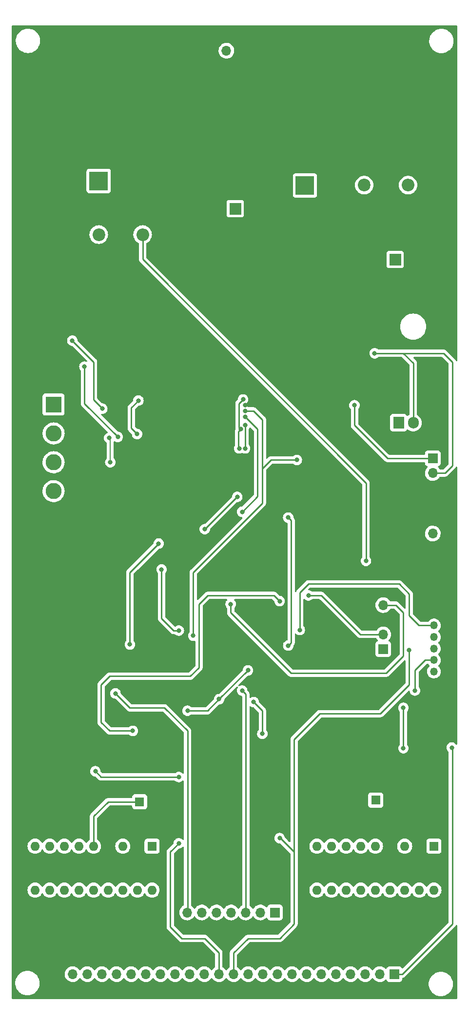
<source format=gbr>
%TF.GenerationSoftware,KiCad,Pcbnew,(6.0.7)*%
%TF.CreationDate,2022-09-18T15:45:32+05:30*%
%TF.ProjectId,Irrigation Project,49727269-6761-4746-996f-6e2050726f6a,V1.0*%
%TF.SameCoordinates,Original*%
%TF.FileFunction,Copper,L2,Bot*%
%TF.FilePolarity,Positive*%
%FSLAX46Y46*%
G04 Gerber Fmt 4.6, Leading zero omitted, Abs format (unit mm)*
G04 Created by KiCad (PCBNEW (6.0.7)) date 2022-09-18 15:45:32*
%MOMM*%
%LPD*%
G01*
G04 APERTURE LIST*
%TA.AperFunction,ComponentPad*%
%ADD10R,1.600000X1.600000*%
%TD*%
%TA.AperFunction,ComponentPad*%
%ADD11C,1.600000*%
%TD*%
%TA.AperFunction,ComponentPad*%
%ADD12C,2.200000*%
%TD*%
%TA.AperFunction,ComponentPad*%
%ADD13O,2.200000X2.200000*%
%TD*%
%TA.AperFunction,ComponentPad*%
%ADD14R,1.700000X1.700000*%
%TD*%
%TA.AperFunction,ComponentPad*%
%ADD15O,1.700000X1.700000*%
%TD*%
%TA.AperFunction,ComponentPad*%
%ADD16R,1.905000X2.000000*%
%TD*%
%TA.AperFunction,ComponentPad*%
%ADD17O,1.905000X2.000000*%
%TD*%
%TA.AperFunction,ComponentPad*%
%ADD18R,2.000000X2.000000*%
%TD*%
%TA.AperFunction,ComponentPad*%
%ADD19C,2.000000*%
%TD*%
%TA.AperFunction,ComponentPad*%
%ADD20R,1.350000X1.350000*%
%TD*%
%TA.AperFunction,ComponentPad*%
%ADD21O,1.350000X1.350000*%
%TD*%
%TA.AperFunction,ComponentPad*%
%ADD22O,1.600000X1.600000*%
%TD*%
%TA.AperFunction,ComponentPad*%
%ADD23R,2.800000X2.800000*%
%TD*%
%TA.AperFunction,ComponentPad*%
%ADD24C,2.800000*%
%TD*%
%TA.AperFunction,ComponentPad*%
%ADD25R,3.200000X3.200000*%
%TD*%
%TA.AperFunction,ComponentPad*%
%ADD26O,3.200000X3.200000*%
%TD*%
%TA.AperFunction,ViaPad*%
%ADD27C,0.600000*%
%TD*%
%TA.AperFunction,ViaPad*%
%ADD28C,0.800000*%
%TD*%
%TA.AperFunction,Conductor*%
%ADD29C,0.250000*%
%TD*%
%TA.AperFunction,Conductor*%
%ADD30C,0.200000*%
%TD*%
G04 APERTURE END LIST*
D10*
%TO.P,C15,1*%
%TO.N,Net-(C15-Pad1)*%
X107694888Y-153100000D03*
D11*
%TO.P,C15,2*%
%TO.N,GND*%
X110194888Y-153100000D03*
%TD*%
D12*
%TO.P,L1,1*%
%TO.N,Net-(D4-Pad1)*%
X146690000Y-46125000D03*
D13*
%TO.P,L1,2*%
%TO.N,+12V*%
X154310000Y-46125000D03*
%TD*%
D14*
%TO.P,J8,1,Pin_1*%
%TO.N,+5V*%
X151925000Y-183000000D03*
D15*
%TO.P,J8,2,Pin_2*%
%TO.N,Net-(J8-Pad2)*%
X149385000Y-183000000D03*
%TO.P,J8,3,Pin_3*%
%TO.N,Net-(J8-Pad3)*%
X146845000Y-183000000D03*
%TO.P,J8,4,Pin_4*%
%TO.N,Net-(J8-Pad4)*%
X144305000Y-183000000D03*
%TO.P,J8,5,Pin_5*%
%TO.N,Net-(J8-Pad5)*%
X141765000Y-183000000D03*
%TO.P,J8,6,Pin_6*%
%TO.N,Net-(J8-Pad6)*%
X139225000Y-183000000D03*
%TO.P,J8,7,Pin_7*%
%TO.N,Net-(J8-Pad7)*%
X136685000Y-183000000D03*
%TO.P,J8,8,Pin_8*%
%TO.N,Net-(J8-Pad8)*%
X134145000Y-183000000D03*
%TO.P,J8,9,Pin_9*%
%TO.N,Net-(J8-Pad9)*%
X131605000Y-183000000D03*
%TO.P,J8,10,Pin_10*%
%TO.N,Net-(J8-Pad10)*%
X129065000Y-183000000D03*
%TO.P,J8,11,Pin_11*%
%TO.N,Net-(J8-Pad11)*%
X126525000Y-183000000D03*
%TO.P,J8,12,Pin_12*%
%TO.N,/SWIM_VLED*%
X123985000Y-183000000D03*
%TO.P,J8,13,Pin_13*%
%TO.N,/PLED*%
X121445000Y-183000000D03*
%TO.P,J8,14,Pin_14*%
%TO.N,Net-(J8-Pad14)*%
X118905000Y-183000000D03*
%TO.P,J8,15,Pin_15*%
%TO.N,Net-(J8-Pad15)*%
X116365000Y-183000000D03*
%TO.P,J8,16,Pin_16*%
%TO.N,Net-(J8-Pad16)*%
X113825000Y-183000000D03*
%TO.P,J8,17,Pin_17*%
%TO.N,Net-(J8-Pad17)*%
X111285000Y-183000000D03*
%TO.P,J8,18,Pin_18*%
%TO.N,Net-(J8-Pad18)*%
X108745000Y-183000000D03*
%TO.P,J8,19,Pin_19*%
%TO.N,Net-(J8-Pad19)*%
X106205000Y-183000000D03*
%TO.P,J8,20,Pin_20*%
%TO.N,Net-(J8-Pad20)*%
X103665000Y-183000000D03*
%TO.P,J8,21,Pin_21*%
%TO.N,Net-(J8-Pad21)*%
X101125000Y-183000000D03*
%TO.P,J8,22,Pin_22*%
%TO.N,Net-(J8-Pad22)*%
X98585000Y-183000000D03*
%TO.P,J8,23,Pin_23*%
%TO.N,Net-(J8-Pad23)*%
X96045000Y-183000000D03*
%TD*%
D14*
%TO.P,J1,1,Pin_1*%
%TO.N,GND*%
X125300000Y-22800000D03*
D15*
%TO.P,J1,2,Pin_2*%
%TO.N,+24V*%
X122760000Y-22800000D03*
%TD*%
D10*
%TO.P,C14,1*%
%TO.N,Net-(C14-Pad1)*%
X148700000Y-152800000D03*
D11*
%TO.P,C14,2*%
%TO.N,GND*%
X151200000Y-152800000D03*
%TD*%
D16*
%TO.P,Q1,1,B*%
%TO.N,Net-(Q1-Pad1)*%
X152660000Y-87330000D03*
D17*
%TO.P,Q1,2,C*%
%TO.N,Net-(D14-Pad2)*%
X155200000Y-87330000D03*
%TO.P,Q1,3,E*%
%TO.N,GND*%
X157740000Y-87330000D03*
%TD*%
D14*
%TO.P,J5,1,Pin_1*%
%TO.N,+5V*%
X131200000Y-172300000D03*
D15*
%TO.P,J5,2,Pin_2*%
%TO.N,/VSINC*%
X128660000Y-172300000D03*
%TO.P,J5,3,Pin_3*%
%TO.N,/VSDEC*%
X126120000Y-172300000D03*
%TO.P,J5,4,Pin_4*%
%TO.N,/VSW*%
X123580000Y-172300000D03*
%TO.P,J5,5,Pin_5*%
%TO.N,/PSW*%
X121040000Y-172300000D03*
%TO.P,J5,6,Pin_6*%
%TO.N,/PSINC*%
X118500000Y-172300000D03*
%TO.P,J5,7,Pin_7*%
%TO.N,/PSDEC*%
X115960000Y-172300000D03*
%TD*%
D18*
%TO.P,C10,1*%
%TO.N,+5V*%
X124300000Y-50217677D03*
D19*
%TO.P,C10,2*%
%TO.N,GND*%
X124300000Y-45217677D03*
%TD*%
D20*
%TO.P,J7,1,Pin_1*%
%TO.N,GND*%
X158800000Y-120500000D03*
D21*
%TO.P,J7,2,Pin_2*%
%TO.N,/VEN*%
X158800000Y-122500000D03*
%TO.P,J7,3,Pin_3*%
%TO.N,/VSPEED*%
X158800000Y-124500000D03*
%TO.P,J7,4,Pin_4*%
%TO.N,unconnected-(J7-Pad4)*%
X158800000Y-126500000D03*
%TO.P,J7,5,Pin_5*%
%TO.N,Net-(J7-Pad5)*%
X158800000Y-128500000D03*
%TO.P,J7,6,Pin_6*%
%TO.N,+24V*%
X158800000Y-130500000D03*
%TD*%
D10*
%TO.P,U4,1,LED1*%
%TO.N,Net-(J8-Pad2)*%
X158800000Y-160800000D03*
D22*
%TO.P,U4,2,V-*%
%TO.N,GND*%
X156260000Y-160800000D03*
%TO.P,U4,3,V+*%
%TO.N,Net-(JP7-Pad2)*%
X153720000Y-160800000D03*
%TO.P,U4,4,RLO*%
%TO.N,GND*%
X151180000Y-160800000D03*
%TO.P,U4,5,SIG*%
%TO.N,Net-(C14-Pad1)*%
X148640000Y-160800000D03*
%TO.P,U4,6,RHI*%
%TO.N,Net-(R33-Pad2)*%
X146100000Y-160800000D03*
%TO.P,U4,7,REFOUT*%
X143560000Y-160800000D03*
%TO.P,U4,8,REFADJ*%
%TO.N,Net-(R29-Pad2)*%
X141020000Y-160800000D03*
%TO.P,U4,9,MODE*%
%TO.N,Net-(JP6-Pad2)*%
X138480000Y-160800000D03*
%TO.P,U4,10,LED10*%
%TO.N,Net-(J8-Pad11)*%
X138480000Y-168420000D03*
%TO.P,U4,11,LED9*%
%TO.N,Net-(J8-Pad10)*%
X141020000Y-168420000D03*
%TO.P,U4,12,LED8*%
%TO.N,Net-(J8-Pad9)*%
X143560000Y-168420000D03*
%TO.P,U4,13,LED7*%
%TO.N,Net-(J8-Pad8)*%
X146100000Y-168420000D03*
%TO.P,U4,14,LED6*%
%TO.N,Net-(J8-Pad7)*%
X148640000Y-168420000D03*
%TO.P,U4,15,LED5*%
%TO.N,Net-(J8-Pad6)*%
X151180000Y-168420000D03*
%TO.P,U4,16,LED4*%
%TO.N,Net-(J8-Pad5)*%
X153720000Y-168420000D03*
%TO.P,U4,17,LED3*%
%TO.N,Net-(J8-Pad4)*%
X156260000Y-168420000D03*
%TO.P,U4,18,LED2*%
%TO.N,Net-(J8-Pad3)*%
X158800000Y-168420000D03*
%TD*%
D14*
%TO.P,J3,1,Pin_1*%
%TO.N,GND*%
X158600000Y-104025000D03*
D15*
%TO.P,J3,2,Pin_2*%
%TO.N,/ISC*%
X158600000Y-106565000D03*
%TD*%
D14*
%TO.P,J2,1,Pin_1*%
%TO.N,+5V*%
X150000000Y-126600000D03*
D15*
%TO.P,J2,2,Pin_2*%
%TO.N,/SWIM_VLED*%
X150000000Y-124060000D03*
%TO.P,J2,3,Pin_3*%
%TO.N,GND*%
X150000000Y-121520000D03*
%TO.P,J2,4,Pin_4*%
%TO.N,/NRST*%
X150000000Y-118980000D03*
%TD*%
D23*
%TO.P,J6,1,Pin_1*%
%TO.N,/A+*%
X92750000Y-84200000D03*
D24*
%TO.P,J6,2,Pin_2*%
%TO.N,/A-*%
X92750000Y-89200000D03*
%TO.P,J6,3,Pin_3*%
%TO.N,/B+*%
X92750000Y-94200000D03*
%TO.P,J6,4,Pin_4*%
%TO.N,/B-*%
X92750000Y-99200000D03*
%TD*%
D25*
%TO.P,D4,1,K*%
%TO.N,Net-(D4-Pad1)*%
X136400000Y-46205000D03*
D26*
%TO.P,D4,2,A*%
%TO.N,GND*%
X136400000Y-61445000D03*
%TD*%
D12*
%TO.P,L2,1*%
%TO.N,Net-(D5-Pad1)*%
X100590000Y-54700000D03*
D13*
%TO.P,L2,2*%
%TO.N,+5V*%
X108210000Y-54700000D03*
%TD*%
D18*
%TO.P,C9,1*%
%TO.N,+12V*%
X152067677Y-59025000D03*
D19*
%TO.P,C9,2*%
%TO.N,GND*%
X147067677Y-59025000D03*
%TD*%
D25*
%TO.P,D5,1,K*%
%TO.N,Net-(D5-Pad1)*%
X100580000Y-45400000D03*
D26*
%TO.P,D5,2,A*%
%TO.N,GND*%
X115820000Y-45400000D03*
%TD*%
D14*
%TO.P,J4,1,Pin_1*%
%TO.N,/Solenoid_Supply*%
X158600000Y-93525000D03*
D15*
%TO.P,J4,2,Pin_2*%
%TO.N,Net-(D14-Pad2)*%
X158600000Y-96065000D03*
%TD*%
D10*
%TO.P,U5,1,LED1*%
%TO.N,Net-(J8-Pad14)*%
X109850000Y-160800000D03*
D22*
%TO.P,U5,2,V-*%
%TO.N,GND*%
X107310000Y-160800000D03*
%TO.P,U5,3,V+*%
%TO.N,Net-(JP8-Pad2)*%
X104770000Y-160800000D03*
%TO.P,U5,4,RLO*%
%TO.N,GND*%
X102230000Y-160800000D03*
%TO.P,U5,5,SIG*%
%TO.N,Net-(C15-Pad1)*%
X99690000Y-160800000D03*
%TO.P,U5,6,RHI*%
%TO.N,Net-(R34-Pad2)*%
X97150000Y-160800000D03*
%TO.P,U5,7,REFOUT*%
X94610000Y-160800000D03*
%TO.P,U5,8,REFADJ*%
%TO.N,Net-(R30-Pad2)*%
X92070000Y-160800000D03*
%TO.P,U5,9,MODE*%
%TO.N,Net-(JP5-Pad2)*%
X89530000Y-160800000D03*
%TO.P,U5,10,LED10*%
%TO.N,Net-(J8-Pad23)*%
X89530000Y-168420000D03*
%TO.P,U5,11,LED9*%
%TO.N,Net-(J8-Pad22)*%
X92070000Y-168420000D03*
%TO.P,U5,12,LED8*%
%TO.N,Net-(J8-Pad21)*%
X94610000Y-168420000D03*
%TO.P,U5,13,LED7*%
%TO.N,Net-(J8-Pad20)*%
X97150000Y-168420000D03*
%TO.P,U5,14,LED6*%
%TO.N,Net-(J8-Pad19)*%
X99690000Y-168420000D03*
%TO.P,U5,15,LED5*%
%TO.N,Net-(J8-Pad18)*%
X102230000Y-168420000D03*
%TO.P,U5,16,LED4*%
%TO.N,Net-(J8-Pad17)*%
X104770000Y-168420000D03*
%TO.P,U5,17,LED3*%
%TO.N,Net-(J8-Pad16)*%
X107310000Y-168420000D03*
%TO.P,U5,18,LED2*%
%TO.N,Net-(J8-Pad15)*%
X109850000Y-168420000D03*
%TD*%
D27*
%TO.N,GND*%
X114800000Y-88050000D03*
X115500000Y-88050000D03*
X116900000Y-88050000D03*
X116200000Y-88050000D03*
X117250000Y-87450000D03*
X115150000Y-87450000D03*
X115850000Y-87450000D03*
X116550000Y-87450000D03*
X116950000Y-86900000D03*
X116250000Y-86850000D03*
X115500000Y-86850000D03*
X114800000Y-86850000D03*
X115150000Y-86300000D03*
X117300000Y-86300000D03*
X116600000Y-86300000D03*
X115850000Y-86300000D03*
X114750000Y-85750000D03*
X116950000Y-85750000D03*
X116200000Y-85750000D03*
X115500000Y-85750000D03*
X115150000Y-85200000D03*
X115900000Y-85200000D03*
X117300000Y-85200000D03*
X116600000Y-85200000D03*
X116950000Y-84650000D03*
X116250000Y-84650000D03*
X115550000Y-84650000D03*
D28*
X130250000Y-83300000D03*
X105250000Y-111300000D03*
X107000000Y-128800000D03*
D27*
X116250000Y-83550000D03*
X117250000Y-84100000D03*
D28*
X116500000Y-128800000D03*
D27*
X115900000Y-84100000D03*
X114800000Y-84600000D03*
D28*
X126850000Y-98400000D03*
D27*
X114800000Y-83550000D03*
D28*
X100500000Y-124300000D03*
D27*
X116950000Y-83550000D03*
X115550000Y-83550000D03*
X115200000Y-84100000D03*
D28*
X118250000Y-101300000D03*
D27*
X116600000Y-84100000D03*
D28*
X101250000Y-114550000D03*
X126000000Y-84300000D03*
%TO.N,+24V*%
X107250000Y-89300000D03*
X107475000Y-83500500D03*
%TO.N,+5V*%
X147000000Y-111300000D03*
X111000000Y-108300000D03*
X125000497Y-91800000D03*
X119000000Y-105800000D03*
X161900000Y-143700000D03*
X100000000Y-147800000D03*
X125265562Y-88477943D03*
X125650000Y-83300000D03*
X124650000Y-100200000D03*
X106000000Y-125800000D03*
X114500000Y-148800000D03*
%TO.N,/NRST*%
X123500000Y-118800000D03*
X114500000Y-123399500D03*
X111500000Y-112800000D03*
%TO.N,/SWIM_VLED*%
X132000000Y-159400000D03*
X137000000Y-117300000D03*
X154500000Y-126800000D03*
%TO.N,/PLED*%
X114500000Y-160300000D03*
%TO.N,/Solenoid_Supply*%
X145000000Y-84300000D03*
%TO.N,Net-(D14-Pad2)*%
X148500000Y-75300000D03*
%TO.N,/PEN*%
X126000000Y-86300000D03*
X125500000Y-102800000D03*
%TO.N,/PSDEC*%
X103500000Y-134300000D03*
%TO.N,/SV*%
X133500000Y-125999500D03*
X133500000Y-103800000D03*
%TO.N,/PSW*%
X126500000Y-130300000D03*
X116000000Y-137300000D03*
X121500000Y-135300000D03*
%TO.N,/VLBAR*%
X153500000Y-143800000D03*
X153500000Y-136800000D03*
%TO.N,/VEN*%
X135500000Y-123300000D03*
%TO.N,/VSDEC*%
X125500000Y-133800000D03*
%TO.N,/VSINC*%
X127500000Y-135800000D03*
X129000000Y-141300000D03*
%TO.N,/PSPEED*%
X126000000Y-85300000D03*
X135000000Y-93800000D03*
X117012299Y-124287701D03*
%TO.N,/PLBAR*%
X106500000Y-140800000D03*
X132000000Y-118300000D03*
%TO.N,/B-*%
X102400000Y-90000000D03*
X102600000Y-94200000D03*
%TO.N,Net-(J7-Pad5)*%
X155500000Y-133800000D03*
%TO.N,Net-(JP2-Pad2)*%
X126000000Y-87800000D03*
X126000000Y-91800000D03*
%TO.N,Net-(M1-Pad6)*%
X96000000Y-73100000D03*
X101200000Y-84899500D03*
%TO.N,Net-(M1-Pad9)*%
X98100000Y-77600000D03*
X103900000Y-89800000D03*
%TD*%
D29*
%TO.N,GND*%
X118350000Y-97400000D02*
X117450000Y-98300000D01*
X160225000Y-104025000D02*
X162000000Y-105800000D01*
X117450000Y-100500000D02*
X118250000Y-101300000D01*
X160300000Y-120500000D02*
X158800000Y-120500000D01*
X105000000Y-128800000D02*
X100500000Y-124300000D01*
X127000000Y-83300000D02*
X130250000Y-83300000D01*
X162000000Y-118800000D02*
X160300000Y-120500000D01*
X117450000Y-98300000D02*
X117450000Y-100500000D01*
X105250000Y-111300000D02*
X105000000Y-111300000D01*
X107000000Y-128800000D02*
X105000000Y-128800000D01*
X105000000Y-111300000D02*
X101750000Y-114550000D01*
X126000000Y-84300000D02*
X127000000Y-83300000D01*
X162000000Y-105800000D02*
X162000000Y-118800000D01*
X125850000Y-97400000D02*
X118350000Y-97400000D01*
X126850000Y-98400000D02*
X125850000Y-97400000D01*
X158600000Y-104025000D02*
X160225000Y-104025000D01*
X116500000Y-128800000D02*
X107000000Y-128800000D01*
X101750000Y-114550000D02*
X101250000Y-114550000D01*
%TO.N,+24V*%
X107250000Y-89300000D02*
X106250000Y-88300000D01*
X106250000Y-88300000D02*
X106250000Y-84725500D01*
X106250000Y-84725500D02*
X107475000Y-83500500D01*
%TO.N,+5V*%
X162000000Y-174300000D02*
X162000000Y-143800000D01*
X151925000Y-183000000D02*
X153300000Y-183000000D01*
X162000000Y-143800000D02*
X161900000Y-143700000D01*
X125265562Y-88477943D02*
X124850000Y-88893505D01*
X124850000Y-91649503D02*
X125000497Y-91800000D01*
X124950000Y-84000000D02*
X125650000Y-83300000D01*
X124850000Y-88893505D02*
X124850000Y-91649503D01*
X108210000Y-59010000D02*
X108210000Y-54700000D01*
X106000000Y-125800000D02*
X106000000Y-113300000D01*
X106000000Y-113300000D02*
X111000000Y-108300000D01*
X124600000Y-100200000D02*
X119000000Y-105800000D01*
X147000000Y-97800000D02*
X108210000Y-59010000D01*
X125265562Y-88477943D02*
X124950000Y-88162381D01*
X101000000Y-148800000D02*
X100000000Y-147800000D01*
X114500000Y-148800000D02*
X101000000Y-148800000D01*
X153300000Y-183000000D02*
X162000000Y-174300000D01*
X124950000Y-88162381D02*
X124950000Y-84000000D01*
X147000000Y-111300000D02*
X147000000Y-97800000D01*
X124650000Y-100200000D02*
X124600000Y-100200000D01*
%TO.N,/NRST*%
X111500000Y-121300000D02*
X111500000Y-112800000D01*
X113599500Y-123399500D02*
X113000000Y-122800000D01*
X153500000Y-120300000D02*
X152180000Y-118980000D01*
X123500000Y-120300000D02*
X134000000Y-130800000D01*
X150500000Y-130800000D02*
X153500000Y-127800000D01*
X134000000Y-130800000D02*
X150500000Y-130800000D01*
X153500000Y-127800000D02*
X153500000Y-120300000D01*
X123500000Y-118800000D02*
X123500000Y-120300000D01*
X113000000Y-122800000D02*
X111500000Y-121300000D01*
X114500000Y-123399500D02*
X113599500Y-123399500D01*
X152180000Y-118980000D02*
X150000000Y-118980000D01*
%TO.N,/SWIM_VLED*%
X149500000Y-137800000D02*
X139000000Y-137800000D01*
X139250000Y-117300000D02*
X146010000Y-124060000D01*
X134500000Y-174300000D02*
X132000000Y-176800000D01*
X132000000Y-159400000D02*
X132100000Y-159400000D01*
X132100000Y-159400000D02*
X134500000Y-161800000D01*
X139000000Y-137800000D02*
X134500000Y-142300000D01*
X134500000Y-142300000D02*
X134500000Y-161800000D01*
X134500000Y-161800000D02*
X134500000Y-174300000D01*
X154500000Y-126800000D02*
X154500000Y-132800000D01*
X137000000Y-117300000D02*
X139250000Y-117300000D01*
X146010000Y-124060000D02*
X150000000Y-124060000D01*
X132000000Y-176800000D02*
X126500000Y-176800000D01*
X126500000Y-176800000D02*
X123985000Y-179315000D01*
X154500000Y-132800000D02*
X149500000Y-137800000D01*
X123985000Y-179315000D02*
X123985000Y-183000000D01*
%TO.N,/PLED*%
X115000000Y-176800000D02*
X119000000Y-176800000D01*
X119000000Y-176800000D02*
X121445000Y-179245000D01*
X113000000Y-174800000D02*
X115000000Y-176800000D01*
X113000000Y-161800000D02*
X113000000Y-174800000D01*
X114500000Y-160300000D02*
X113000000Y-161800000D01*
X121445000Y-179245000D02*
X121445000Y-183000000D01*
%TO.N,/Solenoid_Supply*%
X150725000Y-93525000D02*
X158600000Y-93525000D01*
X145000000Y-87800000D02*
X150725000Y-93525000D01*
X145000000Y-84300000D02*
X145000000Y-87800000D01*
%TO.N,Net-(D14-Pad2)*%
X160500000Y-75300000D02*
X152000000Y-75300000D01*
X162000000Y-76800000D02*
X160500000Y-75300000D01*
X155200000Y-87330000D02*
X155200000Y-77000000D01*
X152000000Y-75300000D02*
X148500000Y-75300000D01*
X160735000Y-96065000D02*
X162000000Y-94800000D01*
X153500000Y-75300000D02*
X152000000Y-75300000D01*
X155200000Y-77000000D02*
X153500000Y-75300000D01*
X158600000Y-96065000D02*
X160735000Y-96065000D01*
X162000000Y-94800000D02*
X162000000Y-76800000D01*
%TO.N,/PEN*%
X126000000Y-86300000D02*
X128150000Y-88450000D01*
X128150000Y-100150000D02*
X125500000Y-102800000D01*
X128150000Y-88450000D02*
X128150000Y-100150000D01*
%TO.N,/PSDEC*%
X112000000Y-136800000D02*
X116000000Y-140800000D01*
X106000000Y-136800000D02*
X112000000Y-136800000D01*
X116000000Y-172260000D02*
X115960000Y-172300000D01*
X103500000Y-134300000D02*
X106000000Y-136800000D01*
X116000000Y-140800000D02*
X116000000Y-172260000D01*
%TO.N,/SV*%
X134000000Y-125499500D02*
X134000000Y-104300000D01*
X133500000Y-125999500D02*
X134000000Y-125499500D01*
X134000000Y-104300000D02*
X133500000Y-103800000D01*
%TO.N,/PSW*%
X119500000Y-137300000D02*
X121500000Y-135300000D01*
X116000000Y-137300000D02*
X119500000Y-137300000D01*
X126500000Y-130300000D02*
X121500000Y-135300000D01*
%TO.N,/VLBAR*%
X153500000Y-143800000D02*
X153500000Y-136800000D01*
%TO.N,/VEN*%
X152750000Y-115300000D02*
X154500000Y-117050000D01*
X135500000Y-116800000D02*
X137000000Y-115300000D01*
X135500000Y-123300000D02*
X135500000Y-116800000D01*
X154500000Y-117050000D02*
X154500000Y-120800000D01*
X154500000Y-120800000D02*
X156200000Y-122500000D01*
X156200000Y-122500000D02*
X158800000Y-122500000D01*
X137000000Y-115300000D02*
X152750000Y-115300000D01*
%TO.N,/VSDEC*%
X126120000Y-172300000D02*
X126120000Y-134420000D01*
X126120000Y-134420000D02*
X125500000Y-133800000D01*
X125500000Y-133800000D02*
X126000000Y-134300000D01*
%TO.N,/VSINC*%
X129000000Y-137300000D02*
X127500000Y-135800000D01*
X129000000Y-141300000D02*
X129000000Y-137300000D01*
%TO.N,/PSPEED*%
X130500000Y-93800000D02*
X129000000Y-95300000D01*
X126000000Y-85300000D02*
X127500000Y-85300000D01*
X117012299Y-113287701D02*
X117012299Y-124287701D01*
X129000000Y-86800000D02*
X129000000Y-95300000D01*
X135000000Y-93800000D02*
X130500000Y-93800000D01*
X129000000Y-95300000D02*
X129000000Y-101300000D01*
X127500000Y-85300000D02*
X129000000Y-86800000D01*
X129000000Y-101300000D02*
X117012299Y-113287701D01*
%TO.N,/PLBAR*%
X102500000Y-131300000D02*
X101000000Y-132800000D01*
X132000000Y-118300000D02*
X131000000Y-117300000D01*
X102500000Y-140800000D02*
X106500000Y-140800000D01*
X118000000Y-118800000D02*
X118000000Y-129800000D01*
X101000000Y-132800000D02*
X101000000Y-139300000D01*
X119500000Y-117300000D02*
X118000000Y-118800000D01*
X131000000Y-117300000D02*
X119500000Y-117300000D01*
X118000000Y-129800000D02*
X116500000Y-131300000D01*
X101000000Y-139300000D02*
X102500000Y-140800000D01*
X116500000Y-131300000D02*
X102500000Y-131300000D01*
%TO.N,Net-(C15-Pad1)*%
X102200000Y-153100000D02*
X107694888Y-153100000D01*
X99690000Y-155610000D02*
X102200000Y-153100000D01*
X99690000Y-160800000D02*
X99690000Y-155610000D01*
D30*
%TO.N,/B-*%
X102600000Y-90200000D02*
X102600000Y-94200000D01*
X102400000Y-90000000D02*
X102600000Y-90200000D01*
D29*
%TO.N,Net-(J7-Pad5)*%
X155500000Y-130300000D02*
X157300000Y-128500000D01*
X157300000Y-128500000D02*
X158800000Y-128500000D01*
X155500000Y-133800000D02*
X155500000Y-130300000D01*
%TO.N,Net-(JP2-Pad2)*%
X126000000Y-87800000D02*
X126000000Y-91800000D01*
%TO.N,Net-(M1-Pad6)*%
X99700000Y-83399500D02*
X99700000Y-76800000D01*
X99700000Y-76800000D02*
X96000000Y-73100000D01*
X101200000Y-84899500D02*
X99700000Y-83399500D01*
%TO.N,Net-(M1-Pad9)*%
X98100000Y-84000000D02*
X98100000Y-77600000D01*
X103900000Y-89800000D02*
X98100000Y-84000000D01*
%TD*%
%TA.AperFunction,Conductor*%
%TO.N,GND*%
G36*
X162783621Y-18408502D02*
G01*
X162830114Y-18462158D01*
X162841500Y-18514500D01*
X162841500Y-76540458D01*
X162821498Y-76608579D01*
X162767842Y-76655072D01*
X162697568Y-76665176D01*
X162632988Y-76635682D01*
X162594503Y-76575612D01*
X162588229Y-76554017D01*
X162588229Y-76554016D01*
X162586018Y-76546407D01*
X162581984Y-76539585D01*
X162581981Y-76539579D01*
X162575706Y-76528968D01*
X162567010Y-76511218D01*
X162562472Y-76499756D01*
X162562469Y-76499751D01*
X162559552Y-76492383D01*
X162533573Y-76456625D01*
X162527057Y-76446707D01*
X162508575Y-76415457D01*
X162504542Y-76408637D01*
X162490218Y-76394313D01*
X162477376Y-76379278D01*
X162465472Y-76362893D01*
X162431406Y-76334711D01*
X162422627Y-76326722D01*
X161003652Y-74907747D01*
X160996112Y-74899461D01*
X160992000Y-74892982D01*
X160942348Y-74846356D01*
X160939507Y-74843602D01*
X160919770Y-74823865D01*
X160916573Y-74821385D01*
X160907551Y-74813680D01*
X160881100Y-74788841D01*
X160875321Y-74783414D01*
X160868375Y-74779595D01*
X160868372Y-74779593D01*
X160857566Y-74773652D01*
X160841047Y-74762801D01*
X160835048Y-74758148D01*
X160825041Y-74750386D01*
X160817772Y-74747241D01*
X160817768Y-74747238D01*
X160784463Y-74732826D01*
X160773813Y-74727609D01*
X160735060Y-74706305D01*
X160715437Y-74701267D01*
X160696734Y-74694863D01*
X160685420Y-74689967D01*
X160685419Y-74689967D01*
X160678145Y-74686819D01*
X160670322Y-74685580D01*
X160670312Y-74685577D01*
X160634476Y-74679901D01*
X160622856Y-74677495D01*
X160587711Y-74668472D01*
X160587710Y-74668472D01*
X160580030Y-74666500D01*
X160559776Y-74666500D01*
X160540065Y-74664949D01*
X160527886Y-74663020D01*
X160520057Y-74661780D01*
X160512165Y-74662526D01*
X160476039Y-74665941D01*
X160464181Y-74666500D01*
X153559776Y-74666500D01*
X153540065Y-74664949D01*
X153527886Y-74663020D01*
X153520057Y-74661780D01*
X153512165Y-74662526D01*
X153476039Y-74665941D01*
X153464181Y-74666500D01*
X149208200Y-74666500D01*
X149140079Y-74646498D01*
X149120853Y-74630157D01*
X149120580Y-74630460D01*
X149115668Y-74626037D01*
X149111253Y-74621134D01*
X148956752Y-74508882D01*
X148950724Y-74506198D01*
X148950722Y-74506197D01*
X148788319Y-74433891D01*
X148788318Y-74433891D01*
X148782288Y-74431206D01*
X148688888Y-74411353D01*
X148601944Y-74392872D01*
X148601939Y-74392872D01*
X148595487Y-74391500D01*
X148404513Y-74391500D01*
X148398061Y-74392872D01*
X148398056Y-74392872D01*
X148311112Y-74411353D01*
X148217712Y-74431206D01*
X148211682Y-74433891D01*
X148211681Y-74433891D01*
X148049278Y-74506197D01*
X148049276Y-74506198D01*
X148043248Y-74508882D01*
X147888747Y-74621134D01*
X147884326Y-74626044D01*
X147884325Y-74626045D01*
X147775203Y-74747238D01*
X147760960Y-74763056D01*
X147665473Y-74928444D01*
X147606458Y-75110072D01*
X147586496Y-75300000D01*
X147606458Y-75489928D01*
X147665473Y-75671556D01*
X147760960Y-75836944D01*
X147888747Y-75978866D01*
X148043248Y-76091118D01*
X148049276Y-76093802D01*
X148049278Y-76093803D01*
X148172344Y-76148595D01*
X148217712Y-76168794D01*
X148311113Y-76188647D01*
X148398056Y-76207128D01*
X148398061Y-76207128D01*
X148404513Y-76208500D01*
X148595487Y-76208500D01*
X148601939Y-76207128D01*
X148601944Y-76207128D01*
X148688887Y-76188647D01*
X148782288Y-76168794D01*
X148827656Y-76148595D01*
X148950722Y-76093803D01*
X148950724Y-76093802D01*
X148956752Y-76091118D01*
X149111253Y-75978866D01*
X149115668Y-75973963D01*
X149120580Y-75969540D01*
X149121705Y-75970789D01*
X149175014Y-75937949D01*
X149208200Y-75933500D01*
X153185406Y-75933500D01*
X153253527Y-75953502D01*
X153274501Y-75970405D01*
X154529595Y-77225500D01*
X154563621Y-77287812D01*
X154566500Y-77314595D01*
X154566500Y-85888629D01*
X154546498Y-85956750D01*
X154498680Y-86000392D01*
X154418800Y-86041975D01*
X154414667Y-86045078D01*
X154414664Y-86045080D01*
X154388621Y-86064634D01*
X154263717Y-86158415D01*
X154197235Y-86183320D01*
X154127839Y-86168328D01*
X154077565Y-86118198D01*
X154070085Y-86101885D01*
X154066269Y-86091707D01*
X154066267Y-86091703D01*
X154063115Y-86083295D01*
X153975761Y-85966739D01*
X153859205Y-85879385D01*
X153722816Y-85828255D01*
X153660634Y-85821500D01*
X151659366Y-85821500D01*
X151597184Y-85828255D01*
X151460795Y-85879385D01*
X151344239Y-85966739D01*
X151256885Y-86083295D01*
X151205755Y-86219684D01*
X151199000Y-86281866D01*
X151199000Y-88378134D01*
X151205755Y-88440316D01*
X151256885Y-88576705D01*
X151344239Y-88693261D01*
X151460795Y-88780615D01*
X151597184Y-88831745D01*
X151659366Y-88838500D01*
X153660634Y-88838500D01*
X153722816Y-88831745D01*
X153859205Y-88780615D01*
X153975761Y-88693261D01*
X154063115Y-88576705D01*
X154070573Y-88556811D01*
X154113213Y-88500047D01*
X154179774Y-88475346D01*
X154249123Y-88490553D01*
X154266647Y-88502158D01*
X154384670Y-88595367D01*
X154384675Y-88595370D01*
X154388724Y-88598568D01*
X154393240Y-88601061D01*
X154393243Y-88601063D01*
X154594526Y-88712177D01*
X154594530Y-88712179D01*
X154599050Y-88714674D01*
X154603919Y-88716398D01*
X154603923Y-88716400D01*
X154820640Y-88793144D01*
X154820644Y-88793145D01*
X154825515Y-88794870D01*
X154830608Y-88795777D01*
X154830611Y-88795778D01*
X155056948Y-88836095D01*
X155056954Y-88836096D01*
X155062037Y-88837001D01*
X155149400Y-88838068D01*
X155297093Y-88839873D01*
X155297095Y-88839873D01*
X155302263Y-88839936D01*
X155539744Y-88803596D01*
X155676098Y-88759029D01*
X155763183Y-88730566D01*
X155763189Y-88730563D01*
X155768101Y-88728958D01*
X155772687Y-88726571D01*
X155772691Y-88726569D01*
X155976607Y-88620416D01*
X155981200Y-88618025D01*
X156026662Y-88583891D01*
X156169185Y-88476882D01*
X156169188Y-88476880D01*
X156173320Y-88473777D01*
X156329869Y-88309958D01*
X156335728Y-88303827D01*
X156339301Y-88300088D01*
X156427791Y-88170367D01*
X156471774Y-88105891D01*
X156471775Y-88105890D01*
X156474686Y-88101622D01*
X156484926Y-88079563D01*
X156573658Y-87888405D01*
X156573659Y-87888401D01*
X156575837Y-87883710D01*
X156640040Y-87652202D01*
X156645767Y-87598612D01*
X156660644Y-87459407D01*
X156660644Y-87459399D01*
X156661000Y-87456072D01*
X156661000Y-87221598D01*
X156646322Y-87043063D01*
X156587794Y-86810056D01*
X156496502Y-86600097D01*
X156494057Y-86594474D01*
X156494055Y-86594471D01*
X156491997Y-86589737D01*
X156402768Y-86451811D01*
X156364310Y-86392363D01*
X156364308Y-86392360D01*
X156361502Y-86388023D01*
X156199814Y-86210330D01*
X156105545Y-86135881D01*
X156015331Y-86064634D01*
X156015328Y-86064632D01*
X156011276Y-86061432D01*
X155976030Y-86041975D01*
X155941828Y-86023095D01*
X155898606Y-85999235D01*
X155848636Y-85948803D01*
X155833500Y-85888927D01*
X155833500Y-77078767D01*
X155834027Y-77067584D01*
X155835702Y-77060091D01*
X155833562Y-76992014D01*
X155833500Y-76988055D01*
X155833500Y-76960144D01*
X155832995Y-76956144D01*
X155832062Y-76944301D01*
X155830922Y-76908030D01*
X155830673Y-76900111D01*
X155825021Y-76880657D01*
X155821013Y-76861300D01*
X155819468Y-76849070D01*
X155819468Y-76849069D01*
X155818474Y-76841203D01*
X155807214Y-76812763D01*
X155802196Y-76800088D01*
X155798351Y-76788858D01*
X155788229Y-76754017D01*
X155788229Y-76754016D01*
X155786018Y-76746407D01*
X155781985Y-76739588D01*
X155781983Y-76739583D01*
X155775707Y-76728972D01*
X155767012Y-76711224D01*
X155759552Y-76692383D01*
X155751034Y-76680658D01*
X155733564Y-76656613D01*
X155727048Y-76646693D01*
X155708580Y-76615465D01*
X155708578Y-76615462D01*
X155704542Y-76608638D01*
X155690221Y-76594317D01*
X155677380Y-76579283D01*
X155670131Y-76569306D01*
X155665472Y-76562893D01*
X155631395Y-76534702D01*
X155622616Y-76526712D01*
X155244499Y-76148595D01*
X155210473Y-76086283D01*
X155215538Y-76015468D01*
X155258085Y-75958632D01*
X155324605Y-75933821D01*
X155333594Y-75933500D01*
X160185406Y-75933500D01*
X160253527Y-75953502D01*
X160274501Y-75970405D01*
X161329595Y-77025499D01*
X161363621Y-77087811D01*
X161366500Y-77114594D01*
X161366500Y-94485405D01*
X161346498Y-94553526D01*
X161329595Y-94574500D01*
X160509500Y-95394595D01*
X160447188Y-95428621D01*
X160420405Y-95431500D01*
X159876805Y-95431500D01*
X159808684Y-95411498D01*
X159771013Y-95373940D01*
X159682822Y-95237617D01*
X159682820Y-95237614D01*
X159680014Y-95233277D01*
X159676532Y-95229450D01*
X159532798Y-95071488D01*
X159501746Y-95007642D01*
X159510141Y-94937143D01*
X159555317Y-94882375D01*
X159581761Y-94868706D01*
X159688297Y-94828767D01*
X159696705Y-94825615D01*
X159813261Y-94738261D01*
X159900615Y-94621705D01*
X159951745Y-94485316D01*
X159958500Y-94423134D01*
X159958500Y-92626866D01*
X159951745Y-92564684D01*
X159900615Y-92428295D01*
X159813261Y-92311739D01*
X159696705Y-92224385D01*
X159560316Y-92173255D01*
X159498134Y-92166500D01*
X157701866Y-92166500D01*
X157639684Y-92173255D01*
X157503295Y-92224385D01*
X157386739Y-92311739D01*
X157299385Y-92428295D01*
X157248255Y-92564684D01*
X157241500Y-92626866D01*
X157241500Y-92765500D01*
X157221498Y-92833621D01*
X157167842Y-92880114D01*
X157115500Y-92891500D01*
X151039594Y-92891500D01*
X150971473Y-92871498D01*
X150950499Y-92854595D01*
X145670405Y-87574500D01*
X145636379Y-87512188D01*
X145633500Y-87485405D01*
X145633500Y-85002524D01*
X145653502Y-84934403D01*
X145665858Y-84918221D01*
X145739040Y-84836944D01*
X145810406Y-84713335D01*
X145831223Y-84677279D01*
X145831224Y-84677278D01*
X145834527Y-84671556D01*
X145893542Y-84489928D01*
X145902397Y-84405683D01*
X145912814Y-84306565D01*
X145913504Y-84300000D01*
X145909344Y-84260417D01*
X145894232Y-84116635D01*
X145894232Y-84116633D01*
X145893542Y-84110072D01*
X145834527Y-83928444D01*
X145805276Y-83877779D01*
X145768787Y-83814580D01*
X145739040Y-83763056D01*
X145688673Y-83707117D01*
X145615675Y-83626045D01*
X145615674Y-83626044D01*
X145611253Y-83621134D01*
X145512157Y-83549136D01*
X145462094Y-83512763D01*
X145462093Y-83512762D01*
X145456752Y-83508882D01*
X145450724Y-83506198D01*
X145450722Y-83506197D01*
X145288319Y-83433891D01*
X145288318Y-83433891D01*
X145282288Y-83431206D01*
X145188887Y-83411353D01*
X145101944Y-83392872D01*
X145101939Y-83392872D01*
X145095487Y-83391500D01*
X144904513Y-83391500D01*
X144898061Y-83392872D01*
X144898056Y-83392872D01*
X144811113Y-83411353D01*
X144717712Y-83431206D01*
X144711682Y-83433891D01*
X144711681Y-83433891D01*
X144549278Y-83506197D01*
X144549276Y-83506198D01*
X144543248Y-83508882D01*
X144537907Y-83512762D01*
X144537906Y-83512763D01*
X144487843Y-83549136D01*
X144388747Y-83621134D01*
X144384326Y-83626044D01*
X144384325Y-83626045D01*
X144311328Y-83707117D01*
X144260960Y-83763056D01*
X144231213Y-83814580D01*
X144194725Y-83877779D01*
X144165473Y-83928444D01*
X144106458Y-84110072D01*
X144105768Y-84116633D01*
X144105768Y-84116635D01*
X144090656Y-84260417D01*
X144086496Y-84300000D01*
X144087186Y-84306565D01*
X144097604Y-84405683D01*
X144106458Y-84489928D01*
X144165473Y-84671556D01*
X144168776Y-84677278D01*
X144168777Y-84677279D01*
X144189594Y-84713335D01*
X144260960Y-84836944D01*
X144334137Y-84918215D01*
X144364853Y-84982221D01*
X144366500Y-85002524D01*
X144366500Y-87721233D01*
X144365973Y-87732416D01*
X144364298Y-87739909D01*
X144364547Y-87747835D01*
X144364547Y-87747836D01*
X144366438Y-87807986D01*
X144366500Y-87811945D01*
X144366500Y-87839856D01*
X144366997Y-87843790D01*
X144366997Y-87843791D01*
X144367005Y-87843856D01*
X144367938Y-87855693D01*
X144369327Y-87899889D01*
X144374978Y-87919339D01*
X144378987Y-87938700D01*
X144381526Y-87958797D01*
X144384445Y-87966168D01*
X144384445Y-87966170D01*
X144397804Y-87999912D01*
X144401649Y-88011142D01*
X144413982Y-88053593D01*
X144418015Y-88060412D01*
X144418017Y-88060417D01*
X144424293Y-88071028D01*
X144432988Y-88088776D01*
X144440448Y-88107617D01*
X144445110Y-88114033D01*
X144445110Y-88114034D01*
X144466436Y-88143387D01*
X144472952Y-88153307D01*
X144487957Y-88178678D01*
X144495458Y-88191362D01*
X144509779Y-88205683D01*
X144522619Y-88220716D01*
X144534528Y-88237107D01*
X144564945Y-88262270D01*
X144568605Y-88265298D01*
X144577384Y-88273288D01*
X150221343Y-93917247D01*
X150228887Y-93925537D01*
X150233000Y-93932018D01*
X150238777Y-93937443D01*
X150282667Y-93978658D01*
X150285509Y-93981413D01*
X150305231Y-94001135D01*
X150308355Y-94003558D01*
X150308359Y-94003562D01*
X150308424Y-94003612D01*
X150317445Y-94011317D01*
X150349679Y-94041586D01*
X150356627Y-94045405D01*
X150356629Y-94045407D01*
X150367432Y-94051346D01*
X150383959Y-94062202D01*
X150393698Y-94069757D01*
X150393700Y-94069758D01*
X150399960Y-94074614D01*
X150440540Y-94092174D01*
X150451188Y-94097391D01*
X150489940Y-94118695D01*
X150497616Y-94120666D01*
X150497619Y-94120667D01*
X150509562Y-94123733D01*
X150528267Y-94130137D01*
X150546855Y-94138181D01*
X150554678Y-94139420D01*
X150554688Y-94139423D01*
X150590524Y-94145099D01*
X150602144Y-94147505D01*
X150637289Y-94156528D01*
X150644970Y-94158500D01*
X150665224Y-94158500D01*
X150684934Y-94160051D01*
X150704943Y-94163220D01*
X150712835Y-94162474D01*
X150748961Y-94159059D01*
X150760819Y-94158500D01*
X157115500Y-94158500D01*
X157183621Y-94178502D01*
X157230114Y-94232158D01*
X157241500Y-94284500D01*
X157241500Y-94423134D01*
X157248255Y-94485316D01*
X157299385Y-94621705D01*
X157386739Y-94738261D01*
X157503295Y-94825615D01*
X157511704Y-94828767D01*
X157511705Y-94828768D01*
X157620451Y-94869535D01*
X157677216Y-94912176D01*
X157701916Y-94978738D01*
X157686709Y-95048087D01*
X157667316Y-95074568D01*
X157565511Y-95181101D01*
X157540629Y-95207138D01*
X157537715Y-95211410D01*
X157537714Y-95211411D01*
X157486681Y-95286223D01*
X157414743Y-95391680D01*
X157397596Y-95428621D01*
X157352627Y-95525499D01*
X157320688Y-95594305D01*
X157260989Y-95809570D01*
X157237251Y-96031695D01*
X157237548Y-96036848D01*
X157237548Y-96036851D01*
X157241429Y-96104151D01*
X157250110Y-96254715D01*
X157251247Y-96259761D01*
X157251248Y-96259767D01*
X157275304Y-96366508D01*
X157299222Y-96472639D01*
X157359014Y-96619890D01*
X157376662Y-96663351D01*
X157383266Y-96679616D01*
X157499987Y-96870088D01*
X157646250Y-97038938D01*
X157818126Y-97181632D01*
X158011000Y-97294338D01*
X158015825Y-97296180D01*
X158015826Y-97296181D01*
X158088612Y-97323975D01*
X158219692Y-97374030D01*
X158224760Y-97375061D01*
X158224763Y-97375062D01*
X158284930Y-97387303D01*
X158438597Y-97418567D01*
X158443772Y-97418757D01*
X158443774Y-97418757D01*
X158656673Y-97426564D01*
X158656677Y-97426564D01*
X158661837Y-97426753D01*
X158666957Y-97426097D01*
X158666959Y-97426097D01*
X158878288Y-97399025D01*
X158878289Y-97399025D01*
X158883416Y-97398368D01*
X158896919Y-97394317D01*
X159092429Y-97335661D01*
X159092434Y-97335659D01*
X159097384Y-97334174D01*
X159297994Y-97235896D01*
X159479860Y-97106173D01*
X159638096Y-96948489D01*
X159697594Y-96865689D01*
X159765435Y-96771277D01*
X159768453Y-96767077D01*
X159770746Y-96762437D01*
X159772446Y-96759608D01*
X159824674Y-96711518D01*
X159880451Y-96698500D01*
X160656233Y-96698500D01*
X160667416Y-96699027D01*
X160674909Y-96700702D01*
X160682835Y-96700453D01*
X160682836Y-96700453D01*
X160742986Y-96698562D01*
X160746945Y-96698500D01*
X160774856Y-96698500D01*
X160778791Y-96698003D01*
X160778856Y-96697995D01*
X160790693Y-96697062D01*
X160822951Y-96696048D01*
X160826970Y-96695922D01*
X160834889Y-96695673D01*
X160854343Y-96690021D01*
X160873700Y-96686013D01*
X160885930Y-96684468D01*
X160885931Y-96684468D01*
X160893797Y-96683474D01*
X160901168Y-96680555D01*
X160901170Y-96680555D01*
X160934912Y-96667196D01*
X160946142Y-96663351D01*
X160980983Y-96653229D01*
X160980984Y-96653229D01*
X160988593Y-96651018D01*
X160995412Y-96646985D01*
X160995417Y-96646983D01*
X161006028Y-96640707D01*
X161023776Y-96632012D01*
X161042617Y-96624552D01*
X161078387Y-96598564D01*
X161088307Y-96592048D01*
X161119535Y-96573580D01*
X161119538Y-96573578D01*
X161126362Y-96569542D01*
X161140683Y-96555221D01*
X161155717Y-96542380D01*
X161165694Y-96535131D01*
X161172107Y-96530472D01*
X161200298Y-96496395D01*
X161208288Y-96487616D01*
X162392247Y-95303657D01*
X162400537Y-95296113D01*
X162407018Y-95292000D01*
X162453659Y-95242332D01*
X162456413Y-95239491D01*
X162476134Y-95219770D01*
X162478612Y-95216575D01*
X162486318Y-95207553D01*
X162511158Y-95181101D01*
X162516586Y-95175321D01*
X162526346Y-95157568D01*
X162537199Y-95141045D01*
X162544753Y-95131306D01*
X162549613Y-95125041D01*
X162567176Y-95084457D01*
X162572383Y-95073827D01*
X162593695Y-95035060D01*
X162595665Y-95027387D01*
X162598349Y-95020608D01*
X162642024Y-94964635D01*
X162709027Y-94941159D01*
X162778085Y-94957635D01*
X162827273Y-95008832D01*
X162841500Y-95066993D01*
X162841500Y-143059670D01*
X162821498Y-143127791D01*
X162767842Y-143174284D01*
X162697568Y-143184388D01*
X162632988Y-143154894D01*
X162621864Y-143143980D01*
X162515675Y-143026045D01*
X162515674Y-143026044D01*
X162511253Y-143021134D01*
X162356752Y-142908882D01*
X162350724Y-142906198D01*
X162350722Y-142906197D01*
X162188319Y-142833891D01*
X162188318Y-142833891D01*
X162182288Y-142831206D01*
X162088888Y-142811353D01*
X162001944Y-142792872D01*
X162001939Y-142792872D01*
X161995487Y-142791500D01*
X161804513Y-142791500D01*
X161798061Y-142792872D01*
X161798056Y-142792872D01*
X161711112Y-142811353D01*
X161617712Y-142831206D01*
X161611682Y-142833891D01*
X161611681Y-142833891D01*
X161449278Y-142906197D01*
X161449276Y-142906198D01*
X161443248Y-142908882D01*
X161288747Y-143021134D01*
X161284326Y-143026044D01*
X161284325Y-143026045D01*
X161176460Y-143145842D01*
X161160960Y-143163056D01*
X161065473Y-143328444D01*
X161006458Y-143510072D01*
X161005768Y-143516633D01*
X161005768Y-143516635D01*
X160995948Y-143610072D01*
X160986496Y-143700000D01*
X161006458Y-143889928D01*
X161065473Y-144071556D01*
X161160960Y-144236944D01*
X161288747Y-144378866D01*
X161294089Y-144382747D01*
X161294091Y-144382749D01*
X161314561Y-144397621D01*
X161357915Y-144453843D01*
X161366500Y-144499557D01*
X161366500Y-173985406D01*
X161346498Y-174053527D01*
X161329595Y-174074501D01*
X153439030Y-181965065D01*
X153376718Y-181999091D01*
X153305903Y-181994026D01*
X153249067Y-181951479D01*
X153231954Y-181920203D01*
X153228767Y-181911704D01*
X153225615Y-181903295D01*
X153138261Y-181786739D01*
X153021705Y-181699385D01*
X152885316Y-181648255D01*
X152823134Y-181641500D01*
X151026866Y-181641500D01*
X150964684Y-181648255D01*
X150828295Y-181699385D01*
X150711739Y-181786739D01*
X150624385Y-181903295D01*
X150621233Y-181911703D01*
X150579919Y-182021907D01*
X150537277Y-182078671D01*
X150470716Y-182103371D01*
X150401367Y-182088163D01*
X150368743Y-182062476D01*
X150318151Y-182006875D01*
X150318142Y-182006866D01*
X150314670Y-182003051D01*
X150310619Y-181999852D01*
X150310615Y-181999848D01*
X150143414Y-181867800D01*
X150143410Y-181867798D01*
X150139359Y-181864598D01*
X150134831Y-181862098D01*
X150018988Y-181798150D01*
X149943789Y-181756638D01*
X149938920Y-181754914D01*
X149938916Y-181754912D01*
X149738087Y-181683795D01*
X149738083Y-181683794D01*
X149733212Y-181682069D01*
X149728119Y-181681162D01*
X149728116Y-181681161D01*
X149518373Y-181643800D01*
X149518367Y-181643799D01*
X149513284Y-181642894D01*
X149439452Y-181641992D01*
X149295081Y-181640228D01*
X149295079Y-181640228D01*
X149289911Y-181640165D01*
X149069091Y-181673955D01*
X148856756Y-181743357D01*
X148826443Y-181759137D01*
X148682975Y-181833822D01*
X148658607Y-181846507D01*
X148654474Y-181849610D01*
X148654471Y-181849612D01*
X148518797Y-181951479D01*
X148479965Y-181980635D01*
X148440525Y-182021907D01*
X148386280Y-182078671D01*
X148325629Y-182142138D01*
X148218201Y-182299621D01*
X148163293Y-182344621D01*
X148092768Y-182352792D01*
X148029021Y-182321538D01*
X148008324Y-182297054D01*
X147927822Y-182172617D01*
X147927820Y-182172614D01*
X147925014Y-182168277D01*
X147774670Y-182003051D01*
X147770619Y-181999852D01*
X147770615Y-181999848D01*
X147603414Y-181867800D01*
X147603410Y-181867798D01*
X147599359Y-181864598D01*
X147594831Y-181862098D01*
X147478988Y-181798150D01*
X147403789Y-181756638D01*
X147398920Y-181754914D01*
X147398916Y-181754912D01*
X147198087Y-181683795D01*
X147198083Y-181683794D01*
X147193212Y-181682069D01*
X147188119Y-181681162D01*
X147188116Y-181681161D01*
X146978373Y-181643800D01*
X146978367Y-181643799D01*
X146973284Y-181642894D01*
X146899452Y-181641992D01*
X146755081Y-181640228D01*
X146755079Y-181640228D01*
X146749911Y-181640165D01*
X146529091Y-181673955D01*
X146316756Y-181743357D01*
X146286443Y-181759137D01*
X146142975Y-181833822D01*
X146118607Y-181846507D01*
X146114474Y-181849610D01*
X146114471Y-181849612D01*
X145978797Y-181951479D01*
X145939965Y-181980635D01*
X145900525Y-182021907D01*
X145846280Y-182078671D01*
X145785629Y-182142138D01*
X145678201Y-182299621D01*
X145623293Y-182344621D01*
X145552768Y-182352792D01*
X145489021Y-182321538D01*
X145468324Y-182297054D01*
X145387822Y-182172617D01*
X145387820Y-182172614D01*
X145385014Y-182168277D01*
X145234670Y-182003051D01*
X145230619Y-181999852D01*
X145230615Y-181999848D01*
X145063414Y-181867800D01*
X145063410Y-181867798D01*
X145059359Y-181864598D01*
X145054831Y-181862098D01*
X144938988Y-181798150D01*
X144863789Y-181756638D01*
X144858920Y-181754914D01*
X144858916Y-181754912D01*
X144658087Y-181683795D01*
X144658083Y-181683794D01*
X144653212Y-181682069D01*
X144648119Y-181681162D01*
X144648116Y-181681161D01*
X144438373Y-181643800D01*
X144438367Y-181643799D01*
X144433284Y-181642894D01*
X144359452Y-181641992D01*
X144215081Y-181640228D01*
X144215079Y-181640228D01*
X144209911Y-181640165D01*
X143989091Y-181673955D01*
X143776756Y-181743357D01*
X143746443Y-181759137D01*
X143602975Y-181833822D01*
X143578607Y-181846507D01*
X143574474Y-181849610D01*
X143574471Y-181849612D01*
X143438797Y-181951479D01*
X143399965Y-181980635D01*
X143360525Y-182021907D01*
X143306280Y-182078671D01*
X143245629Y-182142138D01*
X143138201Y-182299621D01*
X143083293Y-182344621D01*
X143012768Y-182352792D01*
X142949021Y-182321538D01*
X142928324Y-182297054D01*
X142847822Y-182172617D01*
X142847820Y-182172614D01*
X142845014Y-182168277D01*
X142694670Y-182003051D01*
X142690619Y-181999852D01*
X142690615Y-181999848D01*
X142523414Y-181867800D01*
X142523410Y-181867798D01*
X142519359Y-181864598D01*
X142514831Y-181862098D01*
X142398988Y-181798150D01*
X142323789Y-181756638D01*
X142318920Y-181754914D01*
X142318916Y-181754912D01*
X142118087Y-181683795D01*
X142118083Y-181683794D01*
X142113212Y-181682069D01*
X142108119Y-181681162D01*
X142108116Y-181681161D01*
X141898373Y-181643800D01*
X141898367Y-181643799D01*
X141893284Y-181642894D01*
X141819452Y-181641992D01*
X141675081Y-181640228D01*
X141675079Y-181640228D01*
X141669911Y-181640165D01*
X141449091Y-181673955D01*
X141236756Y-181743357D01*
X141206443Y-181759137D01*
X141062975Y-181833822D01*
X141038607Y-181846507D01*
X141034474Y-181849610D01*
X141034471Y-181849612D01*
X140898797Y-181951479D01*
X140859965Y-181980635D01*
X140820525Y-182021907D01*
X140766280Y-182078671D01*
X140705629Y-182142138D01*
X140598201Y-182299621D01*
X140543293Y-182344621D01*
X140472768Y-182352792D01*
X140409021Y-182321538D01*
X140388324Y-182297054D01*
X140307822Y-182172617D01*
X140307820Y-182172614D01*
X140305014Y-182168277D01*
X140154670Y-182003051D01*
X140150619Y-181999852D01*
X140150615Y-181999848D01*
X139983414Y-181867800D01*
X139983410Y-181867798D01*
X139979359Y-181864598D01*
X139974831Y-181862098D01*
X139858988Y-181798150D01*
X139783789Y-181756638D01*
X139778920Y-181754914D01*
X139778916Y-181754912D01*
X139578087Y-181683795D01*
X139578083Y-181683794D01*
X139573212Y-181682069D01*
X139568119Y-181681162D01*
X139568116Y-181681161D01*
X139358373Y-181643800D01*
X139358367Y-181643799D01*
X139353284Y-181642894D01*
X139279452Y-181641992D01*
X139135081Y-181640228D01*
X139135079Y-181640228D01*
X139129911Y-181640165D01*
X138909091Y-181673955D01*
X138696756Y-181743357D01*
X138666443Y-181759137D01*
X138522975Y-181833822D01*
X138498607Y-181846507D01*
X138494474Y-181849610D01*
X138494471Y-181849612D01*
X138358797Y-181951479D01*
X138319965Y-181980635D01*
X138280525Y-182021907D01*
X138226280Y-182078671D01*
X138165629Y-182142138D01*
X138058201Y-182299621D01*
X138003293Y-182344621D01*
X137932768Y-182352792D01*
X137869021Y-182321538D01*
X137848324Y-182297054D01*
X137767822Y-182172617D01*
X137767820Y-182172614D01*
X137765014Y-182168277D01*
X137614670Y-182003051D01*
X137610619Y-181999852D01*
X137610615Y-181999848D01*
X137443414Y-181867800D01*
X137443410Y-181867798D01*
X137439359Y-181864598D01*
X137434831Y-181862098D01*
X137318988Y-181798150D01*
X137243789Y-181756638D01*
X137238920Y-181754914D01*
X137238916Y-181754912D01*
X137038087Y-181683795D01*
X137038083Y-181683794D01*
X137033212Y-181682069D01*
X137028119Y-181681162D01*
X137028116Y-181681161D01*
X136818373Y-181643800D01*
X136818367Y-181643799D01*
X136813284Y-181642894D01*
X136739452Y-181641992D01*
X136595081Y-181640228D01*
X136595079Y-181640228D01*
X136589911Y-181640165D01*
X136369091Y-181673955D01*
X136156756Y-181743357D01*
X136126443Y-181759137D01*
X135982975Y-181833822D01*
X135958607Y-181846507D01*
X135954474Y-181849610D01*
X135954471Y-181849612D01*
X135818797Y-181951479D01*
X135779965Y-181980635D01*
X135740525Y-182021907D01*
X135686280Y-182078671D01*
X135625629Y-182142138D01*
X135518201Y-182299621D01*
X135463293Y-182344621D01*
X135392768Y-182352792D01*
X135329021Y-182321538D01*
X135308324Y-182297054D01*
X135227822Y-182172617D01*
X135227820Y-182172614D01*
X135225014Y-182168277D01*
X135074670Y-182003051D01*
X135070619Y-181999852D01*
X135070615Y-181999848D01*
X134903414Y-181867800D01*
X134903410Y-181867798D01*
X134899359Y-181864598D01*
X134894831Y-181862098D01*
X134778988Y-181798150D01*
X134703789Y-181756638D01*
X134698920Y-181754914D01*
X134698916Y-181754912D01*
X134498087Y-181683795D01*
X134498083Y-181683794D01*
X134493212Y-181682069D01*
X134488119Y-181681162D01*
X134488116Y-181681161D01*
X134278373Y-181643800D01*
X134278367Y-181643799D01*
X134273284Y-181642894D01*
X134199452Y-181641992D01*
X134055081Y-181640228D01*
X134055079Y-181640228D01*
X134049911Y-181640165D01*
X133829091Y-181673955D01*
X133616756Y-181743357D01*
X133586443Y-181759137D01*
X133442975Y-181833822D01*
X133418607Y-181846507D01*
X133414474Y-181849610D01*
X133414471Y-181849612D01*
X133278797Y-181951479D01*
X133239965Y-181980635D01*
X133200525Y-182021907D01*
X133146280Y-182078671D01*
X133085629Y-182142138D01*
X132978201Y-182299621D01*
X132923293Y-182344621D01*
X132852768Y-182352792D01*
X132789021Y-182321538D01*
X132768324Y-182297054D01*
X132687822Y-182172617D01*
X132687820Y-182172614D01*
X132685014Y-182168277D01*
X132534670Y-182003051D01*
X132530619Y-181999852D01*
X132530615Y-181999848D01*
X132363414Y-181867800D01*
X132363410Y-181867798D01*
X132359359Y-181864598D01*
X132354831Y-181862098D01*
X132238988Y-181798150D01*
X132163789Y-181756638D01*
X132158920Y-181754914D01*
X132158916Y-181754912D01*
X131958087Y-181683795D01*
X131958083Y-181683794D01*
X131953212Y-181682069D01*
X131948119Y-181681162D01*
X131948116Y-181681161D01*
X131738373Y-181643800D01*
X131738367Y-181643799D01*
X131733284Y-181642894D01*
X131659452Y-181641992D01*
X131515081Y-181640228D01*
X131515079Y-181640228D01*
X131509911Y-181640165D01*
X131289091Y-181673955D01*
X131076756Y-181743357D01*
X131046443Y-181759137D01*
X130902975Y-181833822D01*
X130878607Y-181846507D01*
X130874474Y-181849610D01*
X130874471Y-181849612D01*
X130738797Y-181951479D01*
X130699965Y-181980635D01*
X130660525Y-182021907D01*
X130606280Y-182078671D01*
X130545629Y-182142138D01*
X130438201Y-182299621D01*
X130383293Y-182344621D01*
X130312768Y-182352792D01*
X130249021Y-182321538D01*
X130228324Y-182297054D01*
X130147822Y-182172617D01*
X130147820Y-182172614D01*
X130145014Y-182168277D01*
X129994670Y-182003051D01*
X129990619Y-181999852D01*
X129990615Y-181999848D01*
X129823414Y-181867800D01*
X129823410Y-181867798D01*
X129819359Y-181864598D01*
X129814831Y-181862098D01*
X129698988Y-181798150D01*
X129623789Y-181756638D01*
X129618920Y-181754914D01*
X129618916Y-181754912D01*
X129418087Y-181683795D01*
X129418083Y-181683794D01*
X129413212Y-181682069D01*
X129408119Y-181681162D01*
X129408116Y-181681161D01*
X129198373Y-181643800D01*
X129198367Y-181643799D01*
X129193284Y-181642894D01*
X129119452Y-181641992D01*
X128975081Y-181640228D01*
X128975079Y-181640228D01*
X128969911Y-181640165D01*
X128749091Y-181673955D01*
X128536756Y-181743357D01*
X128506443Y-181759137D01*
X128362975Y-181833822D01*
X128338607Y-181846507D01*
X128334474Y-181849610D01*
X128334471Y-181849612D01*
X128198797Y-181951479D01*
X128159965Y-181980635D01*
X128120525Y-182021907D01*
X128066280Y-182078671D01*
X128005629Y-182142138D01*
X127898201Y-182299621D01*
X127843293Y-182344621D01*
X127772768Y-182352792D01*
X127709021Y-182321538D01*
X127688324Y-182297054D01*
X127607822Y-182172617D01*
X127607820Y-182172614D01*
X127605014Y-182168277D01*
X127454670Y-182003051D01*
X127450619Y-181999852D01*
X127450615Y-181999848D01*
X127283414Y-181867800D01*
X127283410Y-181867798D01*
X127279359Y-181864598D01*
X127274831Y-181862098D01*
X127158988Y-181798150D01*
X127083789Y-181756638D01*
X127078920Y-181754914D01*
X127078916Y-181754912D01*
X126878087Y-181683795D01*
X126878083Y-181683794D01*
X126873212Y-181682069D01*
X126868119Y-181681162D01*
X126868116Y-181681161D01*
X126658373Y-181643800D01*
X126658367Y-181643799D01*
X126653284Y-181642894D01*
X126579452Y-181641992D01*
X126435081Y-181640228D01*
X126435079Y-181640228D01*
X126429911Y-181640165D01*
X126209091Y-181673955D01*
X125996756Y-181743357D01*
X125966443Y-181759137D01*
X125822975Y-181833822D01*
X125798607Y-181846507D01*
X125794474Y-181849610D01*
X125794471Y-181849612D01*
X125658797Y-181951479D01*
X125619965Y-181980635D01*
X125580525Y-182021907D01*
X125526280Y-182078671D01*
X125465629Y-182142138D01*
X125358201Y-182299621D01*
X125303293Y-182344621D01*
X125232768Y-182352792D01*
X125169021Y-182321538D01*
X125148324Y-182297054D01*
X125067822Y-182172617D01*
X125067820Y-182172614D01*
X125065014Y-182168277D01*
X124914670Y-182003051D01*
X124910619Y-181999852D01*
X124910615Y-181999848D01*
X124743414Y-181867800D01*
X124743410Y-181867798D01*
X124739359Y-181864598D01*
X124734835Y-181862101D01*
X124734831Y-181862098D01*
X124683608Y-181833822D01*
X124633636Y-181783390D01*
X124618500Y-181723513D01*
X124618500Y-179629594D01*
X124638502Y-179561473D01*
X124655405Y-179540499D01*
X126725500Y-177470405D01*
X126787812Y-177436379D01*
X126814595Y-177433500D01*
X131921233Y-177433500D01*
X131932416Y-177434027D01*
X131939909Y-177435702D01*
X131947835Y-177435453D01*
X131947836Y-177435453D01*
X132007986Y-177433562D01*
X132011945Y-177433500D01*
X132039856Y-177433500D01*
X132043791Y-177433003D01*
X132043856Y-177432995D01*
X132055693Y-177432062D01*
X132087951Y-177431048D01*
X132091970Y-177430922D01*
X132099889Y-177430673D01*
X132119343Y-177425021D01*
X132138700Y-177421013D01*
X132150930Y-177419468D01*
X132150931Y-177419468D01*
X132158797Y-177418474D01*
X132166168Y-177415555D01*
X132166170Y-177415555D01*
X132199912Y-177402196D01*
X132211142Y-177398351D01*
X132245983Y-177388229D01*
X132245984Y-177388229D01*
X132253593Y-177386018D01*
X132260412Y-177381985D01*
X132260417Y-177381983D01*
X132271028Y-177375707D01*
X132288776Y-177367012D01*
X132307617Y-177359552D01*
X132343387Y-177333564D01*
X132353307Y-177327048D01*
X132384535Y-177308580D01*
X132384538Y-177308578D01*
X132391362Y-177304542D01*
X132405683Y-177290221D01*
X132420717Y-177277380D01*
X132430694Y-177270131D01*
X132437107Y-177265472D01*
X132465298Y-177231395D01*
X132473288Y-177222616D01*
X134892253Y-174803652D01*
X134900539Y-174796112D01*
X134907018Y-174792000D01*
X134953644Y-174742348D01*
X134956398Y-174739507D01*
X134976135Y-174719770D01*
X134978615Y-174716573D01*
X134986320Y-174707551D01*
X135011159Y-174681100D01*
X135016586Y-174675321D01*
X135020405Y-174668375D01*
X135020407Y-174668372D01*
X135026348Y-174657566D01*
X135037199Y-174641047D01*
X135044758Y-174631301D01*
X135049614Y-174625041D01*
X135052759Y-174617772D01*
X135052762Y-174617768D01*
X135067174Y-174584463D01*
X135072391Y-174573813D01*
X135093695Y-174535060D01*
X135098733Y-174515437D01*
X135105137Y-174496734D01*
X135110033Y-174485420D01*
X135110033Y-174485419D01*
X135113181Y-174478145D01*
X135114420Y-174470322D01*
X135114423Y-174470312D01*
X135120099Y-174434476D01*
X135122505Y-174422856D01*
X135131528Y-174387711D01*
X135131528Y-174387710D01*
X135133500Y-174380030D01*
X135133500Y-174359776D01*
X135135051Y-174340065D01*
X135136980Y-174327886D01*
X135138220Y-174320057D01*
X135134059Y-174276038D01*
X135133500Y-174264181D01*
X135133500Y-168420000D01*
X137166502Y-168420000D01*
X137186457Y-168648087D01*
X137245716Y-168869243D01*
X137248039Y-168874224D01*
X137248039Y-168874225D01*
X137340151Y-169071762D01*
X137340154Y-169071767D01*
X137342477Y-169076749D01*
X137473802Y-169264300D01*
X137635700Y-169426198D01*
X137640208Y-169429355D01*
X137640211Y-169429357D01*
X137718389Y-169484098D01*
X137823251Y-169557523D01*
X137828233Y-169559846D01*
X137828238Y-169559849D01*
X138025775Y-169651961D01*
X138030757Y-169654284D01*
X138036065Y-169655706D01*
X138036067Y-169655707D01*
X138246598Y-169712119D01*
X138246600Y-169712119D01*
X138251913Y-169713543D01*
X138480000Y-169733498D01*
X138708087Y-169713543D01*
X138713400Y-169712119D01*
X138713402Y-169712119D01*
X138923933Y-169655707D01*
X138923935Y-169655706D01*
X138929243Y-169654284D01*
X138934225Y-169651961D01*
X139131762Y-169559849D01*
X139131767Y-169559846D01*
X139136749Y-169557523D01*
X139241611Y-169484098D01*
X139319789Y-169429357D01*
X139319792Y-169429355D01*
X139324300Y-169426198D01*
X139486198Y-169264300D01*
X139617523Y-169076749D01*
X139619846Y-169071767D01*
X139619849Y-169071762D01*
X139635805Y-169037543D01*
X139682722Y-168984258D01*
X139750999Y-168964797D01*
X139818959Y-168985339D01*
X139864195Y-169037543D01*
X139880151Y-169071762D01*
X139880154Y-169071767D01*
X139882477Y-169076749D01*
X140013802Y-169264300D01*
X140175700Y-169426198D01*
X140180208Y-169429355D01*
X140180211Y-169429357D01*
X140258389Y-169484098D01*
X140363251Y-169557523D01*
X140368233Y-169559846D01*
X140368238Y-169559849D01*
X140565775Y-169651961D01*
X140570757Y-169654284D01*
X140576065Y-169655706D01*
X140576067Y-169655707D01*
X140786598Y-169712119D01*
X140786600Y-169712119D01*
X140791913Y-169713543D01*
X141020000Y-169733498D01*
X141248087Y-169713543D01*
X141253400Y-169712119D01*
X141253402Y-169712119D01*
X141463933Y-169655707D01*
X141463935Y-169655706D01*
X141469243Y-169654284D01*
X141474225Y-169651961D01*
X141671762Y-169559849D01*
X141671767Y-169559846D01*
X141676749Y-169557523D01*
X141781611Y-169484098D01*
X141859789Y-169429357D01*
X141859792Y-169429355D01*
X141864300Y-169426198D01*
X142026198Y-169264300D01*
X142157523Y-169076749D01*
X142159846Y-169071767D01*
X142159849Y-169071762D01*
X142175805Y-169037543D01*
X142222722Y-168984258D01*
X142290999Y-168964797D01*
X142358959Y-168985339D01*
X142404195Y-169037543D01*
X142420151Y-169071762D01*
X142420154Y-169071767D01*
X142422477Y-169076749D01*
X142553802Y-169264300D01*
X142715700Y-169426198D01*
X142720208Y-169429355D01*
X142720211Y-169429357D01*
X142798389Y-169484098D01*
X142903251Y-169557523D01*
X142908233Y-169559846D01*
X142908238Y-169559849D01*
X143105775Y-169651961D01*
X143110757Y-169654284D01*
X143116065Y-169655706D01*
X143116067Y-169655707D01*
X143326598Y-169712119D01*
X143326600Y-169712119D01*
X143331913Y-169713543D01*
X143560000Y-169733498D01*
X143788087Y-169713543D01*
X143793400Y-169712119D01*
X143793402Y-169712119D01*
X144003933Y-169655707D01*
X144003935Y-169655706D01*
X144009243Y-169654284D01*
X144014225Y-169651961D01*
X144211762Y-169559849D01*
X144211767Y-169559846D01*
X144216749Y-169557523D01*
X144321611Y-169484098D01*
X144399789Y-169429357D01*
X144399792Y-169429355D01*
X144404300Y-169426198D01*
X144566198Y-169264300D01*
X144697523Y-169076749D01*
X144699846Y-169071767D01*
X144699849Y-169071762D01*
X144715805Y-169037543D01*
X144762722Y-168984258D01*
X144830999Y-168964797D01*
X144898959Y-168985339D01*
X144944195Y-169037543D01*
X144960151Y-169071762D01*
X144960154Y-169071767D01*
X144962477Y-169076749D01*
X145093802Y-169264300D01*
X145255700Y-169426198D01*
X145260208Y-169429355D01*
X145260211Y-169429357D01*
X145338389Y-169484098D01*
X145443251Y-169557523D01*
X145448233Y-169559846D01*
X145448238Y-169559849D01*
X145645775Y-169651961D01*
X145650757Y-169654284D01*
X145656065Y-169655706D01*
X145656067Y-169655707D01*
X145866598Y-169712119D01*
X145866600Y-169712119D01*
X145871913Y-169713543D01*
X146100000Y-169733498D01*
X146328087Y-169713543D01*
X146333400Y-169712119D01*
X146333402Y-169712119D01*
X146543933Y-169655707D01*
X146543935Y-169655706D01*
X146549243Y-169654284D01*
X146554225Y-169651961D01*
X146751762Y-169559849D01*
X146751767Y-169559846D01*
X146756749Y-169557523D01*
X146861611Y-169484098D01*
X146939789Y-169429357D01*
X146939792Y-169429355D01*
X146944300Y-169426198D01*
X147106198Y-169264300D01*
X147237523Y-169076749D01*
X147239846Y-169071767D01*
X147239849Y-169071762D01*
X147255805Y-169037543D01*
X147302722Y-168984258D01*
X147370999Y-168964797D01*
X147438959Y-168985339D01*
X147484195Y-169037543D01*
X147500151Y-169071762D01*
X147500154Y-169071767D01*
X147502477Y-169076749D01*
X147633802Y-169264300D01*
X147795700Y-169426198D01*
X147800208Y-169429355D01*
X147800211Y-169429357D01*
X147878389Y-169484098D01*
X147983251Y-169557523D01*
X147988233Y-169559846D01*
X147988238Y-169559849D01*
X148185775Y-169651961D01*
X148190757Y-169654284D01*
X148196065Y-169655706D01*
X148196067Y-169655707D01*
X148406598Y-169712119D01*
X148406600Y-169712119D01*
X148411913Y-169713543D01*
X148640000Y-169733498D01*
X148868087Y-169713543D01*
X148873400Y-169712119D01*
X148873402Y-169712119D01*
X149083933Y-169655707D01*
X149083935Y-169655706D01*
X149089243Y-169654284D01*
X149094225Y-169651961D01*
X149291762Y-169559849D01*
X149291767Y-169559846D01*
X149296749Y-169557523D01*
X149401611Y-169484098D01*
X149479789Y-169429357D01*
X149479792Y-169429355D01*
X149484300Y-169426198D01*
X149646198Y-169264300D01*
X149777523Y-169076749D01*
X149779846Y-169071767D01*
X149779849Y-169071762D01*
X149795805Y-169037543D01*
X149842722Y-168984258D01*
X149910999Y-168964797D01*
X149978959Y-168985339D01*
X150024195Y-169037543D01*
X150040151Y-169071762D01*
X150040154Y-169071767D01*
X150042477Y-169076749D01*
X150173802Y-169264300D01*
X150335700Y-169426198D01*
X150340208Y-169429355D01*
X150340211Y-169429357D01*
X150418389Y-169484098D01*
X150523251Y-169557523D01*
X150528233Y-169559846D01*
X150528238Y-169559849D01*
X150725775Y-169651961D01*
X150730757Y-169654284D01*
X150736065Y-169655706D01*
X150736067Y-169655707D01*
X150946598Y-169712119D01*
X150946600Y-169712119D01*
X150951913Y-169713543D01*
X151180000Y-169733498D01*
X151408087Y-169713543D01*
X151413400Y-169712119D01*
X151413402Y-169712119D01*
X151623933Y-169655707D01*
X151623935Y-169655706D01*
X151629243Y-169654284D01*
X151634225Y-169651961D01*
X151831762Y-169559849D01*
X151831767Y-169559846D01*
X151836749Y-169557523D01*
X151941611Y-169484098D01*
X152019789Y-169429357D01*
X152019792Y-169429355D01*
X152024300Y-169426198D01*
X152186198Y-169264300D01*
X152317523Y-169076749D01*
X152319846Y-169071767D01*
X152319849Y-169071762D01*
X152335805Y-169037543D01*
X152382722Y-168984258D01*
X152450999Y-168964797D01*
X152518959Y-168985339D01*
X152564195Y-169037543D01*
X152580151Y-169071762D01*
X152580154Y-169071767D01*
X152582477Y-169076749D01*
X152713802Y-169264300D01*
X152875700Y-169426198D01*
X152880208Y-169429355D01*
X152880211Y-169429357D01*
X152958389Y-169484098D01*
X153063251Y-169557523D01*
X153068233Y-169559846D01*
X153068238Y-169559849D01*
X153265775Y-169651961D01*
X153270757Y-169654284D01*
X153276065Y-169655706D01*
X153276067Y-169655707D01*
X153486598Y-169712119D01*
X153486600Y-169712119D01*
X153491913Y-169713543D01*
X153720000Y-169733498D01*
X153948087Y-169713543D01*
X153953400Y-169712119D01*
X153953402Y-169712119D01*
X154163933Y-169655707D01*
X154163935Y-169655706D01*
X154169243Y-169654284D01*
X154174225Y-169651961D01*
X154371762Y-169559849D01*
X154371767Y-169559846D01*
X154376749Y-169557523D01*
X154481611Y-169484098D01*
X154559789Y-169429357D01*
X154559792Y-169429355D01*
X154564300Y-169426198D01*
X154726198Y-169264300D01*
X154857523Y-169076749D01*
X154859846Y-169071767D01*
X154859849Y-169071762D01*
X154875805Y-169037543D01*
X154922722Y-168984258D01*
X154990999Y-168964797D01*
X155058959Y-168985339D01*
X155104195Y-169037543D01*
X155120151Y-169071762D01*
X155120154Y-169071767D01*
X155122477Y-169076749D01*
X155253802Y-169264300D01*
X155415700Y-169426198D01*
X155420208Y-169429355D01*
X155420211Y-169429357D01*
X155498389Y-169484098D01*
X155603251Y-169557523D01*
X155608233Y-169559846D01*
X155608238Y-169559849D01*
X155805775Y-169651961D01*
X155810757Y-169654284D01*
X155816065Y-169655706D01*
X155816067Y-169655707D01*
X156026598Y-169712119D01*
X156026600Y-169712119D01*
X156031913Y-169713543D01*
X156260000Y-169733498D01*
X156488087Y-169713543D01*
X156493400Y-169712119D01*
X156493402Y-169712119D01*
X156703933Y-169655707D01*
X156703935Y-169655706D01*
X156709243Y-169654284D01*
X156714225Y-169651961D01*
X156911762Y-169559849D01*
X156911767Y-169559846D01*
X156916749Y-169557523D01*
X157021611Y-169484098D01*
X157099789Y-169429357D01*
X157099792Y-169429355D01*
X157104300Y-169426198D01*
X157266198Y-169264300D01*
X157397523Y-169076749D01*
X157399846Y-169071767D01*
X157399849Y-169071762D01*
X157415805Y-169037543D01*
X157462722Y-168984258D01*
X157530999Y-168964797D01*
X157598959Y-168985339D01*
X157644195Y-169037543D01*
X157660151Y-169071762D01*
X157660154Y-169071767D01*
X157662477Y-169076749D01*
X157793802Y-169264300D01*
X157955700Y-169426198D01*
X157960208Y-169429355D01*
X157960211Y-169429357D01*
X158038389Y-169484098D01*
X158143251Y-169557523D01*
X158148233Y-169559846D01*
X158148238Y-169559849D01*
X158345775Y-169651961D01*
X158350757Y-169654284D01*
X158356065Y-169655706D01*
X158356067Y-169655707D01*
X158566598Y-169712119D01*
X158566600Y-169712119D01*
X158571913Y-169713543D01*
X158800000Y-169733498D01*
X159028087Y-169713543D01*
X159033400Y-169712119D01*
X159033402Y-169712119D01*
X159243933Y-169655707D01*
X159243935Y-169655706D01*
X159249243Y-169654284D01*
X159254225Y-169651961D01*
X159451762Y-169559849D01*
X159451767Y-169559846D01*
X159456749Y-169557523D01*
X159561611Y-169484098D01*
X159639789Y-169429357D01*
X159639792Y-169429355D01*
X159644300Y-169426198D01*
X159806198Y-169264300D01*
X159937523Y-169076749D01*
X159939846Y-169071767D01*
X159939849Y-169071762D01*
X160031961Y-168874225D01*
X160031961Y-168874224D01*
X160034284Y-168869243D01*
X160093543Y-168648087D01*
X160113498Y-168420000D01*
X160093543Y-168191913D01*
X160034284Y-167970757D01*
X159955805Y-167802457D01*
X159939849Y-167768238D01*
X159939846Y-167768233D01*
X159937523Y-167763251D01*
X159806198Y-167575700D01*
X159644300Y-167413802D01*
X159639792Y-167410645D01*
X159639789Y-167410643D01*
X159561611Y-167355902D01*
X159456749Y-167282477D01*
X159451767Y-167280154D01*
X159451762Y-167280151D01*
X159254225Y-167188039D01*
X159254224Y-167188039D01*
X159249243Y-167185716D01*
X159243935Y-167184294D01*
X159243933Y-167184293D01*
X159033402Y-167127881D01*
X159033400Y-167127881D01*
X159028087Y-167126457D01*
X158800000Y-167106502D01*
X158571913Y-167126457D01*
X158566600Y-167127881D01*
X158566598Y-167127881D01*
X158356067Y-167184293D01*
X158356065Y-167184294D01*
X158350757Y-167185716D01*
X158345776Y-167188039D01*
X158345775Y-167188039D01*
X158148238Y-167280151D01*
X158148233Y-167280154D01*
X158143251Y-167282477D01*
X158038389Y-167355902D01*
X157960211Y-167410643D01*
X157960208Y-167410645D01*
X157955700Y-167413802D01*
X157793802Y-167575700D01*
X157662477Y-167763251D01*
X157660154Y-167768233D01*
X157660151Y-167768238D01*
X157644195Y-167802457D01*
X157597278Y-167855742D01*
X157529001Y-167875203D01*
X157461041Y-167854661D01*
X157415805Y-167802457D01*
X157399849Y-167768238D01*
X157399846Y-167768233D01*
X157397523Y-167763251D01*
X157266198Y-167575700D01*
X157104300Y-167413802D01*
X157099792Y-167410645D01*
X157099789Y-167410643D01*
X157021611Y-167355902D01*
X156916749Y-167282477D01*
X156911767Y-167280154D01*
X156911762Y-167280151D01*
X156714225Y-167188039D01*
X156714224Y-167188039D01*
X156709243Y-167185716D01*
X156703935Y-167184294D01*
X156703933Y-167184293D01*
X156493402Y-167127881D01*
X156493400Y-167127881D01*
X156488087Y-167126457D01*
X156260000Y-167106502D01*
X156031913Y-167126457D01*
X156026600Y-167127881D01*
X156026598Y-167127881D01*
X155816067Y-167184293D01*
X155816065Y-167184294D01*
X155810757Y-167185716D01*
X155805776Y-167188039D01*
X155805775Y-167188039D01*
X155608238Y-167280151D01*
X155608233Y-167280154D01*
X155603251Y-167282477D01*
X155498389Y-167355902D01*
X155420211Y-167410643D01*
X155420208Y-167410645D01*
X155415700Y-167413802D01*
X155253802Y-167575700D01*
X155122477Y-167763251D01*
X155120154Y-167768233D01*
X155120151Y-167768238D01*
X155104195Y-167802457D01*
X155057278Y-167855742D01*
X154989001Y-167875203D01*
X154921041Y-167854661D01*
X154875805Y-167802457D01*
X154859849Y-167768238D01*
X154859846Y-167768233D01*
X154857523Y-167763251D01*
X154726198Y-167575700D01*
X154564300Y-167413802D01*
X154559792Y-167410645D01*
X154559789Y-167410643D01*
X154481611Y-167355902D01*
X154376749Y-167282477D01*
X154371767Y-167280154D01*
X154371762Y-167280151D01*
X154174225Y-167188039D01*
X154174224Y-167188039D01*
X154169243Y-167185716D01*
X154163935Y-167184294D01*
X154163933Y-167184293D01*
X153953402Y-167127881D01*
X153953400Y-167127881D01*
X153948087Y-167126457D01*
X153720000Y-167106502D01*
X153491913Y-167126457D01*
X153486600Y-167127881D01*
X153486598Y-167127881D01*
X153276067Y-167184293D01*
X153276065Y-167184294D01*
X153270757Y-167185716D01*
X153265776Y-167188039D01*
X153265775Y-167188039D01*
X153068238Y-167280151D01*
X153068233Y-167280154D01*
X153063251Y-167282477D01*
X152958389Y-167355902D01*
X152880211Y-167410643D01*
X152880208Y-167410645D01*
X152875700Y-167413802D01*
X152713802Y-167575700D01*
X152582477Y-167763251D01*
X152580154Y-167768233D01*
X152580151Y-167768238D01*
X152564195Y-167802457D01*
X152517278Y-167855742D01*
X152449001Y-167875203D01*
X152381041Y-167854661D01*
X152335805Y-167802457D01*
X152319849Y-167768238D01*
X152319846Y-167768233D01*
X152317523Y-167763251D01*
X152186198Y-167575700D01*
X152024300Y-167413802D01*
X152019792Y-167410645D01*
X152019789Y-167410643D01*
X151941611Y-167355902D01*
X151836749Y-167282477D01*
X151831767Y-167280154D01*
X151831762Y-167280151D01*
X151634225Y-167188039D01*
X151634224Y-167188039D01*
X151629243Y-167185716D01*
X151623935Y-167184294D01*
X151623933Y-167184293D01*
X151413402Y-167127881D01*
X151413400Y-167127881D01*
X151408087Y-167126457D01*
X151180000Y-167106502D01*
X150951913Y-167126457D01*
X150946600Y-167127881D01*
X150946598Y-167127881D01*
X150736067Y-167184293D01*
X150736065Y-167184294D01*
X150730757Y-167185716D01*
X150725776Y-167188039D01*
X150725775Y-167188039D01*
X150528238Y-167280151D01*
X150528233Y-167280154D01*
X150523251Y-167282477D01*
X150418389Y-167355902D01*
X150340211Y-167410643D01*
X150340208Y-167410645D01*
X150335700Y-167413802D01*
X150173802Y-167575700D01*
X150042477Y-167763251D01*
X150040154Y-167768233D01*
X150040151Y-167768238D01*
X150024195Y-167802457D01*
X149977278Y-167855742D01*
X149909001Y-167875203D01*
X149841041Y-167854661D01*
X149795805Y-167802457D01*
X149779849Y-167768238D01*
X149779846Y-167768233D01*
X149777523Y-167763251D01*
X149646198Y-167575700D01*
X149484300Y-167413802D01*
X149479792Y-167410645D01*
X149479789Y-167410643D01*
X149401611Y-167355902D01*
X149296749Y-167282477D01*
X149291767Y-167280154D01*
X149291762Y-167280151D01*
X149094225Y-167188039D01*
X149094224Y-167188039D01*
X149089243Y-167185716D01*
X149083935Y-167184294D01*
X149083933Y-167184293D01*
X148873402Y-167127881D01*
X148873400Y-167127881D01*
X148868087Y-167126457D01*
X148640000Y-167106502D01*
X148411913Y-167126457D01*
X148406600Y-167127881D01*
X148406598Y-167127881D01*
X148196067Y-167184293D01*
X148196065Y-167184294D01*
X148190757Y-167185716D01*
X148185776Y-167188039D01*
X148185775Y-167188039D01*
X147988238Y-167280151D01*
X147988233Y-167280154D01*
X147983251Y-167282477D01*
X147878389Y-167355902D01*
X147800211Y-167410643D01*
X147800208Y-167410645D01*
X147795700Y-167413802D01*
X147633802Y-167575700D01*
X147502477Y-167763251D01*
X147500154Y-167768233D01*
X147500151Y-167768238D01*
X147484195Y-167802457D01*
X147437278Y-167855742D01*
X147369001Y-167875203D01*
X147301041Y-167854661D01*
X147255805Y-167802457D01*
X147239849Y-167768238D01*
X147239846Y-167768233D01*
X147237523Y-167763251D01*
X147106198Y-167575700D01*
X146944300Y-167413802D01*
X146939792Y-167410645D01*
X146939789Y-167410643D01*
X146861611Y-167355902D01*
X146756749Y-167282477D01*
X146751767Y-167280154D01*
X146751762Y-167280151D01*
X146554225Y-167188039D01*
X146554224Y-167188039D01*
X146549243Y-167185716D01*
X146543935Y-167184294D01*
X146543933Y-167184293D01*
X146333402Y-167127881D01*
X146333400Y-167127881D01*
X146328087Y-167126457D01*
X146100000Y-167106502D01*
X145871913Y-167126457D01*
X145866600Y-167127881D01*
X145866598Y-167127881D01*
X145656067Y-167184293D01*
X145656065Y-167184294D01*
X145650757Y-167185716D01*
X145645776Y-167188039D01*
X145645775Y-167188039D01*
X145448238Y-167280151D01*
X145448233Y-167280154D01*
X145443251Y-167282477D01*
X145338389Y-167355902D01*
X145260211Y-167410643D01*
X145260208Y-167410645D01*
X145255700Y-167413802D01*
X145093802Y-167575700D01*
X144962477Y-167763251D01*
X144960154Y-167768233D01*
X144960151Y-167768238D01*
X144944195Y-167802457D01*
X144897278Y-167855742D01*
X144829001Y-167875203D01*
X144761041Y-167854661D01*
X144715805Y-167802457D01*
X144699849Y-167768238D01*
X144699846Y-167768233D01*
X144697523Y-167763251D01*
X144566198Y-167575700D01*
X144404300Y-167413802D01*
X144399792Y-167410645D01*
X144399789Y-167410643D01*
X144321611Y-167355902D01*
X144216749Y-167282477D01*
X144211767Y-167280154D01*
X144211762Y-167280151D01*
X144014225Y-167188039D01*
X144014224Y-167188039D01*
X144009243Y-167185716D01*
X144003935Y-167184294D01*
X144003933Y-167184293D01*
X143793402Y-167127881D01*
X143793400Y-167127881D01*
X143788087Y-167126457D01*
X143560000Y-167106502D01*
X143331913Y-167126457D01*
X143326600Y-167127881D01*
X143326598Y-167127881D01*
X143116067Y-167184293D01*
X143116065Y-167184294D01*
X143110757Y-167185716D01*
X143105776Y-167188039D01*
X143105775Y-167188039D01*
X142908238Y-167280151D01*
X142908233Y-167280154D01*
X142903251Y-167282477D01*
X142798389Y-167355902D01*
X142720211Y-167410643D01*
X142720208Y-167410645D01*
X142715700Y-167413802D01*
X142553802Y-167575700D01*
X142422477Y-167763251D01*
X142420154Y-167768233D01*
X142420151Y-167768238D01*
X142404195Y-167802457D01*
X142357278Y-167855742D01*
X142289001Y-167875203D01*
X142221041Y-167854661D01*
X142175805Y-167802457D01*
X142159849Y-167768238D01*
X142159846Y-167768233D01*
X142157523Y-167763251D01*
X142026198Y-167575700D01*
X141864300Y-167413802D01*
X141859792Y-167410645D01*
X141859789Y-167410643D01*
X141781611Y-167355902D01*
X141676749Y-167282477D01*
X141671767Y-167280154D01*
X141671762Y-167280151D01*
X141474225Y-167188039D01*
X141474224Y-167188039D01*
X141469243Y-167185716D01*
X141463935Y-167184294D01*
X141463933Y-167184293D01*
X141253402Y-167127881D01*
X141253400Y-167127881D01*
X141248087Y-167126457D01*
X141020000Y-167106502D01*
X140791913Y-167126457D01*
X140786600Y-167127881D01*
X140786598Y-167127881D01*
X140576067Y-167184293D01*
X140576065Y-167184294D01*
X140570757Y-167185716D01*
X140565776Y-167188039D01*
X140565775Y-167188039D01*
X140368238Y-167280151D01*
X140368233Y-167280154D01*
X140363251Y-167282477D01*
X140258389Y-167355902D01*
X140180211Y-167410643D01*
X140180208Y-167410645D01*
X140175700Y-167413802D01*
X140013802Y-167575700D01*
X139882477Y-167763251D01*
X139880154Y-167768233D01*
X139880151Y-167768238D01*
X139864195Y-167802457D01*
X139817278Y-167855742D01*
X139749001Y-167875203D01*
X139681041Y-167854661D01*
X139635805Y-167802457D01*
X139619849Y-167768238D01*
X139619846Y-167768233D01*
X139617523Y-167763251D01*
X139486198Y-167575700D01*
X139324300Y-167413802D01*
X139319792Y-167410645D01*
X139319789Y-167410643D01*
X139241611Y-167355902D01*
X139136749Y-167282477D01*
X139131767Y-167280154D01*
X139131762Y-167280151D01*
X138934225Y-167188039D01*
X138934224Y-167188039D01*
X138929243Y-167185716D01*
X138923935Y-167184294D01*
X138923933Y-167184293D01*
X138713402Y-167127881D01*
X138713400Y-167127881D01*
X138708087Y-167126457D01*
X138480000Y-167106502D01*
X138251913Y-167126457D01*
X138246600Y-167127881D01*
X138246598Y-167127881D01*
X138036067Y-167184293D01*
X138036065Y-167184294D01*
X138030757Y-167185716D01*
X138025776Y-167188039D01*
X138025775Y-167188039D01*
X137828238Y-167280151D01*
X137828233Y-167280154D01*
X137823251Y-167282477D01*
X137718389Y-167355902D01*
X137640211Y-167410643D01*
X137640208Y-167410645D01*
X137635700Y-167413802D01*
X137473802Y-167575700D01*
X137342477Y-167763251D01*
X137340154Y-167768233D01*
X137340151Y-167768238D01*
X137324195Y-167802457D01*
X137245716Y-167970757D01*
X137186457Y-168191913D01*
X137166502Y-168420000D01*
X135133500Y-168420000D01*
X135133500Y-161878768D01*
X135134027Y-161867585D01*
X135135702Y-161860092D01*
X135134567Y-161823961D01*
X135133562Y-161792002D01*
X135133500Y-161788044D01*
X135133500Y-160800000D01*
X137166502Y-160800000D01*
X137186457Y-161028087D01*
X137187881Y-161033400D01*
X137187881Y-161033402D01*
X137224160Y-161168794D01*
X137245716Y-161249243D01*
X137248039Y-161254224D01*
X137248039Y-161254225D01*
X137340151Y-161451762D01*
X137340154Y-161451767D01*
X137342477Y-161456749D01*
X137391106Y-161526198D01*
X137463571Y-161629688D01*
X137473802Y-161644300D01*
X137635700Y-161806198D01*
X137640208Y-161809355D01*
X137640211Y-161809357D01*
X137661068Y-161823961D01*
X137823251Y-161937523D01*
X137828233Y-161939846D01*
X137828238Y-161939849D01*
X138011917Y-162025499D01*
X138030757Y-162034284D01*
X138036065Y-162035706D01*
X138036067Y-162035707D01*
X138246598Y-162092119D01*
X138246600Y-162092119D01*
X138251913Y-162093543D01*
X138480000Y-162113498D01*
X138708087Y-162093543D01*
X138713400Y-162092119D01*
X138713402Y-162092119D01*
X138923933Y-162035707D01*
X138923935Y-162035706D01*
X138929243Y-162034284D01*
X138948083Y-162025499D01*
X139131762Y-161939849D01*
X139131767Y-161939846D01*
X139136749Y-161937523D01*
X139298932Y-161823961D01*
X139319789Y-161809357D01*
X139319792Y-161809355D01*
X139324300Y-161806198D01*
X139486198Y-161644300D01*
X139496430Y-161629688D01*
X139568894Y-161526198D01*
X139617523Y-161456749D01*
X139619846Y-161451767D01*
X139619849Y-161451762D01*
X139635805Y-161417543D01*
X139682722Y-161364258D01*
X139750999Y-161344797D01*
X139818959Y-161365339D01*
X139864195Y-161417543D01*
X139880151Y-161451762D01*
X139880154Y-161451767D01*
X139882477Y-161456749D01*
X139931106Y-161526198D01*
X140003571Y-161629688D01*
X140013802Y-161644300D01*
X140175700Y-161806198D01*
X140180208Y-161809355D01*
X140180211Y-161809357D01*
X140201068Y-161823961D01*
X140363251Y-161937523D01*
X140368233Y-161939846D01*
X140368238Y-161939849D01*
X140551917Y-162025499D01*
X140570757Y-162034284D01*
X140576065Y-162035706D01*
X140576067Y-162035707D01*
X140786598Y-162092119D01*
X140786600Y-162092119D01*
X140791913Y-162093543D01*
X141020000Y-162113498D01*
X141248087Y-162093543D01*
X141253400Y-162092119D01*
X141253402Y-162092119D01*
X141463933Y-162035707D01*
X141463935Y-162035706D01*
X141469243Y-162034284D01*
X141488083Y-162025499D01*
X141671762Y-161939849D01*
X141671767Y-161939846D01*
X141676749Y-161937523D01*
X141838932Y-161823961D01*
X141859789Y-161809357D01*
X141859792Y-161809355D01*
X141864300Y-161806198D01*
X142026198Y-161644300D01*
X142036430Y-161629688D01*
X142108894Y-161526198D01*
X142157523Y-161456749D01*
X142159846Y-161451767D01*
X142159849Y-161451762D01*
X142175805Y-161417543D01*
X142222722Y-161364258D01*
X142290999Y-161344797D01*
X142358959Y-161365339D01*
X142404195Y-161417543D01*
X142420151Y-161451762D01*
X142420154Y-161451767D01*
X142422477Y-161456749D01*
X142471106Y-161526198D01*
X142543571Y-161629688D01*
X142553802Y-161644300D01*
X142715700Y-161806198D01*
X142720208Y-161809355D01*
X142720211Y-161809357D01*
X142741068Y-161823961D01*
X142903251Y-161937523D01*
X142908233Y-161939846D01*
X142908238Y-161939849D01*
X143091917Y-162025499D01*
X143110757Y-162034284D01*
X143116065Y-162035706D01*
X143116067Y-162035707D01*
X143326598Y-162092119D01*
X143326600Y-162092119D01*
X143331913Y-162093543D01*
X143560000Y-162113498D01*
X143788087Y-162093543D01*
X143793400Y-162092119D01*
X143793402Y-162092119D01*
X144003933Y-162035707D01*
X144003935Y-162035706D01*
X144009243Y-162034284D01*
X144028083Y-162025499D01*
X144211762Y-161939849D01*
X144211767Y-161939846D01*
X144216749Y-161937523D01*
X144378932Y-161823961D01*
X144399789Y-161809357D01*
X144399792Y-161809355D01*
X144404300Y-161806198D01*
X144566198Y-161644300D01*
X144576430Y-161629688D01*
X144648894Y-161526198D01*
X144697523Y-161456749D01*
X144699846Y-161451767D01*
X144699849Y-161451762D01*
X144715805Y-161417543D01*
X144762722Y-161364258D01*
X144830999Y-161344797D01*
X144898959Y-161365339D01*
X144944195Y-161417543D01*
X144960151Y-161451762D01*
X144960154Y-161451767D01*
X144962477Y-161456749D01*
X145011106Y-161526198D01*
X145083571Y-161629688D01*
X145093802Y-161644300D01*
X145255700Y-161806198D01*
X145260208Y-161809355D01*
X145260211Y-161809357D01*
X145281068Y-161823961D01*
X145443251Y-161937523D01*
X145448233Y-161939846D01*
X145448238Y-161939849D01*
X145631917Y-162025499D01*
X145650757Y-162034284D01*
X145656065Y-162035706D01*
X145656067Y-162035707D01*
X145866598Y-162092119D01*
X145866600Y-162092119D01*
X145871913Y-162093543D01*
X146100000Y-162113498D01*
X146328087Y-162093543D01*
X146333400Y-162092119D01*
X146333402Y-162092119D01*
X146543933Y-162035707D01*
X146543935Y-162035706D01*
X146549243Y-162034284D01*
X146568083Y-162025499D01*
X146751762Y-161939849D01*
X146751767Y-161939846D01*
X146756749Y-161937523D01*
X146918932Y-161823961D01*
X146939789Y-161809357D01*
X146939792Y-161809355D01*
X146944300Y-161806198D01*
X147106198Y-161644300D01*
X147116430Y-161629688D01*
X147188894Y-161526198D01*
X147237523Y-161456749D01*
X147239846Y-161451767D01*
X147239849Y-161451762D01*
X147255805Y-161417543D01*
X147302722Y-161364258D01*
X147370999Y-161344797D01*
X147438959Y-161365339D01*
X147484195Y-161417543D01*
X147500151Y-161451762D01*
X147500154Y-161451767D01*
X147502477Y-161456749D01*
X147551106Y-161526198D01*
X147623571Y-161629688D01*
X147633802Y-161644300D01*
X147795700Y-161806198D01*
X147800208Y-161809355D01*
X147800211Y-161809357D01*
X147821068Y-161823961D01*
X147983251Y-161937523D01*
X147988233Y-161939846D01*
X147988238Y-161939849D01*
X148171917Y-162025499D01*
X148190757Y-162034284D01*
X148196065Y-162035706D01*
X148196067Y-162035707D01*
X148406598Y-162092119D01*
X148406600Y-162092119D01*
X148411913Y-162093543D01*
X148640000Y-162113498D01*
X148868087Y-162093543D01*
X148873400Y-162092119D01*
X148873402Y-162092119D01*
X149083933Y-162035707D01*
X149083935Y-162035706D01*
X149089243Y-162034284D01*
X149108083Y-162025499D01*
X149291762Y-161939849D01*
X149291767Y-161939846D01*
X149296749Y-161937523D01*
X149458932Y-161823961D01*
X149479789Y-161809357D01*
X149479792Y-161809355D01*
X149484300Y-161806198D01*
X149646198Y-161644300D01*
X149656430Y-161629688D01*
X149728894Y-161526198D01*
X149777523Y-161456749D01*
X149779846Y-161451767D01*
X149779849Y-161451762D01*
X149871961Y-161254225D01*
X149871961Y-161254224D01*
X149874284Y-161249243D01*
X149895841Y-161168794D01*
X149932119Y-161033402D01*
X149932119Y-161033400D01*
X149933543Y-161028087D01*
X149953498Y-160800000D01*
X152406502Y-160800000D01*
X152426457Y-161028087D01*
X152427881Y-161033400D01*
X152427881Y-161033402D01*
X152464160Y-161168794D01*
X152485716Y-161249243D01*
X152488039Y-161254224D01*
X152488039Y-161254225D01*
X152580151Y-161451762D01*
X152580154Y-161451767D01*
X152582477Y-161456749D01*
X152631106Y-161526198D01*
X152703571Y-161629688D01*
X152713802Y-161644300D01*
X152875700Y-161806198D01*
X152880208Y-161809355D01*
X152880211Y-161809357D01*
X152901068Y-161823961D01*
X153063251Y-161937523D01*
X153068233Y-161939846D01*
X153068238Y-161939849D01*
X153251917Y-162025499D01*
X153270757Y-162034284D01*
X153276065Y-162035706D01*
X153276067Y-162035707D01*
X153486598Y-162092119D01*
X153486600Y-162092119D01*
X153491913Y-162093543D01*
X153720000Y-162113498D01*
X153948087Y-162093543D01*
X153953400Y-162092119D01*
X153953402Y-162092119D01*
X154163933Y-162035707D01*
X154163935Y-162035706D01*
X154169243Y-162034284D01*
X154188083Y-162025499D01*
X154371762Y-161939849D01*
X154371767Y-161939846D01*
X154376749Y-161937523D01*
X154538932Y-161823961D01*
X154559789Y-161809357D01*
X154559792Y-161809355D01*
X154564300Y-161806198D01*
X154722364Y-161648134D01*
X157491500Y-161648134D01*
X157498255Y-161710316D01*
X157549385Y-161846705D01*
X157636739Y-161963261D01*
X157753295Y-162050615D01*
X157889684Y-162101745D01*
X157951866Y-162108500D01*
X159648134Y-162108500D01*
X159710316Y-162101745D01*
X159846705Y-162050615D01*
X159963261Y-161963261D01*
X160050615Y-161846705D01*
X160101745Y-161710316D01*
X160108500Y-161648134D01*
X160108500Y-159951866D01*
X160101745Y-159889684D01*
X160050615Y-159753295D01*
X159963261Y-159636739D01*
X159846705Y-159549385D01*
X159710316Y-159498255D01*
X159648134Y-159491500D01*
X157951866Y-159491500D01*
X157889684Y-159498255D01*
X157753295Y-159549385D01*
X157636739Y-159636739D01*
X157549385Y-159753295D01*
X157498255Y-159889684D01*
X157491500Y-159951866D01*
X157491500Y-161648134D01*
X154722364Y-161648134D01*
X154726198Y-161644300D01*
X154736430Y-161629688D01*
X154808894Y-161526198D01*
X154857523Y-161456749D01*
X154859846Y-161451767D01*
X154859849Y-161451762D01*
X154951961Y-161254225D01*
X154951961Y-161254224D01*
X154954284Y-161249243D01*
X154975841Y-161168794D01*
X155012119Y-161033402D01*
X155012119Y-161033400D01*
X155013543Y-161028087D01*
X155033498Y-160800000D01*
X155013543Y-160571913D01*
X154954284Y-160350757D01*
X154951788Y-160345405D01*
X154859849Y-160148238D01*
X154859846Y-160148233D01*
X154857523Y-160143251D01*
X154726198Y-159955700D01*
X154564300Y-159793802D01*
X154559792Y-159790645D01*
X154559789Y-159790643D01*
X154481611Y-159735902D01*
X154376749Y-159662477D01*
X154371767Y-159660154D01*
X154371762Y-159660151D01*
X154174225Y-159568039D01*
X154174224Y-159568039D01*
X154169243Y-159565716D01*
X154163935Y-159564294D01*
X154163933Y-159564293D01*
X153953402Y-159507881D01*
X153953400Y-159507881D01*
X153948087Y-159506457D01*
X153720000Y-159486502D01*
X153491913Y-159506457D01*
X153486600Y-159507881D01*
X153486598Y-159507881D01*
X153276067Y-159564293D01*
X153276065Y-159564294D01*
X153270757Y-159565716D01*
X153265776Y-159568039D01*
X153265775Y-159568039D01*
X153068238Y-159660151D01*
X153068233Y-159660154D01*
X153063251Y-159662477D01*
X152958389Y-159735902D01*
X152880211Y-159790643D01*
X152880208Y-159790645D01*
X152875700Y-159793802D01*
X152713802Y-159955700D01*
X152582477Y-160143251D01*
X152580154Y-160148233D01*
X152580151Y-160148238D01*
X152488212Y-160345405D01*
X152485716Y-160350757D01*
X152426457Y-160571913D01*
X152406502Y-160800000D01*
X149953498Y-160800000D01*
X149933543Y-160571913D01*
X149874284Y-160350757D01*
X149871788Y-160345405D01*
X149779849Y-160148238D01*
X149779846Y-160148233D01*
X149777523Y-160143251D01*
X149646198Y-159955700D01*
X149484300Y-159793802D01*
X149479792Y-159790645D01*
X149479789Y-159790643D01*
X149401611Y-159735902D01*
X149296749Y-159662477D01*
X149291767Y-159660154D01*
X149291762Y-159660151D01*
X149094225Y-159568039D01*
X149094224Y-159568039D01*
X149089243Y-159565716D01*
X149083935Y-159564294D01*
X149083933Y-159564293D01*
X148873402Y-159507881D01*
X148873400Y-159507881D01*
X148868087Y-159506457D01*
X148640000Y-159486502D01*
X148411913Y-159506457D01*
X148406600Y-159507881D01*
X148406598Y-159507881D01*
X148196067Y-159564293D01*
X148196065Y-159564294D01*
X148190757Y-159565716D01*
X148185776Y-159568039D01*
X148185775Y-159568039D01*
X147988238Y-159660151D01*
X147988233Y-159660154D01*
X147983251Y-159662477D01*
X147878389Y-159735902D01*
X147800211Y-159790643D01*
X147800208Y-159790645D01*
X147795700Y-159793802D01*
X147633802Y-159955700D01*
X147502477Y-160143251D01*
X147500154Y-160148233D01*
X147500151Y-160148238D01*
X147484195Y-160182457D01*
X147437278Y-160235742D01*
X147369001Y-160255203D01*
X147301041Y-160234661D01*
X147255805Y-160182457D01*
X147239849Y-160148238D01*
X147239846Y-160148233D01*
X147237523Y-160143251D01*
X147106198Y-159955700D01*
X146944300Y-159793802D01*
X146939792Y-159790645D01*
X146939789Y-159790643D01*
X146861611Y-159735902D01*
X146756749Y-159662477D01*
X146751767Y-159660154D01*
X146751762Y-159660151D01*
X146554225Y-159568039D01*
X146554224Y-159568039D01*
X146549243Y-159565716D01*
X146543935Y-159564294D01*
X146543933Y-159564293D01*
X146333402Y-159507881D01*
X146333400Y-159507881D01*
X146328087Y-159506457D01*
X146100000Y-159486502D01*
X145871913Y-159506457D01*
X145866600Y-159507881D01*
X145866598Y-159507881D01*
X145656067Y-159564293D01*
X145656065Y-159564294D01*
X145650757Y-159565716D01*
X145645776Y-159568039D01*
X145645775Y-159568039D01*
X145448238Y-159660151D01*
X145448233Y-159660154D01*
X145443251Y-159662477D01*
X145338389Y-159735902D01*
X145260211Y-159790643D01*
X145260208Y-159790645D01*
X145255700Y-159793802D01*
X145093802Y-159955700D01*
X144962477Y-160143251D01*
X144960154Y-160148233D01*
X144960151Y-160148238D01*
X144944195Y-160182457D01*
X144897278Y-160235742D01*
X144829001Y-160255203D01*
X144761041Y-160234661D01*
X144715805Y-160182457D01*
X144699849Y-160148238D01*
X144699846Y-160148233D01*
X144697523Y-160143251D01*
X144566198Y-159955700D01*
X144404300Y-159793802D01*
X144399792Y-159790645D01*
X144399789Y-159790643D01*
X144321611Y-159735902D01*
X144216749Y-159662477D01*
X144211767Y-159660154D01*
X144211762Y-159660151D01*
X144014225Y-159568039D01*
X144014224Y-159568039D01*
X144009243Y-159565716D01*
X144003935Y-159564294D01*
X144003933Y-159564293D01*
X143793402Y-159507881D01*
X143793400Y-159507881D01*
X143788087Y-159506457D01*
X143560000Y-159486502D01*
X143331913Y-159506457D01*
X143326600Y-159507881D01*
X143326598Y-159507881D01*
X143116067Y-159564293D01*
X143116065Y-159564294D01*
X143110757Y-159565716D01*
X143105776Y-159568039D01*
X143105775Y-159568039D01*
X142908238Y-159660151D01*
X142908233Y-159660154D01*
X142903251Y-159662477D01*
X142798389Y-159735902D01*
X142720211Y-159790643D01*
X142720208Y-159790645D01*
X142715700Y-159793802D01*
X142553802Y-159955700D01*
X142422477Y-160143251D01*
X142420154Y-160148233D01*
X142420151Y-160148238D01*
X142404195Y-160182457D01*
X142357278Y-160235742D01*
X142289001Y-160255203D01*
X142221041Y-160234661D01*
X142175805Y-160182457D01*
X142159849Y-160148238D01*
X142159846Y-160148233D01*
X142157523Y-160143251D01*
X142026198Y-159955700D01*
X141864300Y-159793802D01*
X141859792Y-159790645D01*
X141859789Y-159790643D01*
X141781611Y-159735902D01*
X141676749Y-159662477D01*
X141671767Y-159660154D01*
X141671762Y-159660151D01*
X141474225Y-159568039D01*
X141474224Y-159568039D01*
X141469243Y-159565716D01*
X141463935Y-159564294D01*
X141463933Y-159564293D01*
X141253402Y-159507881D01*
X141253400Y-159507881D01*
X141248087Y-159506457D01*
X141020000Y-159486502D01*
X140791913Y-159506457D01*
X140786600Y-159507881D01*
X140786598Y-159507881D01*
X140576067Y-159564293D01*
X140576065Y-159564294D01*
X140570757Y-159565716D01*
X140565776Y-159568039D01*
X140565775Y-159568039D01*
X140368238Y-159660151D01*
X140368233Y-159660154D01*
X140363251Y-159662477D01*
X140258389Y-159735902D01*
X140180211Y-159790643D01*
X140180208Y-159790645D01*
X140175700Y-159793802D01*
X140013802Y-159955700D01*
X139882477Y-160143251D01*
X139880154Y-160148233D01*
X139880151Y-160148238D01*
X139864195Y-160182457D01*
X139817278Y-160235742D01*
X139749001Y-160255203D01*
X139681041Y-160234661D01*
X139635805Y-160182457D01*
X139619849Y-160148238D01*
X139619846Y-160148233D01*
X139617523Y-160143251D01*
X139486198Y-159955700D01*
X139324300Y-159793802D01*
X139319792Y-159790645D01*
X139319789Y-159790643D01*
X139241611Y-159735902D01*
X139136749Y-159662477D01*
X139131767Y-159660154D01*
X139131762Y-159660151D01*
X138934225Y-159568039D01*
X138934224Y-159568039D01*
X138929243Y-159565716D01*
X138923935Y-159564294D01*
X138923933Y-159564293D01*
X138713402Y-159507881D01*
X138713400Y-159507881D01*
X138708087Y-159506457D01*
X138480000Y-159486502D01*
X138251913Y-159506457D01*
X138246600Y-159507881D01*
X138246598Y-159507881D01*
X138036067Y-159564293D01*
X138036065Y-159564294D01*
X138030757Y-159565716D01*
X138025776Y-159568039D01*
X138025775Y-159568039D01*
X137828238Y-159660151D01*
X137828233Y-159660154D01*
X137823251Y-159662477D01*
X137718389Y-159735902D01*
X137640211Y-159790643D01*
X137640208Y-159790645D01*
X137635700Y-159793802D01*
X137473802Y-159955700D01*
X137342477Y-160143251D01*
X137340154Y-160148233D01*
X137340151Y-160148238D01*
X137248212Y-160345405D01*
X137245716Y-160350757D01*
X137186457Y-160571913D01*
X137166502Y-160800000D01*
X135133500Y-160800000D01*
X135133500Y-153648134D01*
X147391500Y-153648134D01*
X147398255Y-153710316D01*
X147449385Y-153846705D01*
X147536739Y-153963261D01*
X147653295Y-154050615D01*
X147789684Y-154101745D01*
X147851866Y-154108500D01*
X149548134Y-154108500D01*
X149610316Y-154101745D01*
X149746705Y-154050615D01*
X149863261Y-153963261D01*
X149950615Y-153846705D01*
X150001745Y-153710316D01*
X150008500Y-153648134D01*
X150008500Y-151951866D01*
X150001745Y-151889684D01*
X149950615Y-151753295D01*
X149863261Y-151636739D01*
X149746705Y-151549385D01*
X149610316Y-151498255D01*
X149548134Y-151491500D01*
X147851866Y-151491500D01*
X147789684Y-151498255D01*
X147653295Y-151549385D01*
X147536739Y-151636739D01*
X147449385Y-151753295D01*
X147398255Y-151889684D01*
X147391500Y-151951866D01*
X147391500Y-153648134D01*
X135133500Y-153648134D01*
X135133500Y-143800000D01*
X152586496Y-143800000D01*
X152587186Y-143806565D01*
X152596608Y-143896206D01*
X152606458Y-143989928D01*
X152665473Y-144171556D01*
X152760960Y-144336944D01*
X152888747Y-144478866D01*
X153043248Y-144591118D01*
X153049276Y-144593802D01*
X153049278Y-144593803D01*
X153211681Y-144666109D01*
X153217712Y-144668794D01*
X153311112Y-144688647D01*
X153398056Y-144707128D01*
X153398061Y-144707128D01*
X153404513Y-144708500D01*
X153595487Y-144708500D01*
X153601939Y-144707128D01*
X153601944Y-144707128D01*
X153688888Y-144688647D01*
X153782288Y-144668794D01*
X153788319Y-144666109D01*
X153950722Y-144593803D01*
X153950724Y-144593802D01*
X153956752Y-144591118D01*
X154111253Y-144478866D01*
X154239040Y-144336944D01*
X154334527Y-144171556D01*
X154393542Y-143989928D01*
X154403393Y-143896206D01*
X154412814Y-143806565D01*
X154413504Y-143800000D01*
X154393542Y-143610072D01*
X154334527Y-143428444D01*
X154239040Y-143263056D01*
X154165863Y-143181785D01*
X154135147Y-143117779D01*
X154133500Y-143097476D01*
X154133500Y-137502524D01*
X154153502Y-137434403D01*
X154165858Y-137418221D01*
X154239040Y-137336944D01*
X154330237Y-137178987D01*
X154331223Y-137177279D01*
X154331224Y-137177278D01*
X154334527Y-137171556D01*
X154393542Y-136989928D01*
X154403592Y-136894313D01*
X154412814Y-136806565D01*
X154413504Y-136800000D01*
X154399170Y-136663621D01*
X154394232Y-136616635D01*
X154394232Y-136616633D01*
X154393542Y-136610072D01*
X154334527Y-136428444D01*
X154313990Y-136392872D01*
X154253927Y-136288841D01*
X154239040Y-136263056D01*
X154224798Y-136247238D01*
X154115675Y-136126045D01*
X154115674Y-136126044D01*
X154111253Y-136121134D01*
X153956752Y-136008882D01*
X153950724Y-136006198D01*
X153950722Y-136006197D01*
X153788319Y-135933891D01*
X153788318Y-135933891D01*
X153782288Y-135931206D01*
X153688888Y-135911353D01*
X153601944Y-135892872D01*
X153601939Y-135892872D01*
X153595487Y-135891500D01*
X153404513Y-135891500D01*
X153398061Y-135892872D01*
X153398056Y-135892872D01*
X153311112Y-135911353D01*
X153217712Y-135931206D01*
X153211682Y-135933891D01*
X153211681Y-135933891D01*
X153049278Y-136006197D01*
X153049276Y-136006198D01*
X153043248Y-136008882D01*
X152888747Y-136121134D01*
X152884326Y-136126044D01*
X152884325Y-136126045D01*
X152775203Y-136247238D01*
X152760960Y-136263056D01*
X152746073Y-136288841D01*
X152686011Y-136392872D01*
X152665473Y-136428444D01*
X152606458Y-136610072D01*
X152605768Y-136616633D01*
X152605768Y-136616635D01*
X152600830Y-136663621D01*
X152586496Y-136800000D01*
X152587186Y-136806565D01*
X152596409Y-136894313D01*
X152606458Y-136989928D01*
X152665473Y-137171556D01*
X152668776Y-137177278D01*
X152668777Y-137177279D01*
X152669763Y-137178987D01*
X152760960Y-137336944D01*
X152834137Y-137418215D01*
X152864853Y-137482221D01*
X152866500Y-137502524D01*
X152866500Y-143097476D01*
X152846498Y-143165597D01*
X152834142Y-143181779D01*
X152760960Y-143263056D01*
X152665473Y-143428444D01*
X152606458Y-143610072D01*
X152586496Y-143800000D01*
X135133500Y-143800000D01*
X135133500Y-142614594D01*
X135153502Y-142546473D01*
X135170405Y-142525499D01*
X139225500Y-138470405D01*
X139287812Y-138436379D01*
X139314595Y-138433500D01*
X149421233Y-138433500D01*
X149432416Y-138434027D01*
X149439909Y-138435702D01*
X149447835Y-138435453D01*
X149447836Y-138435453D01*
X149507986Y-138433562D01*
X149511945Y-138433500D01*
X149539856Y-138433500D01*
X149543791Y-138433003D01*
X149543856Y-138432995D01*
X149555693Y-138432062D01*
X149587951Y-138431048D01*
X149591970Y-138430922D01*
X149599889Y-138430673D01*
X149619343Y-138425021D01*
X149638700Y-138421013D01*
X149650930Y-138419468D01*
X149650931Y-138419468D01*
X149658797Y-138418474D01*
X149666168Y-138415555D01*
X149666170Y-138415555D01*
X149699912Y-138402196D01*
X149711142Y-138398351D01*
X149745983Y-138388229D01*
X149745984Y-138388229D01*
X149753593Y-138386018D01*
X149760412Y-138381985D01*
X149760417Y-138381983D01*
X149771028Y-138375707D01*
X149788776Y-138367012D01*
X149807617Y-138359552D01*
X149843387Y-138333564D01*
X149853307Y-138327048D01*
X149884535Y-138308580D01*
X149884538Y-138308578D01*
X149891362Y-138304542D01*
X149905683Y-138290221D01*
X149920717Y-138277380D01*
X149930694Y-138270131D01*
X149937107Y-138265472D01*
X149965298Y-138231395D01*
X149973288Y-138222616D01*
X154381577Y-133814328D01*
X154443889Y-133780302D01*
X154514705Y-133785367D01*
X154571540Y-133827914D01*
X154595982Y-133890253D01*
X154605719Y-133982893D01*
X154606458Y-133989928D01*
X154665473Y-134171556D01*
X154760960Y-134336944D01*
X154765378Y-134341851D01*
X154765379Y-134341852D01*
X154826794Y-134410060D01*
X154888747Y-134478866D01*
X155043248Y-134591118D01*
X155049276Y-134593802D01*
X155049278Y-134593803D01*
X155209799Y-134665271D01*
X155217712Y-134668794D01*
X155311113Y-134688647D01*
X155398056Y-134707128D01*
X155398061Y-134707128D01*
X155404513Y-134708500D01*
X155595487Y-134708500D01*
X155601939Y-134707128D01*
X155601944Y-134707128D01*
X155688887Y-134688647D01*
X155782288Y-134668794D01*
X155790201Y-134665271D01*
X155950722Y-134593803D01*
X155950724Y-134593802D01*
X155956752Y-134591118D01*
X156111253Y-134478866D01*
X156173206Y-134410060D01*
X156234621Y-134341852D01*
X156234622Y-134341851D01*
X156239040Y-134336944D01*
X156334527Y-134171556D01*
X156393542Y-133989928D01*
X156394282Y-133982893D01*
X156412814Y-133806565D01*
X156413504Y-133800000D01*
X156393542Y-133610072D01*
X156334527Y-133428444D01*
X156313990Y-133392872D01*
X156242341Y-133268774D01*
X156239040Y-133263056D01*
X156165863Y-133181785D01*
X156135147Y-133117779D01*
X156133500Y-133097476D01*
X156133500Y-130614594D01*
X156153502Y-130546473D01*
X156170405Y-130525499D01*
X157525499Y-129170405D01*
X157587811Y-129136379D01*
X157614594Y-129133500D01*
X157733139Y-129133500D01*
X157801260Y-129153502D01*
X157836036Y-129186779D01*
X157896204Y-129271914D01*
X157900342Y-129275945D01*
X158039741Y-129411741D01*
X158074579Y-129473602D01*
X158070442Y-129544478D01*
X158034899Y-129596726D01*
X157937842Y-129681842D01*
X157934270Y-129686373D01*
X157822711Y-129827885D01*
X157803181Y-129852658D01*
X157701905Y-130045154D01*
X157700192Y-130050671D01*
X157640679Y-130242333D01*
X157637403Y-130252882D01*
X157611837Y-130468887D01*
X157626063Y-130685933D01*
X157627484Y-130691529D01*
X157627485Y-130691534D01*
X157652855Y-130791425D01*
X157679605Y-130896753D01*
X157770668Y-131094285D01*
X157774001Y-131099001D01*
X157884250Y-131254999D01*
X157896204Y-131271914D01*
X157900346Y-131275949D01*
X157979196Y-131352761D01*
X158052009Y-131423692D01*
X158056813Y-131426902D01*
X158073750Y-131438219D01*
X158232863Y-131544536D01*
X158238171Y-131546817D01*
X158238172Y-131546817D01*
X158427409Y-131628119D01*
X158427412Y-131628120D01*
X158432712Y-131630397D01*
X158438342Y-131631671D01*
X158536464Y-131653874D01*
X158644860Y-131678402D01*
X158650631Y-131678629D01*
X158650633Y-131678629D01*
X158723620Y-131681496D01*
X158862205Y-131686941D01*
X159077466Y-131655730D01*
X159082930Y-131653875D01*
X159082935Y-131653874D01*
X159277963Y-131587671D01*
X159277968Y-131587669D01*
X159283435Y-131585813D01*
X159473213Y-131479532D01*
X159640446Y-131340446D01*
X159779532Y-131173213D01*
X159885813Y-130983435D01*
X159887669Y-130977968D01*
X159887671Y-130977963D01*
X159953874Y-130782935D01*
X159953875Y-130782930D01*
X159955730Y-130777466D01*
X159986941Y-130562205D01*
X159988570Y-130500000D01*
X159968667Y-130283400D01*
X159956284Y-130239491D01*
X159911195Y-130079619D01*
X159909626Y-130074055D01*
X159813423Y-129878974D01*
X159763535Y-129812165D01*
X159686733Y-129709315D01*
X159686732Y-129709314D01*
X159683280Y-129704691D01*
X159561078Y-129591729D01*
X159524633Y-129530800D01*
X159526914Y-129459840D01*
X159566038Y-129402330D01*
X159636008Y-129344137D01*
X159640446Y-129340446D01*
X159779532Y-129173213D01*
X159885813Y-128983435D01*
X159887669Y-128977968D01*
X159887671Y-128977963D01*
X159953874Y-128782935D01*
X159953875Y-128782930D01*
X159955730Y-128777466D01*
X159986941Y-128562205D01*
X159988570Y-128500000D01*
X159968667Y-128283400D01*
X159909626Y-128074055D01*
X159821439Y-127895229D01*
X159815978Y-127884155D01*
X159813423Y-127878974D01*
X159683280Y-127704691D01*
X159561078Y-127591729D01*
X159524633Y-127530800D01*
X159526914Y-127459840D01*
X159566038Y-127402330D01*
X159636008Y-127344137D01*
X159640446Y-127340446D01*
X159779532Y-127173213D01*
X159885813Y-126983435D01*
X159887669Y-126977968D01*
X159887671Y-126977963D01*
X159953874Y-126782935D01*
X159953875Y-126782930D01*
X159955730Y-126777466D01*
X159986941Y-126562205D01*
X159988570Y-126500000D01*
X159968667Y-126283400D01*
X159962930Y-126263056D01*
X159935351Y-126165271D01*
X159909626Y-126074055D01*
X159813423Y-125878974D01*
X159754451Y-125800000D01*
X159686733Y-125709315D01*
X159686732Y-125709314D01*
X159683280Y-125704691D01*
X159674132Y-125696234D01*
X159588021Y-125616635D01*
X159561078Y-125591729D01*
X159524633Y-125530800D01*
X159526914Y-125459840D01*
X159566038Y-125402330D01*
X159576152Y-125393919D01*
X159640446Y-125340446D01*
X159779532Y-125173213D01*
X159885813Y-124983435D01*
X159887669Y-124977968D01*
X159887671Y-124977963D01*
X159953874Y-124782935D01*
X159953875Y-124782930D01*
X159955730Y-124777466D01*
X159986941Y-124562205D01*
X159988570Y-124500000D01*
X159968667Y-124283400D01*
X159963650Y-124265609D01*
X159924442Y-124126590D01*
X159909626Y-124074055D01*
X159813423Y-123878974D01*
X159796192Y-123855898D01*
X159686733Y-123709315D01*
X159686732Y-123709314D01*
X159683280Y-123704691D01*
X159561078Y-123591729D01*
X159524633Y-123530800D01*
X159526914Y-123459840D01*
X159566038Y-123402330D01*
X159577335Y-123392935D01*
X159640446Y-123340446D01*
X159779532Y-123173213D01*
X159885813Y-122983435D01*
X159887669Y-122977968D01*
X159887671Y-122977963D01*
X159953874Y-122782935D01*
X159953875Y-122782930D01*
X159955730Y-122777466D01*
X159986941Y-122562205D01*
X159988570Y-122500000D01*
X159968667Y-122283400D01*
X159909626Y-122074055D01*
X159813423Y-121878974D01*
X159683280Y-121704691D01*
X159663464Y-121686373D01*
X159527796Y-121560963D01*
X159527793Y-121560961D01*
X159523556Y-121557044D01*
X159339599Y-121440976D01*
X159137572Y-121360376D01*
X158924239Y-121317941D01*
X158918464Y-121317865D01*
X158918460Y-121317865D01*
X158809419Y-121316438D01*
X158706746Y-121315094D01*
X158701049Y-121316073D01*
X158701048Y-121316073D01*
X158498065Y-121350952D01*
X158498062Y-121350953D01*
X158492375Y-121351930D01*
X158288307Y-121427214D01*
X158101376Y-121538427D01*
X157937842Y-121681842D01*
X157934270Y-121686373D01*
X157830104Y-121818506D01*
X157772222Y-121859619D01*
X157731154Y-121866500D01*
X156514594Y-121866500D01*
X156446473Y-121846498D01*
X156425499Y-121829595D01*
X155170405Y-120574500D01*
X155136379Y-120512188D01*
X155133500Y-120485405D01*
X155133500Y-117128768D01*
X155134027Y-117117585D01*
X155135702Y-117110092D01*
X155133562Y-117042001D01*
X155133500Y-117038044D01*
X155133500Y-117010144D01*
X155132996Y-117006153D01*
X155132063Y-116994311D01*
X155130923Y-116958036D01*
X155130674Y-116950111D01*
X155128462Y-116942497D01*
X155128461Y-116942492D01*
X155125023Y-116930659D01*
X155121012Y-116911295D01*
X155119467Y-116899064D01*
X155118474Y-116891203D01*
X155115557Y-116883836D01*
X155115556Y-116883831D01*
X155102198Y-116850092D01*
X155098354Y-116838865D01*
X155093277Y-116821392D01*
X155086018Y-116796407D01*
X155075707Y-116778972D01*
X155067012Y-116761224D01*
X155059552Y-116742383D01*
X155033564Y-116706613D01*
X155027048Y-116696693D01*
X155008580Y-116665465D01*
X155008578Y-116665462D01*
X155004542Y-116658638D01*
X154990221Y-116644317D01*
X154977380Y-116629283D01*
X154970131Y-116619306D01*
X154965472Y-116612893D01*
X154931395Y-116584702D01*
X154922616Y-116576712D01*
X153253652Y-114907747D01*
X153246112Y-114899461D01*
X153242000Y-114892982D01*
X153192348Y-114846356D01*
X153189507Y-114843602D01*
X153169770Y-114823865D01*
X153166573Y-114821385D01*
X153157551Y-114813680D01*
X153144116Y-114801064D01*
X153125321Y-114783414D01*
X153118375Y-114779595D01*
X153118372Y-114779593D01*
X153107566Y-114773652D01*
X153091047Y-114762801D01*
X153090583Y-114762441D01*
X153075041Y-114750386D01*
X153067772Y-114747241D01*
X153067768Y-114747238D01*
X153034463Y-114732826D01*
X153023813Y-114727609D01*
X152985060Y-114706305D01*
X152965437Y-114701267D01*
X152946734Y-114694863D01*
X152935420Y-114689967D01*
X152935419Y-114689967D01*
X152928145Y-114686819D01*
X152920322Y-114685580D01*
X152920312Y-114685577D01*
X152884476Y-114679901D01*
X152872856Y-114677495D01*
X152837711Y-114668472D01*
X152837710Y-114668472D01*
X152830030Y-114666500D01*
X152809776Y-114666500D01*
X152790065Y-114664949D01*
X152787534Y-114664548D01*
X152770057Y-114661780D01*
X152762165Y-114662526D01*
X152726039Y-114665941D01*
X152714181Y-114666500D01*
X137078763Y-114666500D01*
X137067579Y-114665973D01*
X137060091Y-114664299D01*
X137052168Y-114664548D01*
X136992033Y-114666438D01*
X136988075Y-114666500D01*
X136960144Y-114666500D01*
X136956229Y-114666995D01*
X136956225Y-114666995D01*
X136956167Y-114667003D01*
X136956138Y-114667006D01*
X136944296Y-114667939D01*
X136900110Y-114669327D01*
X136882744Y-114674372D01*
X136880658Y-114674978D01*
X136861306Y-114678986D01*
X136854235Y-114679880D01*
X136841203Y-114681526D01*
X136833834Y-114684443D01*
X136833832Y-114684444D01*
X136800097Y-114697800D01*
X136788869Y-114701645D01*
X136746407Y-114713982D01*
X136739585Y-114718016D01*
X136739579Y-114718019D01*
X136728968Y-114724294D01*
X136711218Y-114732990D01*
X136699756Y-114737528D01*
X136699751Y-114737531D01*
X136692383Y-114740448D01*
X136674970Y-114753099D01*
X136656625Y-114766427D01*
X136646707Y-114772943D01*
X136635463Y-114779593D01*
X136608637Y-114795458D01*
X136594313Y-114809782D01*
X136579281Y-114822621D01*
X136562893Y-114834528D01*
X136534712Y-114868593D01*
X136526722Y-114877373D01*
X135107747Y-116296348D01*
X135099461Y-116303888D01*
X135092982Y-116308000D01*
X135087557Y-116313777D01*
X135046357Y-116357651D01*
X135043602Y-116360493D01*
X135023865Y-116380230D01*
X135021385Y-116383427D01*
X135013682Y-116392447D01*
X134983414Y-116424679D01*
X134979595Y-116431625D01*
X134979593Y-116431628D01*
X134973652Y-116442434D01*
X134962801Y-116458953D01*
X134950386Y-116474959D01*
X134947241Y-116482228D01*
X134947238Y-116482232D01*
X134932826Y-116515537D01*
X134927609Y-116526187D01*
X134906305Y-116564940D01*
X134904334Y-116572615D01*
X134904334Y-116572616D01*
X134901267Y-116584562D01*
X134894863Y-116603266D01*
X134886819Y-116621855D01*
X134885579Y-116629680D01*
X134885577Y-116629689D01*
X134883948Y-116639974D01*
X134853535Y-116704127D01*
X134793267Y-116741653D01*
X134722277Y-116740638D01*
X134663106Y-116701405D01*
X134634539Y-116636409D01*
X134633500Y-116620262D01*
X134633500Y-104378768D01*
X134634027Y-104367585D01*
X134635702Y-104360092D01*
X134634975Y-104336944D01*
X134633562Y-104292002D01*
X134633500Y-104288044D01*
X134633500Y-104260144D01*
X134632996Y-104256153D01*
X134632063Y-104244311D01*
X134630923Y-104208036D01*
X134630674Y-104200111D01*
X134628462Y-104192497D01*
X134628461Y-104192492D01*
X134625023Y-104180659D01*
X134621012Y-104161295D01*
X134619467Y-104149064D01*
X134618474Y-104141203D01*
X134615557Y-104133836D01*
X134615556Y-104133831D01*
X134602198Y-104100092D01*
X134598354Y-104088865D01*
X134588230Y-104054022D01*
X134586018Y-104046407D01*
X134575707Y-104028972D01*
X134567012Y-104011224D01*
X134559552Y-103992383D01*
X134533564Y-103956613D01*
X134527048Y-103946693D01*
X134508580Y-103915465D01*
X134508578Y-103915462D01*
X134504542Y-103908638D01*
X134490221Y-103894317D01*
X134477380Y-103879283D01*
X134470132Y-103869307D01*
X134465472Y-103862893D01*
X134455414Y-103854572D01*
X134415676Y-103795738D01*
X134410420Y-103770658D01*
X134394232Y-103616635D01*
X134394232Y-103616633D01*
X134393542Y-103610072D01*
X134334527Y-103428444D01*
X134239040Y-103263056D01*
X134111253Y-103121134D01*
X133956752Y-103008882D01*
X133950724Y-103006198D01*
X133950722Y-103006197D01*
X133788319Y-102933891D01*
X133788318Y-102933891D01*
X133782288Y-102931206D01*
X133688887Y-102911353D01*
X133601944Y-102892872D01*
X133601939Y-102892872D01*
X133595487Y-102891500D01*
X133404513Y-102891500D01*
X133398061Y-102892872D01*
X133398056Y-102892872D01*
X133311113Y-102911353D01*
X133217712Y-102931206D01*
X133211682Y-102933891D01*
X133211681Y-102933891D01*
X133049278Y-103006197D01*
X133049276Y-103006198D01*
X133043248Y-103008882D01*
X132888747Y-103121134D01*
X132760960Y-103263056D01*
X132665473Y-103428444D01*
X132606458Y-103610072D01*
X132586496Y-103800000D01*
X132606458Y-103989928D01*
X132665473Y-104171556D01*
X132668776Y-104177278D01*
X132668777Y-104177279D01*
X132677560Y-104192492D01*
X132760960Y-104336944D01*
X132765378Y-104341851D01*
X132765379Y-104341852D01*
X132787940Y-104366908D01*
X132888747Y-104478866D01*
X133043248Y-104591118D01*
X133049276Y-104593802D01*
X133049278Y-104593803D01*
X133211681Y-104666109D01*
X133217712Y-104668794D01*
X133266697Y-104679206D01*
X133329170Y-104712934D01*
X133363492Y-104775084D01*
X133366500Y-104802453D01*
X133366500Y-124997047D01*
X133346498Y-125065168D01*
X133292842Y-125111661D01*
X133266698Y-125120294D01*
X133217712Y-125130706D01*
X133211682Y-125133391D01*
X133211681Y-125133391D01*
X133049278Y-125205697D01*
X133049276Y-125205698D01*
X133043248Y-125208382D01*
X133037907Y-125212262D01*
X133037906Y-125212263D01*
X133012260Y-125230896D01*
X132888747Y-125320634D01*
X132884326Y-125325544D01*
X132884325Y-125325545D01*
X132786016Y-125434729D01*
X132760960Y-125462556D01*
X132665473Y-125627944D01*
X132606458Y-125809572D01*
X132605768Y-125816133D01*
X132605768Y-125816135D01*
X132595257Y-125916144D01*
X132586496Y-125999500D01*
X132587186Y-126006065D01*
X132604580Y-126171556D01*
X132606458Y-126189428D01*
X132665473Y-126371056D01*
X132760960Y-126536444D01*
X132765378Y-126541351D01*
X132765379Y-126541352D01*
X132812606Y-126593803D01*
X132888747Y-126678366D01*
X133043248Y-126790618D01*
X133049276Y-126793302D01*
X133049278Y-126793303D01*
X133211681Y-126865609D01*
X133217712Y-126868294D01*
X133311112Y-126888147D01*
X133398056Y-126906628D01*
X133398061Y-126906628D01*
X133404513Y-126908000D01*
X133595487Y-126908000D01*
X133601939Y-126906628D01*
X133601944Y-126906628D01*
X133688888Y-126888147D01*
X133782288Y-126868294D01*
X133788319Y-126865609D01*
X133950722Y-126793303D01*
X133950724Y-126793302D01*
X133956752Y-126790618D01*
X134111253Y-126678366D01*
X134187394Y-126593803D01*
X134234621Y-126541352D01*
X134234622Y-126541351D01*
X134239040Y-126536444D01*
X134334527Y-126371056D01*
X134393542Y-126189428D01*
X134395421Y-126171556D01*
X134410836Y-126024885D01*
X134437849Y-125959229D01*
X134444295Y-125951805D01*
X134453644Y-125941849D01*
X134456400Y-125939005D01*
X134476135Y-125919270D01*
X134478615Y-125916073D01*
X134486320Y-125907051D01*
X134511159Y-125880600D01*
X134516586Y-125874821D01*
X134520405Y-125867875D01*
X134520407Y-125867872D01*
X134526348Y-125857066D01*
X134537199Y-125840547D01*
X134544758Y-125830801D01*
X134549614Y-125824541D01*
X134552759Y-125817272D01*
X134552762Y-125817268D01*
X134567174Y-125783963D01*
X134572391Y-125773313D01*
X134593695Y-125734560D01*
X134598733Y-125714937D01*
X134605137Y-125696234D01*
X134610033Y-125684920D01*
X134610033Y-125684919D01*
X134613181Y-125677645D01*
X134614420Y-125669822D01*
X134614423Y-125669812D01*
X134620099Y-125633976D01*
X134622505Y-125622356D01*
X134631528Y-125587211D01*
X134631528Y-125587210D01*
X134633500Y-125579530D01*
X134633500Y-125559276D01*
X134635051Y-125539565D01*
X134636980Y-125527386D01*
X134638220Y-125519557D01*
X134634059Y-125475538D01*
X134633500Y-125463681D01*
X134633500Y-124023626D01*
X134653502Y-123955505D01*
X134707158Y-123909012D01*
X134777432Y-123898908D01*
X134842012Y-123928402D01*
X134853136Y-123939316D01*
X134888747Y-123978866D01*
X135043248Y-124091118D01*
X135049276Y-124093802D01*
X135049278Y-124093803D01*
X135130372Y-124129908D01*
X135217712Y-124168794D01*
X135302127Y-124186737D01*
X135398056Y-124207128D01*
X135398061Y-124207128D01*
X135404513Y-124208500D01*
X135595487Y-124208500D01*
X135601939Y-124207128D01*
X135601944Y-124207128D01*
X135697873Y-124186737D01*
X135782288Y-124168794D01*
X135869628Y-124129908D01*
X135950722Y-124093803D01*
X135950724Y-124093802D01*
X135956752Y-124091118D01*
X136111253Y-123978866D01*
X136149450Y-123936444D01*
X136234621Y-123841852D01*
X136234622Y-123841851D01*
X136239040Y-123836944D01*
X136312727Y-123709315D01*
X136331223Y-123677279D01*
X136331224Y-123677278D01*
X136334527Y-123671556D01*
X136393542Y-123489928D01*
X136396705Y-123459840D01*
X136412814Y-123306565D01*
X136413504Y-123300000D01*
X136403340Y-123203294D01*
X136394232Y-123116634D01*
X136394231Y-123116631D01*
X136393542Y-123110072D01*
X136334527Y-122928444D01*
X136239040Y-122763056D01*
X136165863Y-122681785D01*
X136135147Y-122617779D01*
X136133500Y-122597476D01*
X136133500Y-118023626D01*
X136153502Y-117955505D01*
X136207158Y-117909012D01*
X136277432Y-117898908D01*
X136342012Y-117928402D01*
X136353136Y-117939316D01*
X136388747Y-117978866D01*
X136543248Y-118091118D01*
X136549276Y-118093802D01*
X136549278Y-118093803D01*
X136711681Y-118166109D01*
X136717712Y-118168794D01*
X136811113Y-118188647D01*
X136898056Y-118207128D01*
X136898061Y-118207128D01*
X136904513Y-118208500D01*
X137095487Y-118208500D01*
X137101939Y-118207128D01*
X137101944Y-118207128D01*
X137188887Y-118188647D01*
X137282288Y-118168794D01*
X137288319Y-118166109D01*
X137450722Y-118093803D01*
X137450724Y-118093802D01*
X137456752Y-118091118D01*
X137611253Y-117978866D01*
X137615668Y-117973963D01*
X137620580Y-117969540D01*
X137621705Y-117970789D01*
X137675014Y-117937949D01*
X137708200Y-117933500D01*
X138935406Y-117933500D01*
X139003527Y-117953502D01*
X139024501Y-117970405D01*
X145506343Y-124452247D01*
X145513887Y-124460537D01*
X145518000Y-124467018D01*
X145523777Y-124472443D01*
X145567667Y-124513658D01*
X145570509Y-124516413D01*
X145590231Y-124536135D01*
X145593355Y-124538558D01*
X145593359Y-124538562D01*
X145593424Y-124538612D01*
X145602445Y-124546317D01*
X145634679Y-124576586D01*
X145641627Y-124580405D01*
X145641629Y-124580407D01*
X145652432Y-124586346D01*
X145668959Y-124597202D01*
X145678698Y-124604757D01*
X145678700Y-124604758D01*
X145684960Y-124609614D01*
X145725540Y-124627174D01*
X145736188Y-124632391D01*
X145774940Y-124653695D01*
X145782616Y-124655666D01*
X145782619Y-124655667D01*
X145794562Y-124658733D01*
X145813267Y-124665137D01*
X145831855Y-124673181D01*
X145839678Y-124674420D01*
X145839688Y-124674423D01*
X145875524Y-124680099D01*
X145887144Y-124682505D01*
X145922289Y-124691528D01*
X145929970Y-124693500D01*
X145950224Y-124693500D01*
X145969934Y-124695051D01*
X145989943Y-124698220D01*
X145997835Y-124697474D01*
X146033961Y-124694059D01*
X146045819Y-124693500D01*
X148724274Y-124693500D01*
X148792395Y-124713502D01*
X148831707Y-124753665D01*
X148899987Y-124865088D01*
X149046250Y-125033938D01*
X149050230Y-125037242D01*
X149054981Y-125041187D01*
X149094616Y-125100090D01*
X149096113Y-125171071D01*
X149058997Y-125231593D01*
X149018725Y-125256112D01*
X148965810Y-125275949D01*
X148903295Y-125299385D01*
X148786739Y-125386739D01*
X148699385Y-125503295D01*
X148648255Y-125639684D01*
X148641500Y-125701866D01*
X148641500Y-127498134D01*
X148648255Y-127560316D01*
X148699385Y-127696705D01*
X148786739Y-127813261D01*
X148903295Y-127900615D01*
X149039684Y-127951745D01*
X149101866Y-127958500D01*
X150898134Y-127958500D01*
X150960316Y-127951745D01*
X151096705Y-127900615D01*
X151213261Y-127813261D01*
X151300615Y-127696705D01*
X151351745Y-127560316D01*
X151358500Y-127498134D01*
X151358500Y-125701866D01*
X151351745Y-125639684D01*
X151300615Y-125503295D01*
X151213261Y-125386739D01*
X151096705Y-125299385D01*
X151034190Y-125275949D01*
X150978203Y-125254960D01*
X150921439Y-125212318D01*
X150896739Y-125145756D01*
X150911947Y-125076408D01*
X150933493Y-125047727D01*
X150951251Y-125030031D01*
X151038096Y-124943489D01*
X151075700Y-124891158D01*
X151165435Y-124766277D01*
X151168453Y-124762077D01*
X151172611Y-124753665D01*
X151265136Y-124566453D01*
X151265137Y-124566451D01*
X151267430Y-124561811D01*
X151332370Y-124348069D01*
X151361529Y-124126590D01*
X151362330Y-124093803D01*
X151363074Y-124063365D01*
X151363074Y-124063361D01*
X151363156Y-124060000D01*
X151344852Y-123837361D01*
X151290431Y-123620702D01*
X151201354Y-123415840D01*
X151080014Y-123228277D01*
X150929670Y-123063051D01*
X150925619Y-123059852D01*
X150925615Y-123059848D01*
X150758414Y-122927800D01*
X150758410Y-122927798D01*
X150754359Y-122924598D01*
X150558789Y-122816638D01*
X150553920Y-122814914D01*
X150553916Y-122814912D01*
X150353087Y-122743795D01*
X150353083Y-122743794D01*
X150348212Y-122742069D01*
X150343119Y-122741162D01*
X150343116Y-122741161D01*
X150133373Y-122703800D01*
X150133367Y-122703799D01*
X150128284Y-122702894D01*
X150054452Y-122701992D01*
X149910081Y-122700228D01*
X149910079Y-122700228D01*
X149904911Y-122700165D01*
X149684091Y-122733955D01*
X149471756Y-122803357D01*
X149441443Y-122819137D01*
X149300989Y-122892253D01*
X149273607Y-122906507D01*
X149269474Y-122909610D01*
X149269471Y-122909612D01*
X149107636Y-123031121D01*
X149094965Y-123040635D01*
X149047906Y-123089879D01*
X149001711Y-123138220D01*
X148940629Y-123202138D01*
X148937715Y-123206410D01*
X148937714Y-123206411D01*
X148825095Y-123371504D01*
X148770184Y-123416507D01*
X148721007Y-123426500D01*
X146324594Y-123426500D01*
X146256473Y-123406498D01*
X146235499Y-123389595D01*
X142999078Y-120153173D01*
X139753647Y-116907742D01*
X139746112Y-116899461D01*
X139742000Y-116892982D01*
X139692348Y-116846356D01*
X139689507Y-116843602D01*
X139669770Y-116823865D01*
X139666573Y-116821385D01*
X139657551Y-116813680D01*
X139639157Y-116796407D01*
X139625321Y-116783414D01*
X139618375Y-116779595D01*
X139618372Y-116779593D01*
X139607566Y-116773652D01*
X139591047Y-116762801D01*
X139589000Y-116761213D01*
X139575041Y-116750386D01*
X139567772Y-116747241D01*
X139567768Y-116747238D01*
X139534463Y-116732826D01*
X139523813Y-116727609D01*
X139485060Y-116706305D01*
X139476578Y-116704127D01*
X139467545Y-116701808D01*
X139465437Y-116701267D01*
X139446734Y-116694863D01*
X139435420Y-116689967D01*
X139435419Y-116689967D01*
X139428145Y-116686819D01*
X139420322Y-116685580D01*
X139420312Y-116685577D01*
X139384476Y-116679901D01*
X139372856Y-116677495D01*
X139337711Y-116668472D01*
X139337710Y-116668472D01*
X139330030Y-116666500D01*
X139309776Y-116666500D01*
X139290065Y-116664949D01*
X139287534Y-116664548D01*
X139270057Y-116661780D01*
X139262165Y-116662526D01*
X139226039Y-116665941D01*
X139214181Y-116666500D01*
X137708200Y-116666500D01*
X137640079Y-116646498D01*
X137620853Y-116630157D01*
X137620580Y-116630460D01*
X137615668Y-116626037D01*
X137611253Y-116621134D01*
X137533909Y-116564940D01*
X137462094Y-116512763D01*
X137462093Y-116512762D01*
X137456752Y-116508882D01*
X137450724Y-116506198D01*
X137450722Y-116506197D01*
X137288319Y-116433891D01*
X137288318Y-116433891D01*
X137282288Y-116431206D01*
X137095487Y-116391500D01*
X137092824Y-116391500D01*
X137028519Y-116365041D01*
X136987890Y-116306819D01*
X136985189Y-116235874D01*
X137018253Y-116177651D01*
X137225499Y-115970405D01*
X137287811Y-115936379D01*
X137314594Y-115933500D01*
X152435406Y-115933500D01*
X152503527Y-115953502D01*
X152524501Y-115970405D01*
X153829595Y-117275500D01*
X153863621Y-117337812D01*
X153866500Y-117364595D01*
X153866500Y-119466406D01*
X153846498Y-119534527D01*
X153792842Y-119581020D01*
X153722568Y-119591124D01*
X153657988Y-119561630D01*
X153651421Y-119555517D01*
X152683641Y-118587736D01*
X152676112Y-118579462D01*
X152672000Y-118572982D01*
X152622348Y-118526356D01*
X152619507Y-118523602D01*
X152599770Y-118503865D01*
X152596573Y-118501385D01*
X152587551Y-118493680D01*
X152561100Y-118468841D01*
X152555321Y-118463414D01*
X152548375Y-118459595D01*
X152548372Y-118459593D01*
X152537566Y-118453652D01*
X152521047Y-118442801D01*
X152520583Y-118442441D01*
X152505041Y-118430386D01*
X152497772Y-118427241D01*
X152497768Y-118427238D01*
X152464463Y-118412826D01*
X152453813Y-118407609D01*
X152415060Y-118386305D01*
X152395437Y-118381267D01*
X152376734Y-118374863D01*
X152365420Y-118369967D01*
X152365419Y-118369967D01*
X152358145Y-118366819D01*
X152350322Y-118365580D01*
X152350312Y-118365577D01*
X152314476Y-118359901D01*
X152302856Y-118357495D01*
X152267711Y-118348472D01*
X152267710Y-118348472D01*
X152260030Y-118346500D01*
X152239776Y-118346500D01*
X152220065Y-118344949D01*
X152207886Y-118343020D01*
X152200057Y-118341780D01*
X152192165Y-118342526D01*
X152156039Y-118345941D01*
X152144181Y-118346500D01*
X151276805Y-118346500D01*
X151208684Y-118326498D01*
X151171013Y-118288940D01*
X151082822Y-118152617D01*
X151082820Y-118152614D01*
X151080014Y-118148277D01*
X150929670Y-117983051D01*
X150925619Y-117979852D01*
X150925615Y-117979848D01*
X150758414Y-117847800D01*
X150758410Y-117847798D01*
X150754359Y-117844598D01*
X150558789Y-117736638D01*
X150553920Y-117734914D01*
X150553916Y-117734912D01*
X150353087Y-117663795D01*
X150353083Y-117663794D01*
X150348212Y-117662069D01*
X150343119Y-117661162D01*
X150343116Y-117661161D01*
X150133373Y-117623800D01*
X150133367Y-117623799D01*
X150128284Y-117622894D01*
X150054452Y-117621992D01*
X149910081Y-117620228D01*
X149910079Y-117620228D01*
X149904911Y-117620165D01*
X149684091Y-117653955D01*
X149471756Y-117723357D01*
X149273607Y-117826507D01*
X149269474Y-117829610D01*
X149269471Y-117829612D01*
X149099100Y-117957530D01*
X149094965Y-117960635D01*
X149091393Y-117964373D01*
X148952160Y-118110072D01*
X148940629Y-118122138D01*
X148937715Y-118126410D01*
X148937714Y-118126411D01*
X148882653Y-118207128D01*
X148814743Y-118306680D01*
X148776011Y-118390121D01*
X148739471Y-118468841D01*
X148720688Y-118509305D01*
X148660989Y-118724570D01*
X148637251Y-118946695D01*
X148637548Y-118951848D01*
X148637548Y-118951851D01*
X148645354Y-119087237D01*
X148650110Y-119169715D01*
X148651247Y-119174761D01*
X148651248Y-119174767D01*
X148675304Y-119281508D01*
X148699222Y-119387639D01*
X148783266Y-119594616D01*
X148899987Y-119785088D01*
X149046250Y-119953938D01*
X149218126Y-120096632D01*
X149411000Y-120209338D01*
X149619692Y-120289030D01*
X149624760Y-120290061D01*
X149624763Y-120290062D01*
X149712863Y-120307986D01*
X149838597Y-120333567D01*
X149843772Y-120333757D01*
X149843774Y-120333757D01*
X150056673Y-120341564D01*
X150056677Y-120341564D01*
X150061837Y-120341753D01*
X150066957Y-120341097D01*
X150066959Y-120341097D01*
X150278288Y-120314025D01*
X150278289Y-120314025D01*
X150283416Y-120313368D01*
X150301355Y-120307986D01*
X150492429Y-120250661D01*
X150492434Y-120250659D01*
X150497384Y-120249174D01*
X150697994Y-120150896D01*
X150879860Y-120021173D01*
X150888877Y-120012188D01*
X151034435Y-119867137D01*
X151038096Y-119863489D01*
X151097594Y-119780689D01*
X151165435Y-119686277D01*
X151168453Y-119682077D01*
X151170746Y-119677437D01*
X151172446Y-119674608D01*
X151224674Y-119626518D01*
X151280451Y-119613500D01*
X151865405Y-119613500D01*
X151933526Y-119633502D01*
X151954501Y-119650405D01*
X152829596Y-120525501D01*
X152863621Y-120587813D01*
X152866500Y-120614596D01*
X152866500Y-127485406D01*
X152846498Y-127553527D01*
X152829595Y-127574501D01*
X150274500Y-130129595D01*
X150212188Y-130163621D01*
X150185405Y-130166500D01*
X134314595Y-130166500D01*
X134246474Y-130146498D01*
X134225500Y-130129595D01*
X124170405Y-120074500D01*
X124136379Y-120012188D01*
X124133500Y-119985405D01*
X124133500Y-119502524D01*
X124153502Y-119434403D01*
X124165858Y-119418221D01*
X124239040Y-119336944D01*
X124313197Y-119208500D01*
X124331223Y-119177279D01*
X124331224Y-119177278D01*
X124334527Y-119171556D01*
X124393542Y-118989928D01*
X124398626Y-118941562D01*
X124412814Y-118806565D01*
X124413504Y-118800000D01*
X124405576Y-118724570D01*
X124394232Y-118616635D01*
X124394232Y-118616633D01*
X124393542Y-118610072D01*
X124334527Y-118428444D01*
X124239040Y-118263056D01*
X124189918Y-118208500D01*
X124131671Y-118143810D01*
X124100953Y-118079803D01*
X124109718Y-118009349D01*
X124155181Y-117954818D01*
X124225307Y-117933500D01*
X130685406Y-117933500D01*
X130753527Y-117953502D01*
X130774501Y-117970405D01*
X131052878Y-118248782D01*
X131086904Y-118311094D01*
X131089093Y-118324707D01*
X131097806Y-118407604D01*
X131106458Y-118489928D01*
X131165473Y-118671556D01*
X131260960Y-118836944D01*
X131265378Y-118841851D01*
X131265379Y-118841852D01*
X131384325Y-118973955D01*
X131388747Y-118978866D01*
X131543248Y-119091118D01*
X131549276Y-119093802D01*
X131549278Y-119093803D01*
X131595976Y-119114594D01*
X131717712Y-119168794D01*
X131811112Y-119188647D01*
X131898056Y-119207128D01*
X131898061Y-119207128D01*
X131904513Y-119208500D01*
X132095487Y-119208500D01*
X132101939Y-119207128D01*
X132101944Y-119207128D01*
X132188888Y-119188647D01*
X132282288Y-119168794D01*
X132404024Y-119114594D01*
X132450722Y-119093803D01*
X132450724Y-119093802D01*
X132456752Y-119091118D01*
X132611253Y-118978866D01*
X132615675Y-118973955D01*
X132734621Y-118841852D01*
X132734622Y-118841851D01*
X132739040Y-118836944D01*
X132834527Y-118671556D01*
X132893542Y-118489928D01*
X132897857Y-118448879D01*
X132912814Y-118306565D01*
X132913504Y-118300000D01*
X132898014Y-118152617D01*
X132894232Y-118116635D01*
X132894232Y-118116633D01*
X132893542Y-118110072D01*
X132834527Y-117928444D01*
X132739040Y-117763056D01*
X132647294Y-117661161D01*
X132615675Y-117626045D01*
X132615674Y-117626044D01*
X132611253Y-117621134D01*
X132456752Y-117508882D01*
X132450724Y-117506198D01*
X132450722Y-117506197D01*
X132288319Y-117433891D01*
X132288318Y-117433891D01*
X132282288Y-117431206D01*
X132188887Y-117411353D01*
X132101944Y-117392872D01*
X132101939Y-117392872D01*
X132095487Y-117391500D01*
X132039595Y-117391500D01*
X131971474Y-117371498D01*
X131950499Y-117354595D01*
X131503647Y-116907742D01*
X131496113Y-116899463D01*
X131492000Y-116892982D01*
X131442348Y-116846356D01*
X131439507Y-116843602D01*
X131419770Y-116823865D01*
X131416573Y-116821385D01*
X131407551Y-116813680D01*
X131389157Y-116796407D01*
X131375321Y-116783414D01*
X131368375Y-116779595D01*
X131368372Y-116779593D01*
X131357566Y-116773652D01*
X131341047Y-116762801D01*
X131339000Y-116761213D01*
X131325041Y-116750386D01*
X131317772Y-116747241D01*
X131317768Y-116747238D01*
X131284463Y-116732826D01*
X131273813Y-116727609D01*
X131235060Y-116706305D01*
X131226578Y-116704127D01*
X131217545Y-116701808D01*
X131215437Y-116701267D01*
X131196734Y-116694863D01*
X131185420Y-116689967D01*
X131185419Y-116689967D01*
X131178145Y-116686819D01*
X131170322Y-116685580D01*
X131170312Y-116685577D01*
X131134476Y-116679901D01*
X131122856Y-116677495D01*
X131087711Y-116668472D01*
X131087710Y-116668472D01*
X131080030Y-116666500D01*
X131059776Y-116666500D01*
X131040065Y-116664949D01*
X131037534Y-116664548D01*
X131020057Y-116661780D01*
X131012165Y-116662526D01*
X130976039Y-116665941D01*
X130964181Y-116666500D01*
X119578763Y-116666500D01*
X119567579Y-116665973D01*
X119560091Y-116664299D01*
X119552168Y-116664548D01*
X119492033Y-116666438D01*
X119488075Y-116666500D01*
X119460144Y-116666500D01*
X119456229Y-116666995D01*
X119456225Y-116666995D01*
X119456167Y-116667003D01*
X119456138Y-116667006D01*
X119444296Y-116667939D01*
X119400110Y-116669327D01*
X119382744Y-116674372D01*
X119380658Y-116674978D01*
X119361306Y-116678986D01*
X119354235Y-116679880D01*
X119341203Y-116681526D01*
X119333834Y-116684443D01*
X119333832Y-116684444D01*
X119300097Y-116697800D01*
X119288869Y-116701645D01*
X119246407Y-116713982D01*
X119239585Y-116718016D01*
X119239579Y-116718019D01*
X119228968Y-116724294D01*
X119211218Y-116732990D01*
X119199756Y-116737528D01*
X119199751Y-116737531D01*
X119192383Y-116740448D01*
X119174970Y-116753099D01*
X119156625Y-116766427D01*
X119146707Y-116772943D01*
X119136513Y-116778972D01*
X119108637Y-116795458D01*
X119094313Y-116809782D01*
X119079281Y-116822621D01*
X119062893Y-116834528D01*
X119034712Y-116868593D01*
X119026722Y-116877373D01*
X117860894Y-118043201D01*
X117798582Y-118077227D01*
X117727767Y-118072162D01*
X117670931Y-118029615D01*
X117646120Y-117963095D01*
X117645799Y-117954106D01*
X117645799Y-113602295D01*
X117665801Y-113534174D01*
X117682704Y-113513200D01*
X129392247Y-101803657D01*
X129400537Y-101796113D01*
X129407018Y-101792000D01*
X129453659Y-101742332D01*
X129456413Y-101739491D01*
X129476134Y-101719770D01*
X129478612Y-101716575D01*
X129486318Y-101707553D01*
X129511158Y-101681101D01*
X129516586Y-101675321D01*
X129526346Y-101657568D01*
X129537199Y-101641045D01*
X129544753Y-101631306D01*
X129549613Y-101625041D01*
X129567176Y-101584457D01*
X129572383Y-101573827D01*
X129593695Y-101535060D01*
X129595666Y-101527383D01*
X129595668Y-101527378D01*
X129598732Y-101515442D01*
X129605138Y-101496730D01*
X129610034Y-101485417D01*
X129613181Y-101478145D01*
X129620097Y-101434481D01*
X129622504Y-101422860D01*
X129631528Y-101387711D01*
X129631528Y-101387710D01*
X129633500Y-101380030D01*
X129633500Y-101359769D01*
X129635051Y-101340058D01*
X129636979Y-101327885D01*
X129638219Y-101320057D01*
X129634059Y-101276046D01*
X129633500Y-101264189D01*
X129633500Y-95614594D01*
X129653502Y-95546473D01*
X129670405Y-95525499D01*
X130725499Y-94470405D01*
X130787811Y-94436379D01*
X130814594Y-94433500D01*
X134291800Y-94433500D01*
X134359921Y-94453502D01*
X134379147Y-94469843D01*
X134379420Y-94469540D01*
X134384332Y-94473963D01*
X134388747Y-94478866D01*
X134397625Y-94485316D01*
X134532891Y-94583593D01*
X134543248Y-94591118D01*
X134549276Y-94593802D01*
X134549278Y-94593803D01*
X134711681Y-94666109D01*
X134717712Y-94668794D01*
X134811113Y-94688647D01*
X134898056Y-94707128D01*
X134898061Y-94707128D01*
X134904513Y-94708500D01*
X135095487Y-94708500D01*
X135101939Y-94707128D01*
X135101944Y-94707128D01*
X135188888Y-94688647D01*
X135282288Y-94668794D01*
X135288319Y-94666109D01*
X135450722Y-94593803D01*
X135450724Y-94593802D01*
X135456752Y-94591118D01*
X135611253Y-94478866D01*
X135634091Y-94453502D01*
X135734621Y-94341852D01*
X135734622Y-94341851D01*
X135739040Y-94336944D01*
X135818105Y-94200000D01*
X135831223Y-94177279D01*
X135831224Y-94177278D01*
X135834527Y-94171556D01*
X135893542Y-93989928D01*
X135913504Y-93800000D01*
X135893542Y-93610072D01*
X135834527Y-93428444D01*
X135825391Y-93412619D01*
X135791764Y-93354377D01*
X135739040Y-93263056D01*
X135722881Y-93245109D01*
X135615675Y-93126045D01*
X135615674Y-93126044D01*
X135611253Y-93121134D01*
X135456752Y-93008882D01*
X135450724Y-93006198D01*
X135450722Y-93006197D01*
X135288319Y-92933891D01*
X135288318Y-92933891D01*
X135282288Y-92931206D01*
X135178773Y-92909203D01*
X135101944Y-92892872D01*
X135101939Y-92892872D01*
X135095487Y-92891500D01*
X134904513Y-92891500D01*
X134898061Y-92892872D01*
X134898056Y-92892872D01*
X134821227Y-92909203D01*
X134717712Y-92931206D01*
X134711682Y-92933891D01*
X134711681Y-92933891D01*
X134549278Y-93006197D01*
X134549276Y-93006198D01*
X134543248Y-93008882D01*
X134388747Y-93121134D01*
X134384332Y-93126037D01*
X134379420Y-93130460D01*
X134378295Y-93129211D01*
X134324986Y-93162051D01*
X134291800Y-93166500D01*
X130578763Y-93166500D01*
X130567579Y-93165973D01*
X130560091Y-93164299D01*
X130552168Y-93164548D01*
X130492033Y-93166438D01*
X130488075Y-93166500D01*
X130460144Y-93166500D01*
X130456229Y-93166995D01*
X130456225Y-93166995D01*
X130456167Y-93167003D01*
X130456138Y-93167006D01*
X130444296Y-93167939D01*
X130400110Y-93169327D01*
X130382744Y-93174372D01*
X130380658Y-93174978D01*
X130361306Y-93178986D01*
X130354235Y-93179880D01*
X130341203Y-93181526D01*
X130333834Y-93184443D01*
X130333832Y-93184444D01*
X130300097Y-93197800D01*
X130288869Y-93201645D01*
X130246407Y-93213982D01*
X130239585Y-93218016D01*
X130239579Y-93218019D01*
X130228968Y-93224294D01*
X130211218Y-93232990D01*
X130199756Y-93237528D01*
X130199751Y-93237531D01*
X130192383Y-93240448D01*
X130185968Y-93245109D01*
X130156625Y-93266427D01*
X130146707Y-93272943D01*
X130128019Y-93283995D01*
X130108637Y-93295458D01*
X130094313Y-93309782D01*
X130079281Y-93322621D01*
X130062893Y-93334528D01*
X130043284Y-93358231D01*
X130034712Y-93368593D01*
X130026722Y-93377373D01*
X129848595Y-93555500D01*
X129786283Y-93589526D01*
X129715468Y-93584461D01*
X129658632Y-93541914D01*
X129633821Y-93475394D01*
X129633500Y-93466405D01*
X129633500Y-86878763D01*
X129634027Y-86867579D01*
X129635701Y-86860091D01*
X129633562Y-86792032D01*
X129633500Y-86788075D01*
X129633500Y-86760144D01*
X129632994Y-86756138D01*
X129632061Y-86744292D01*
X129630922Y-86708037D01*
X129630673Y-86700110D01*
X129625022Y-86680658D01*
X129621014Y-86661306D01*
X129619467Y-86649063D01*
X129618474Y-86641203D01*
X129615556Y-86633832D01*
X129602200Y-86600097D01*
X129598355Y-86588870D01*
X129597721Y-86586687D01*
X129586018Y-86546407D01*
X129581984Y-86539585D01*
X129581981Y-86539579D01*
X129575706Y-86528968D01*
X129567010Y-86511218D01*
X129562472Y-86499756D01*
X129562469Y-86499751D01*
X129559552Y-86492383D01*
X129533573Y-86456625D01*
X129527057Y-86446707D01*
X129508575Y-86415457D01*
X129504542Y-86408637D01*
X129490218Y-86394313D01*
X129477376Y-86379278D01*
X129465472Y-86362893D01*
X129431406Y-86334711D01*
X129422627Y-86326722D01*
X128003652Y-84907747D01*
X127996112Y-84899461D01*
X127992000Y-84892982D01*
X127942348Y-84846356D01*
X127939507Y-84843602D01*
X127919770Y-84823865D01*
X127916573Y-84821385D01*
X127907551Y-84813680D01*
X127881100Y-84788841D01*
X127875321Y-84783414D01*
X127868375Y-84779595D01*
X127868372Y-84779593D01*
X127857566Y-84773652D01*
X127841047Y-84762801D01*
X127839136Y-84761319D01*
X127825041Y-84750386D01*
X127817772Y-84747241D01*
X127817768Y-84747238D01*
X127784463Y-84732826D01*
X127773813Y-84727609D01*
X127735060Y-84706305D01*
X127715437Y-84701267D01*
X127696734Y-84694863D01*
X127685420Y-84689967D01*
X127685419Y-84689967D01*
X127678145Y-84686819D01*
X127670322Y-84685580D01*
X127670312Y-84685577D01*
X127634476Y-84679901D01*
X127622856Y-84677495D01*
X127587711Y-84668472D01*
X127587710Y-84668472D01*
X127580030Y-84666500D01*
X127559776Y-84666500D01*
X127540065Y-84664949D01*
X127527886Y-84663020D01*
X127520057Y-84661780D01*
X127478335Y-84665724D01*
X127476039Y-84665941D01*
X127464181Y-84666500D01*
X126708200Y-84666500D01*
X126640079Y-84646498D01*
X126620853Y-84630157D01*
X126620580Y-84630460D01*
X126615668Y-84626037D01*
X126611253Y-84621134D01*
X126569810Y-84591024D01*
X126462094Y-84512763D01*
X126462093Y-84512762D01*
X126456752Y-84508882D01*
X126450724Y-84506198D01*
X126450722Y-84506197D01*
X126288319Y-84433891D01*
X126288318Y-84433891D01*
X126282288Y-84431206D01*
X126177818Y-84409000D01*
X126101944Y-84392872D01*
X126101939Y-84392872D01*
X126095487Y-84391500D01*
X126024867Y-84391500D01*
X125956746Y-84371498D01*
X125910253Y-84317842D01*
X125900149Y-84247568D01*
X125929643Y-84182988D01*
X125973618Y-84150393D01*
X126100722Y-84093803D01*
X126100724Y-84093802D01*
X126106752Y-84091118D01*
X126261253Y-83978866D01*
X126289193Y-83947836D01*
X126384621Y-83841852D01*
X126384622Y-83841851D01*
X126389040Y-83836944D01*
X126463996Y-83707117D01*
X126481223Y-83677279D01*
X126481224Y-83677278D01*
X126484527Y-83671556D01*
X126543542Y-83489928D01*
X126563504Y-83300000D01*
X126543542Y-83110072D01*
X126484527Y-82928444D01*
X126389040Y-82763056D01*
X126378965Y-82751866D01*
X126265675Y-82626045D01*
X126265674Y-82626044D01*
X126261253Y-82621134D01*
X126106752Y-82508882D01*
X126100724Y-82506198D01*
X126100722Y-82506197D01*
X125938319Y-82433891D01*
X125938318Y-82433891D01*
X125932288Y-82431206D01*
X125838887Y-82411353D01*
X125751944Y-82392872D01*
X125751939Y-82392872D01*
X125745487Y-82391500D01*
X125554513Y-82391500D01*
X125548061Y-82392872D01*
X125548056Y-82392872D01*
X125461113Y-82411353D01*
X125367712Y-82431206D01*
X125361682Y-82433891D01*
X125361681Y-82433891D01*
X125199278Y-82506197D01*
X125199276Y-82506198D01*
X125193248Y-82508882D01*
X125038747Y-82621134D01*
X125034326Y-82626044D01*
X125034325Y-82626045D01*
X124921036Y-82751866D01*
X124910960Y-82763056D01*
X124815473Y-82928444D01*
X124756458Y-83110072D01*
X124755768Y-83116633D01*
X124755768Y-83116635D01*
X124739093Y-83275292D01*
X124712080Y-83340949D01*
X124702878Y-83351217D01*
X124557747Y-83496348D01*
X124549461Y-83503888D01*
X124542982Y-83508000D01*
X124537557Y-83513777D01*
X124496357Y-83557651D01*
X124493602Y-83560493D01*
X124473865Y-83580230D01*
X124471385Y-83583427D01*
X124463682Y-83592447D01*
X124433414Y-83624679D01*
X124429595Y-83631625D01*
X124429593Y-83631628D01*
X124423652Y-83642434D01*
X124412801Y-83658953D01*
X124400386Y-83674959D01*
X124397241Y-83682228D01*
X124397238Y-83682232D01*
X124382826Y-83715537D01*
X124377609Y-83726187D01*
X124356305Y-83764940D01*
X124354334Y-83772615D01*
X124354334Y-83772616D01*
X124351267Y-83784562D01*
X124344863Y-83803266D01*
X124344034Y-83805183D01*
X124336819Y-83821855D01*
X124335580Y-83829678D01*
X124335577Y-83829688D01*
X124329901Y-83865524D01*
X124327495Y-83877144D01*
X124316500Y-83919970D01*
X124316500Y-83940224D01*
X124314949Y-83959934D01*
X124311780Y-83979943D01*
X124312526Y-83987835D01*
X124315941Y-84023961D01*
X124316500Y-84035819D01*
X124316500Y-88083614D01*
X124315973Y-88094797D01*
X124314298Y-88102290D01*
X124314547Y-88110216D01*
X124314547Y-88110217D01*
X124316438Y-88170367D01*
X124316500Y-88174326D01*
X124316500Y-88202237D01*
X124316997Y-88206171D01*
X124316997Y-88206172D01*
X124317005Y-88206237D01*
X124317938Y-88218074D01*
X124319327Y-88262270D01*
X124324978Y-88281720D01*
X124328987Y-88301081D01*
X124330360Y-88311945D01*
X124331526Y-88321178D01*
X124334445Y-88328549D01*
X124334445Y-88328551D01*
X124347803Y-88362289D01*
X124351651Y-88373530D01*
X124353114Y-88378567D01*
X124357425Y-88426882D01*
X124354071Y-88458797D01*
X124353588Y-88463388D01*
X124332702Y-88517794D01*
X124333413Y-88518185D01*
X124329595Y-88525131D01*
X124329591Y-88525136D01*
X124323652Y-88535939D01*
X124312801Y-88552458D01*
X124300386Y-88568464D01*
X124297241Y-88575733D01*
X124297238Y-88575737D01*
X124282826Y-88609042D01*
X124277609Y-88619692D01*
X124256305Y-88658445D01*
X124254334Y-88666120D01*
X124254334Y-88666121D01*
X124251267Y-88678067D01*
X124244863Y-88696771D01*
X124241007Y-88705683D01*
X124236819Y-88715360D01*
X124235580Y-88723183D01*
X124235577Y-88723193D01*
X124229901Y-88759029D01*
X124227495Y-88770649D01*
X124219449Y-88801989D01*
X124216500Y-88813475D01*
X124216500Y-88833729D01*
X124214949Y-88853439D01*
X124211780Y-88873448D01*
X124212526Y-88881340D01*
X124215941Y-88917466D01*
X124216500Y-88929324D01*
X124216500Y-91307163D01*
X124199620Y-91370161D01*
X124165970Y-91428444D01*
X124106955Y-91610072D01*
X124086993Y-91800000D01*
X124106955Y-91989928D01*
X124165970Y-92171556D01*
X124169273Y-92177278D01*
X124169274Y-92177279D01*
X124203183Y-92236010D01*
X124261457Y-92336944D01*
X124265875Y-92341851D01*
X124265876Y-92341852D01*
X124380115Y-92468727D01*
X124389244Y-92478866D01*
X124488340Y-92550864D01*
X124535816Y-92585357D01*
X124543745Y-92591118D01*
X124549773Y-92593802D01*
X124549775Y-92593803D01*
X124631711Y-92630283D01*
X124718209Y-92668794D01*
X124811610Y-92688647D01*
X124898553Y-92707128D01*
X124898558Y-92707128D01*
X124905010Y-92708500D01*
X125095984Y-92708500D01*
X125102436Y-92707128D01*
X125102441Y-92707128D01*
X125189384Y-92688647D01*
X125282785Y-92668794D01*
X125288812Y-92666111D01*
X125288820Y-92666108D01*
X125449001Y-92594791D01*
X125519368Y-92585357D01*
X125551497Y-92594791D01*
X125717712Y-92668794D01*
X125811113Y-92688647D01*
X125898056Y-92707128D01*
X125898061Y-92707128D01*
X125904513Y-92708500D01*
X126095487Y-92708500D01*
X126101939Y-92707128D01*
X126101944Y-92707128D01*
X126188887Y-92688647D01*
X126282288Y-92668794D01*
X126368786Y-92630283D01*
X126450722Y-92593803D01*
X126450724Y-92593802D01*
X126456752Y-92591118D01*
X126464682Y-92585357D01*
X126512157Y-92550864D01*
X126611253Y-92478866D01*
X126620382Y-92468727D01*
X126734621Y-92341852D01*
X126734622Y-92341851D01*
X126739040Y-92336944D01*
X126797314Y-92236010D01*
X126831223Y-92177279D01*
X126831224Y-92177278D01*
X126834527Y-92171556D01*
X126893542Y-91989928D01*
X126913504Y-91800000D01*
X126893542Y-91610072D01*
X126834527Y-91428444D01*
X126739040Y-91263056D01*
X126665863Y-91181785D01*
X126635147Y-91117779D01*
X126633500Y-91097476D01*
X126633500Y-88502524D01*
X126653502Y-88434403D01*
X126665858Y-88418221D01*
X126739040Y-88336944D01*
X126804080Y-88224292D01*
X126855463Y-88175299D01*
X126925177Y-88161864D01*
X126991088Y-88188251D01*
X127002294Y-88198198D01*
X127479595Y-88675499D01*
X127513621Y-88737811D01*
X127516500Y-88764594D01*
X127516500Y-99835406D01*
X127496498Y-99903527D01*
X127479595Y-99924501D01*
X125549500Y-101854595D01*
X125487188Y-101888621D01*
X125460405Y-101891500D01*
X125404513Y-101891500D01*
X125398061Y-101892872D01*
X125398056Y-101892872D01*
X125311113Y-101911353D01*
X125217712Y-101931206D01*
X125211682Y-101933891D01*
X125211681Y-101933891D01*
X125049278Y-102006197D01*
X125049276Y-102006198D01*
X125043248Y-102008882D01*
X124888747Y-102121134D01*
X124760960Y-102263056D01*
X124665473Y-102428444D01*
X124606458Y-102610072D01*
X124586496Y-102800000D01*
X124606458Y-102989928D01*
X124665473Y-103171556D01*
X124760960Y-103336944D01*
X124888747Y-103478866D01*
X125043248Y-103591118D01*
X125049276Y-103593802D01*
X125049278Y-103593803D01*
X125100560Y-103616635D01*
X125217712Y-103668794D01*
X125404513Y-103708500D01*
X125407170Y-103708500D01*
X125471474Y-103734952D01*
X125512107Y-103793171D01*
X125514814Y-103864116D01*
X125481747Y-103922348D01*
X116620046Y-112784049D01*
X116611760Y-112791589D01*
X116605281Y-112795701D01*
X116599856Y-112801478D01*
X116558656Y-112845352D01*
X116555901Y-112848194D01*
X116536164Y-112867931D01*
X116533684Y-112871128D01*
X116525981Y-112880148D01*
X116495713Y-112912380D01*
X116491894Y-112919326D01*
X116491892Y-112919329D01*
X116485951Y-112930135D01*
X116475100Y-112946654D01*
X116462685Y-112962660D01*
X116459540Y-112969929D01*
X116459537Y-112969933D01*
X116445125Y-113003238D01*
X116439908Y-113013888D01*
X116418604Y-113052641D01*
X116416633Y-113060316D01*
X116416633Y-113060317D01*
X116413566Y-113072263D01*
X116407162Y-113090967D01*
X116399118Y-113109556D01*
X116397879Y-113117379D01*
X116397876Y-113117389D01*
X116392200Y-113153225D01*
X116389794Y-113164845D01*
X116386602Y-113177279D01*
X116378799Y-113207671D01*
X116378799Y-113227925D01*
X116377248Y-113247635D01*
X116374079Y-113267644D01*
X116374825Y-113275536D01*
X116378240Y-113311662D01*
X116378799Y-113323520D01*
X116378799Y-123585177D01*
X116358797Y-123653298D01*
X116346441Y-123669480D01*
X116273259Y-123750757D01*
X116244521Y-123800532D01*
X116201161Y-123875635D01*
X116177772Y-123916145D01*
X116118757Y-124097773D01*
X116118067Y-124104334D01*
X116118067Y-124104336D01*
X116107263Y-124207128D01*
X116098795Y-124287701D01*
X116099485Y-124294266D01*
X116105661Y-124353023D01*
X116118757Y-124477629D01*
X116177772Y-124659257D01*
X116181075Y-124664979D01*
X116181076Y-124664980D01*
X116185811Y-124673181D01*
X116273259Y-124824645D01*
X116277677Y-124829552D01*
X116277678Y-124829553D01*
X116380266Y-124943489D01*
X116401046Y-124966567D01*
X116555547Y-125078819D01*
X116561575Y-125081503D01*
X116561577Y-125081504D01*
X116723980Y-125153810D01*
X116730011Y-125156495D01*
X116808663Y-125173213D01*
X116910355Y-125194829D01*
X116910360Y-125194829D01*
X116916812Y-125196201D01*
X117107786Y-125196201D01*
X117114238Y-125194829D01*
X117114243Y-125194829D01*
X117214303Y-125173560D01*
X117285094Y-125178962D01*
X117341726Y-125221779D01*
X117366220Y-125288416D01*
X117366500Y-125296807D01*
X117366500Y-129485405D01*
X117346498Y-129553526D01*
X117329595Y-129574500D01*
X116274500Y-130629595D01*
X116212188Y-130663621D01*
X116185405Y-130666500D01*
X102578763Y-130666500D01*
X102567579Y-130665973D01*
X102560091Y-130664299D01*
X102552168Y-130664548D01*
X102492033Y-130666438D01*
X102488075Y-130666500D01*
X102460144Y-130666500D01*
X102456229Y-130666995D01*
X102456225Y-130666995D01*
X102456167Y-130667003D01*
X102456138Y-130667006D01*
X102444296Y-130667939D01*
X102400110Y-130669327D01*
X102382744Y-130674372D01*
X102380658Y-130674978D01*
X102361306Y-130678986D01*
X102354235Y-130679880D01*
X102341203Y-130681526D01*
X102333834Y-130684443D01*
X102333832Y-130684444D01*
X102300097Y-130697800D01*
X102288869Y-130701645D01*
X102246407Y-130713982D01*
X102239585Y-130718016D01*
X102239579Y-130718019D01*
X102228968Y-130724294D01*
X102211218Y-130732990D01*
X102199756Y-130737528D01*
X102199751Y-130737531D01*
X102192383Y-130740448D01*
X102185968Y-130745109D01*
X102156625Y-130766427D01*
X102146707Y-130772943D01*
X102129812Y-130782935D01*
X102108637Y-130795458D01*
X102094313Y-130809782D01*
X102079281Y-130822621D01*
X102062893Y-130834528D01*
X102034712Y-130868593D01*
X102026722Y-130877373D01*
X100607747Y-132296348D01*
X100599461Y-132303888D01*
X100592982Y-132308000D01*
X100587557Y-132313777D01*
X100546357Y-132357651D01*
X100543602Y-132360493D01*
X100523865Y-132380230D01*
X100521385Y-132383427D01*
X100513682Y-132392447D01*
X100483414Y-132424679D01*
X100479595Y-132431625D01*
X100479593Y-132431628D01*
X100473652Y-132442434D01*
X100462801Y-132458953D01*
X100450386Y-132474959D01*
X100447241Y-132482228D01*
X100447238Y-132482232D01*
X100432826Y-132515537D01*
X100427609Y-132526187D01*
X100406305Y-132564940D01*
X100404334Y-132572615D01*
X100404334Y-132572616D01*
X100401267Y-132584562D01*
X100394863Y-132603266D01*
X100386819Y-132621855D01*
X100385580Y-132629678D01*
X100385577Y-132629688D01*
X100379901Y-132665524D01*
X100377495Y-132677144D01*
X100366500Y-132719970D01*
X100366500Y-132740224D01*
X100364949Y-132759934D01*
X100361780Y-132779943D01*
X100362526Y-132787835D01*
X100365941Y-132823961D01*
X100366500Y-132835819D01*
X100366500Y-139221233D01*
X100365973Y-139232416D01*
X100364298Y-139239909D01*
X100364547Y-139247835D01*
X100364547Y-139247836D01*
X100366438Y-139307986D01*
X100366500Y-139311945D01*
X100366500Y-139339856D01*
X100366997Y-139343790D01*
X100366997Y-139343791D01*
X100367005Y-139343856D01*
X100367938Y-139355693D01*
X100369327Y-139399889D01*
X100374978Y-139419339D01*
X100378987Y-139438700D01*
X100381526Y-139458797D01*
X100384445Y-139466168D01*
X100384445Y-139466170D01*
X100397804Y-139499912D01*
X100401649Y-139511142D01*
X100413982Y-139553593D01*
X100418015Y-139560412D01*
X100418017Y-139560417D01*
X100424293Y-139571028D01*
X100432988Y-139588776D01*
X100440448Y-139607617D01*
X100445110Y-139614033D01*
X100445110Y-139614034D01*
X100466436Y-139643387D01*
X100472952Y-139653307D01*
X100495458Y-139691362D01*
X100509779Y-139705683D01*
X100522619Y-139720716D01*
X100534528Y-139737107D01*
X100540634Y-139742158D01*
X100568605Y-139765298D01*
X100577384Y-139773288D01*
X101996343Y-141192247D01*
X102003887Y-141200537D01*
X102008000Y-141207018D01*
X102013777Y-141212443D01*
X102057667Y-141253658D01*
X102060509Y-141256413D01*
X102080230Y-141276134D01*
X102083425Y-141278612D01*
X102092447Y-141286318D01*
X102124679Y-141316586D01*
X102131628Y-141320406D01*
X102142432Y-141326346D01*
X102158956Y-141337199D01*
X102174959Y-141349613D01*
X102215543Y-141367176D01*
X102226173Y-141372383D01*
X102264940Y-141393695D01*
X102272617Y-141395666D01*
X102272622Y-141395668D01*
X102284558Y-141398732D01*
X102303266Y-141405137D01*
X102321855Y-141413181D01*
X102329680Y-141414420D01*
X102329682Y-141414421D01*
X102365519Y-141420097D01*
X102377140Y-141422504D01*
X102412289Y-141431528D01*
X102419970Y-141433500D01*
X102440231Y-141433500D01*
X102459940Y-141435051D01*
X102479943Y-141438219D01*
X102487835Y-141437473D01*
X102493062Y-141436979D01*
X102523954Y-141434059D01*
X102535811Y-141433500D01*
X105791800Y-141433500D01*
X105859921Y-141453502D01*
X105879147Y-141469843D01*
X105879420Y-141469540D01*
X105884332Y-141473963D01*
X105888747Y-141478866D01*
X106043248Y-141591118D01*
X106049276Y-141593802D01*
X106049278Y-141593803D01*
X106209799Y-141665271D01*
X106217712Y-141668794D01*
X106311113Y-141688647D01*
X106398056Y-141707128D01*
X106398061Y-141707128D01*
X106404513Y-141708500D01*
X106595487Y-141708500D01*
X106601939Y-141707128D01*
X106601944Y-141707128D01*
X106688887Y-141688647D01*
X106782288Y-141668794D01*
X106790201Y-141665271D01*
X106950722Y-141593803D01*
X106950724Y-141593802D01*
X106956752Y-141591118D01*
X107111253Y-141478866D01*
X107147852Y-141438219D01*
X107234621Y-141341852D01*
X107234622Y-141341851D01*
X107239040Y-141336944D01*
X107314053Y-141207018D01*
X107331223Y-141177279D01*
X107331224Y-141177278D01*
X107334527Y-141171556D01*
X107393542Y-140989928D01*
X107413504Y-140800000D01*
X107403005Y-140700110D01*
X107394232Y-140616635D01*
X107394232Y-140616633D01*
X107393542Y-140610072D01*
X107334527Y-140428444D01*
X107323092Y-140408637D01*
X107242341Y-140268774D01*
X107239040Y-140263056D01*
X107111253Y-140121134D01*
X106956752Y-140008882D01*
X106950724Y-140006198D01*
X106950722Y-140006197D01*
X106788319Y-139933891D01*
X106788318Y-139933891D01*
X106782288Y-139931206D01*
X106688888Y-139911353D01*
X106601944Y-139892872D01*
X106601939Y-139892872D01*
X106595487Y-139891500D01*
X106404513Y-139891500D01*
X106398061Y-139892872D01*
X106398056Y-139892872D01*
X106311112Y-139911353D01*
X106217712Y-139931206D01*
X106211682Y-139933891D01*
X106211681Y-139933891D01*
X106049278Y-140006197D01*
X106049276Y-140006198D01*
X106043248Y-140008882D01*
X105888747Y-140121134D01*
X105884332Y-140126037D01*
X105879420Y-140130460D01*
X105878295Y-140129211D01*
X105824986Y-140162051D01*
X105791800Y-140166500D01*
X102814595Y-140166500D01*
X102746474Y-140146498D01*
X102725500Y-140129595D01*
X101670405Y-139074500D01*
X101636379Y-139012188D01*
X101633500Y-138985405D01*
X101633500Y-133114594D01*
X101653502Y-133046473D01*
X101670405Y-133025499D01*
X102725499Y-131970405D01*
X102787811Y-131936379D01*
X102814594Y-131933500D01*
X116421233Y-131933500D01*
X116432416Y-131934027D01*
X116439909Y-131935702D01*
X116447835Y-131935453D01*
X116447836Y-131935453D01*
X116507986Y-131933562D01*
X116511945Y-131933500D01*
X116539856Y-131933500D01*
X116543791Y-131933003D01*
X116543856Y-131932995D01*
X116555693Y-131932062D01*
X116587951Y-131931048D01*
X116591970Y-131930922D01*
X116599889Y-131930673D01*
X116619343Y-131925021D01*
X116638700Y-131921013D01*
X116650930Y-131919468D01*
X116650931Y-131919468D01*
X116658797Y-131918474D01*
X116666168Y-131915555D01*
X116666170Y-131915555D01*
X116699912Y-131902196D01*
X116711142Y-131898351D01*
X116745983Y-131888229D01*
X116745984Y-131888229D01*
X116753593Y-131886018D01*
X116760412Y-131881985D01*
X116760417Y-131881983D01*
X116771028Y-131875707D01*
X116788776Y-131867012D01*
X116807617Y-131859552D01*
X116843387Y-131833564D01*
X116853307Y-131827048D01*
X116884535Y-131808580D01*
X116884538Y-131808578D01*
X116891362Y-131804542D01*
X116905683Y-131790221D01*
X116920717Y-131777380D01*
X116930694Y-131770131D01*
X116937107Y-131765472D01*
X116965298Y-131731395D01*
X116973288Y-131722616D01*
X118392247Y-130303657D01*
X118400537Y-130296113D01*
X118407018Y-130292000D01*
X118453659Y-130242332D01*
X118456413Y-130239491D01*
X118476134Y-130219770D01*
X118478612Y-130216575D01*
X118486318Y-130207553D01*
X118511158Y-130181101D01*
X118516586Y-130175321D01*
X118526346Y-130157568D01*
X118537199Y-130141045D01*
X118544753Y-130131306D01*
X118549613Y-130125041D01*
X118567176Y-130084457D01*
X118572383Y-130073827D01*
X118593695Y-130035060D01*
X118595666Y-130027383D01*
X118595668Y-130027378D01*
X118598732Y-130015442D01*
X118605138Y-129996730D01*
X118610034Y-129985417D01*
X118613181Y-129978145D01*
X118620058Y-129934729D01*
X118620097Y-129934481D01*
X118622504Y-129922860D01*
X118631528Y-129887711D01*
X118631528Y-129887710D01*
X118633500Y-129880030D01*
X118633500Y-129859769D01*
X118635051Y-129840058D01*
X118636979Y-129827885D01*
X118638219Y-129820057D01*
X118634059Y-129776046D01*
X118633500Y-129764189D01*
X118633500Y-119114594D01*
X118653502Y-119046473D01*
X118670405Y-119025499D01*
X119725499Y-117970405D01*
X119787811Y-117936379D01*
X119814594Y-117933500D01*
X122774693Y-117933500D01*
X122842814Y-117953502D01*
X122889307Y-118007158D01*
X122899411Y-118077432D01*
X122868329Y-118143810D01*
X122810082Y-118208500D01*
X122760960Y-118263056D01*
X122665473Y-118428444D01*
X122606458Y-118610072D01*
X122605768Y-118616633D01*
X122605768Y-118616635D01*
X122594424Y-118724570D01*
X122586496Y-118800000D01*
X122587186Y-118806565D01*
X122601375Y-118941562D01*
X122606458Y-118989928D01*
X122665473Y-119171556D01*
X122668776Y-119177278D01*
X122668777Y-119177279D01*
X122686803Y-119208500D01*
X122760960Y-119336944D01*
X122834137Y-119418215D01*
X122864853Y-119482221D01*
X122866500Y-119502524D01*
X122866500Y-120221233D01*
X122865973Y-120232416D01*
X122864298Y-120239909D01*
X122864547Y-120247835D01*
X122864547Y-120247836D01*
X122866438Y-120307986D01*
X122866500Y-120311945D01*
X122866500Y-120339856D01*
X122866997Y-120343790D01*
X122866997Y-120343791D01*
X122867005Y-120343856D01*
X122867938Y-120355693D01*
X122869327Y-120399889D01*
X122874978Y-120419339D01*
X122878987Y-120438700D01*
X122881526Y-120458797D01*
X122884445Y-120466168D01*
X122884445Y-120466170D01*
X122897804Y-120499912D01*
X122901649Y-120511142D01*
X122913982Y-120553593D01*
X122918015Y-120560412D01*
X122918017Y-120560417D01*
X122924293Y-120571028D01*
X122932988Y-120588776D01*
X122940448Y-120607617D01*
X122945110Y-120614033D01*
X122945110Y-120614034D01*
X122966436Y-120643387D01*
X122972952Y-120653307D01*
X122995458Y-120691362D01*
X123009779Y-120705683D01*
X123022619Y-120720716D01*
X123034528Y-120737107D01*
X123040634Y-120742158D01*
X123068605Y-120765298D01*
X123077384Y-120773288D01*
X133496343Y-131192247D01*
X133503887Y-131200537D01*
X133508000Y-131207018D01*
X133513777Y-131212443D01*
X133557667Y-131253658D01*
X133560509Y-131256413D01*
X133580230Y-131276134D01*
X133583425Y-131278612D01*
X133592447Y-131286318D01*
X133624679Y-131316586D01*
X133631628Y-131320406D01*
X133642432Y-131326346D01*
X133658956Y-131337199D01*
X133674959Y-131349613D01*
X133715543Y-131367176D01*
X133726173Y-131372383D01*
X133764940Y-131393695D01*
X133772617Y-131395666D01*
X133772622Y-131395668D01*
X133784558Y-131398732D01*
X133803266Y-131405137D01*
X133821855Y-131413181D01*
X133829680Y-131414420D01*
X133829682Y-131414421D01*
X133865519Y-131420097D01*
X133877140Y-131422504D01*
X133908959Y-131430673D01*
X133919970Y-131433500D01*
X133940231Y-131433500D01*
X133959940Y-131435051D01*
X133979943Y-131438219D01*
X133987835Y-131437473D01*
X133993062Y-131436979D01*
X134023954Y-131434059D01*
X134035811Y-131433500D01*
X150421233Y-131433500D01*
X150432416Y-131434027D01*
X150439909Y-131435702D01*
X150447835Y-131435453D01*
X150447836Y-131435453D01*
X150507986Y-131433562D01*
X150511945Y-131433500D01*
X150539856Y-131433500D01*
X150543791Y-131433003D01*
X150543856Y-131432995D01*
X150555693Y-131432062D01*
X150587951Y-131431048D01*
X150591970Y-131430922D01*
X150599889Y-131430673D01*
X150619343Y-131425021D01*
X150638700Y-131421013D01*
X150650930Y-131419468D01*
X150650931Y-131419468D01*
X150658797Y-131418474D01*
X150666168Y-131415555D01*
X150666170Y-131415555D01*
X150699912Y-131402196D01*
X150711142Y-131398351D01*
X150745983Y-131388229D01*
X150745984Y-131388229D01*
X150753593Y-131386018D01*
X150760412Y-131381985D01*
X150760417Y-131381983D01*
X150771028Y-131375707D01*
X150788776Y-131367012D01*
X150807617Y-131359552D01*
X150827987Y-131344753D01*
X150843387Y-131333564D01*
X150853307Y-131327048D01*
X150884535Y-131308580D01*
X150884538Y-131308578D01*
X150891362Y-131304542D01*
X150905683Y-131290221D01*
X150920717Y-131277380D01*
X150922687Y-131275949D01*
X150937107Y-131265472D01*
X150965298Y-131231395D01*
X150973288Y-131222616D01*
X153651405Y-128544499D01*
X153713717Y-128510473D01*
X153784532Y-128515538D01*
X153841368Y-128558085D01*
X153866179Y-128624605D01*
X153866500Y-128633594D01*
X153866500Y-132485406D01*
X153846498Y-132553527D01*
X153829595Y-132574501D01*
X149274500Y-137129595D01*
X149212188Y-137163621D01*
X149185405Y-137166500D01*
X139078767Y-137166500D01*
X139067584Y-137165973D01*
X139060091Y-137164298D01*
X139052165Y-137164547D01*
X139052164Y-137164547D01*
X138992014Y-137166438D01*
X138988055Y-137166500D01*
X138960144Y-137166500D01*
X138956210Y-137166997D01*
X138956209Y-137166997D01*
X138956144Y-137167005D01*
X138944307Y-137167938D01*
X138912049Y-137168952D01*
X138908030Y-137169078D01*
X138900111Y-137169327D01*
X138880657Y-137174979D01*
X138861300Y-137178987D01*
X138849070Y-137180532D01*
X138849069Y-137180532D01*
X138841203Y-137181526D01*
X138833832Y-137184445D01*
X138833830Y-137184445D01*
X138800088Y-137197804D01*
X138788858Y-137201649D01*
X138754017Y-137211771D01*
X138754016Y-137211771D01*
X138746407Y-137213982D01*
X138739588Y-137218015D01*
X138739583Y-137218017D01*
X138728972Y-137224293D01*
X138711224Y-137232988D01*
X138692383Y-137240448D01*
X138685967Y-137245110D01*
X138685966Y-137245110D01*
X138656613Y-137266436D01*
X138646693Y-137272952D01*
X138615465Y-137291420D01*
X138615462Y-137291422D01*
X138608638Y-137295458D01*
X138594317Y-137309779D01*
X138579284Y-137322619D01*
X138562893Y-137334528D01*
X138536108Y-137366906D01*
X138534702Y-137368605D01*
X138526712Y-137377384D01*
X134107747Y-141796348D01*
X134099461Y-141803888D01*
X134092982Y-141808000D01*
X134087557Y-141813777D01*
X134046357Y-141857651D01*
X134043602Y-141860493D01*
X134023865Y-141880230D01*
X134021385Y-141883427D01*
X134013682Y-141892447D01*
X133983414Y-141924679D01*
X133979595Y-141931625D01*
X133979593Y-141931628D01*
X133973652Y-141942434D01*
X133962801Y-141958953D01*
X133950386Y-141974959D01*
X133947241Y-141982228D01*
X133947238Y-141982232D01*
X133932826Y-142015537D01*
X133927609Y-142026187D01*
X133906305Y-142064940D01*
X133904334Y-142072615D01*
X133904334Y-142072616D01*
X133901267Y-142084562D01*
X133894863Y-142103266D01*
X133886819Y-142121855D01*
X133885580Y-142129678D01*
X133885577Y-142129688D01*
X133879901Y-142165524D01*
X133877495Y-142177144D01*
X133866500Y-142219970D01*
X133866500Y-142240224D01*
X133864949Y-142259934D01*
X133861780Y-142279943D01*
X133862526Y-142287835D01*
X133865941Y-142323961D01*
X133866500Y-142335819D01*
X133866500Y-159966405D01*
X133846498Y-160034526D01*
X133792842Y-160081019D01*
X133722568Y-160091123D01*
X133657988Y-160061629D01*
X133651404Y-160055500D01*
X133373184Y-159777279D01*
X132935376Y-159339471D01*
X132901351Y-159277159D01*
X132899162Y-159263546D01*
X132894232Y-159216635D01*
X132894232Y-159216633D01*
X132893542Y-159210072D01*
X132834527Y-159028444D01*
X132739040Y-158863056D01*
X132611253Y-158721134D01*
X132456752Y-158608882D01*
X132450724Y-158606198D01*
X132450722Y-158606197D01*
X132288319Y-158533891D01*
X132288318Y-158533891D01*
X132282288Y-158531206D01*
X132188888Y-158511353D01*
X132101944Y-158492872D01*
X132101939Y-158492872D01*
X132095487Y-158491500D01*
X131904513Y-158491500D01*
X131898061Y-158492872D01*
X131898056Y-158492872D01*
X131811112Y-158511353D01*
X131717712Y-158531206D01*
X131711682Y-158533891D01*
X131711681Y-158533891D01*
X131549278Y-158606197D01*
X131549276Y-158606198D01*
X131543248Y-158608882D01*
X131388747Y-158721134D01*
X131260960Y-158863056D01*
X131165473Y-159028444D01*
X131106458Y-159210072D01*
X131086496Y-159400000D01*
X131087186Y-159406565D01*
X131103764Y-159564293D01*
X131106458Y-159589928D01*
X131165473Y-159771556D01*
X131260960Y-159936944D01*
X131388747Y-160078866D01*
X131543248Y-160191118D01*
X131549276Y-160193802D01*
X131549278Y-160193803D01*
X131687186Y-160255203D01*
X131717712Y-160268794D01*
X131811113Y-160288647D01*
X131898056Y-160307128D01*
X131898061Y-160307128D01*
X131904513Y-160308500D01*
X132060406Y-160308500D01*
X132128527Y-160328502D01*
X132149501Y-160345405D01*
X133829595Y-162025499D01*
X133863621Y-162087811D01*
X133866500Y-162114594D01*
X133866500Y-173985406D01*
X133846498Y-174053527D01*
X133829595Y-174074501D01*
X131774500Y-176129595D01*
X131712188Y-176163621D01*
X131685405Y-176166500D01*
X126578767Y-176166500D01*
X126567584Y-176165973D01*
X126560091Y-176164298D01*
X126552165Y-176164547D01*
X126552164Y-176164547D01*
X126492014Y-176166438D01*
X126488055Y-176166500D01*
X126460144Y-176166500D01*
X126456210Y-176166997D01*
X126456209Y-176166997D01*
X126456144Y-176167005D01*
X126444307Y-176167938D01*
X126412490Y-176168938D01*
X126408029Y-176169078D01*
X126400110Y-176169327D01*
X126382454Y-176174456D01*
X126380658Y-176174978D01*
X126361306Y-176178986D01*
X126354235Y-176179880D01*
X126341203Y-176181526D01*
X126333834Y-176184443D01*
X126333832Y-176184444D01*
X126300097Y-176197800D01*
X126288869Y-176201645D01*
X126246407Y-176213982D01*
X126239584Y-176218017D01*
X126239582Y-176218018D01*
X126228972Y-176224293D01*
X126211224Y-176232988D01*
X126192383Y-176240448D01*
X126185967Y-176245110D01*
X126185966Y-176245110D01*
X126156613Y-176266436D01*
X126146693Y-176272952D01*
X126115465Y-176291420D01*
X126115462Y-176291422D01*
X126108638Y-176295458D01*
X126094317Y-176309779D01*
X126079284Y-176322619D01*
X126062893Y-176334528D01*
X126054217Y-176345016D01*
X126034702Y-176368605D01*
X126026712Y-176377384D01*
X123592747Y-178811348D01*
X123584461Y-178818888D01*
X123577982Y-178823000D01*
X123572557Y-178828777D01*
X123531357Y-178872651D01*
X123528602Y-178875493D01*
X123508865Y-178895230D01*
X123506385Y-178898427D01*
X123498682Y-178907447D01*
X123468414Y-178939679D01*
X123464595Y-178946625D01*
X123464593Y-178946628D01*
X123458652Y-178957434D01*
X123447801Y-178973953D01*
X123435386Y-178989959D01*
X123432241Y-178997228D01*
X123432238Y-178997232D01*
X123417826Y-179030537D01*
X123412609Y-179041187D01*
X123391305Y-179079940D01*
X123389334Y-179087615D01*
X123389334Y-179087616D01*
X123386267Y-179099562D01*
X123379863Y-179118266D01*
X123371819Y-179136855D01*
X123370580Y-179144678D01*
X123370577Y-179144688D01*
X123364901Y-179180524D01*
X123362495Y-179192144D01*
X123358140Y-179209108D01*
X123351500Y-179234970D01*
X123351500Y-179255224D01*
X123349949Y-179274934D01*
X123346780Y-179294943D01*
X123347526Y-179302835D01*
X123350941Y-179338961D01*
X123351500Y-179350819D01*
X123351500Y-181721692D01*
X123331498Y-181789813D01*
X123283683Y-181833453D01*
X123258607Y-181846507D01*
X123254474Y-181849610D01*
X123254471Y-181849612D01*
X123118797Y-181951479D01*
X123079965Y-181980635D01*
X123040525Y-182021907D01*
X122986280Y-182078671D01*
X122925629Y-182142138D01*
X122818201Y-182299621D01*
X122763293Y-182344621D01*
X122692768Y-182352792D01*
X122629021Y-182321538D01*
X122608324Y-182297054D01*
X122527822Y-182172617D01*
X122527820Y-182172614D01*
X122525014Y-182168277D01*
X122374670Y-182003051D01*
X122370619Y-181999852D01*
X122370615Y-181999848D01*
X122203414Y-181867800D01*
X122203410Y-181867798D01*
X122199359Y-181864598D01*
X122194835Y-181862101D01*
X122194831Y-181862098D01*
X122143608Y-181833822D01*
X122093636Y-181783390D01*
X122078500Y-181723513D01*
X122078500Y-179323767D01*
X122079027Y-179312584D01*
X122080702Y-179305091D01*
X122078562Y-179237014D01*
X122078500Y-179233055D01*
X122078500Y-179205144D01*
X122077995Y-179201144D01*
X122077062Y-179189301D01*
X122076971Y-179186389D01*
X122075673Y-179145110D01*
X122070022Y-179125658D01*
X122066014Y-179106306D01*
X122064467Y-179094063D01*
X122063474Y-179086203D01*
X122060556Y-179078832D01*
X122047200Y-179045097D01*
X122043355Y-179033870D01*
X122042387Y-179030537D01*
X122031018Y-178991407D01*
X122026984Y-178984585D01*
X122026981Y-178984579D01*
X122020706Y-178973968D01*
X122012010Y-178956218D01*
X122007472Y-178944756D01*
X122007469Y-178944751D01*
X122004552Y-178937383D01*
X121978573Y-178901625D01*
X121972057Y-178891707D01*
X121953575Y-178860457D01*
X121949542Y-178853637D01*
X121935218Y-178839313D01*
X121922376Y-178824278D01*
X121910472Y-178807893D01*
X121876406Y-178779711D01*
X121867627Y-178771722D01*
X119503652Y-176407747D01*
X119496112Y-176399461D01*
X119492000Y-176392982D01*
X119442348Y-176346356D01*
X119439507Y-176343602D01*
X119419770Y-176323865D01*
X119416573Y-176321385D01*
X119407551Y-176313680D01*
X119394122Y-176301069D01*
X119375321Y-176283414D01*
X119368375Y-176279595D01*
X119368372Y-176279593D01*
X119357566Y-176273652D01*
X119341047Y-176262801D01*
X119340583Y-176262441D01*
X119325041Y-176250386D01*
X119317772Y-176247241D01*
X119317768Y-176247238D01*
X119284463Y-176232826D01*
X119273813Y-176227609D01*
X119235060Y-176206305D01*
X119215437Y-176201267D01*
X119196734Y-176194863D01*
X119185420Y-176189967D01*
X119185419Y-176189967D01*
X119178145Y-176186819D01*
X119170322Y-176185580D01*
X119170312Y-176185577D01*
X119134476Y-176179901D01*
X119122856Y-176177495D01*
X119087711Y-176168472D01*
X119087710Y-176168472D01*
X119080030Y-176166500D01*
X119059776Y-176166500D01*
X119040065Y-176164949D01*
X119031681Y-176163621D01*
X119020057Y-176161780D01*
X118990786Y-176164547D01*
X118976039Y-176165941D01*
X118964181Y-176166500D01*
X115314594Y-176166500D01*
X115246473Y-176146498D01*
X115225499Y-176129595D01*
X113670405Y-174574500D01*
X113636379Y-174512188D01*
X113633500Y-174485405D01*
X113633500Y-162114594D01*
X113653502Y-162046473D01*
X113670405Y-162025499D01*
X114450499Y-161245405D01*
X114512811Y-161211379D01*
X114539594Y-161208500D01*
X114595487Y-161208500D01*
X114601939Y-161207128D01*
X114601944Y-161207128D01*
X114688888Y-161188647D01*
X114782288Y-161168794D01*
X114788319Y-161166109D01*
X114950722Y-161093803D01*
X114950724Y-161093802D01*
X114956752Y-161091118D01*
X115111253Y-160978866D01*
X115146864Y-160939316D01*
X115207310Y-160902076D01*
X115278294Y-160903428D01*
X115337278Y-160942941D01*
X115365536Y-161008072D01*
X115366500Y-161023626D01*
X115366500Y-171000868D01*
X115346498Y-171068989D01*
X115298681Y-171112631D01*
X115238200Y-171144116D01*
X115233607Y-171146507D01*
X115054965Y-171280635D01*
X115015525Y-171321907D01*
X114961280Y-171378671D01*
X114900629Y-171442138D01*
X114774743Y-171626680D01*
X114680688Y-171829305D01*
X114620989Y-172044570D01*
X114597251Y-172266695D01*
X114610110Y-172489715D01*
X114611247Y-172494761D01*
X114611248Y-172494767D01*
X114635304Y-172601508D01*
X114659222Y-172707639D01*
X114743266Y-172914616D01*
X114780685Y-172975678D01*
X114857291Y-173100688D01*
X114859987Y-173105088D01*
X115006250Y-173273938D01*
X115178126Y-173416632D01*
X115371000Y-173529338D01*
X115579692Y-173609030D01*
X115584760Y-173610061D01*
X115584763Y-173610062D01*
X115692017Y-173631883D01*
X115798597Y-173653567D01*
X115803772Y-173653757D01*
X115803774Y-173653757D01*
X116016673Y-173661564D01*
X116016677Y-173661564D01*
X116021837Y-173661753D01*
X116026957Y-173661097D01*
X116026959Y-173661097D01*
X116238288Y-173634025D01*
X116238289Y-173634025D01*
X116243416Y-173633368D01*
X116248366Y-173631883D01*
X116452429Y-173570661D01*
X116452434Y-173570659D01*
X116457384Y-173569174D01*
X116657994Y-173470896D01*
X116839860Y-173341173D01*
X116998096Y-173183489D01*
X117057594Y-173100689D01*
X117128453Y-173002077D01*
X117129776Y-173003028D01*
X117176645Y-172959857D01*
X117246580Y-172947625D01*
X117312026Y-172975144D01*
X117339875Y-173006994D01*
X117399987Y-173105088D01*
X117546250Y-173273938D01*
X117718126Y-173416632D01*
X117911000Y-173529338D01*
X118119692Y-173609030D01*
X118124760Y-173610061D01*
X118124763Y-173610062D01*
X118232017Y-173631883D01*
X118338597Y-173653567D01*
X118343772Y-173653757D01*
X118343774Y-173653757D01*
X118556673Y-173661564D01*
X118556677Y-173661564D01*
X118561837Y-173661753D01*
X118566957Y-173661097D01*
X118566959Y-173661097D01*
X118778288Y-173634025D01*
X118778289Y-173634025D01*
X118783416Y-173633368D01*
X118788366Y-173631883D01*
X118992429Y-173570661D01*
X118992434Y-173570659D01*
X118997384Y-173569174D01*
X119197994Y-173470896D01*
X119379860Y-173341173D01*
X119538096Y-173183489D01*
X119597594Y-173100689D01*
X119668453Y-173002077D01*
X119669776Y-173003028D01*
X119716645Y-172959857D01*
X119786580Y-172947625D01*
X119852026Y-172975144D01*
X119879875Y-173006994D01*
X119939987Y-173105088D01*
X120086250Y-173273938D01*
X120258126Y-173416632D01*
X120451000Y-173529338D01*
X120659692Y-173609030D01*
X120664760Y-173610061D01*
X120664763Y-173610062D01*
X120772017Y-173631883D01*
X120878597Y-173653567D01*
X120883772Y-173653757D01*
X120883774Y-173653757D01*
X121096673Y-173661564D01*
X121096677Y-173661564D01*
X121101837Y-173661753D01*
X121106957Y-173661097D01*
X121106959Y-173661097D01*
X121318288Y-173634025D01*
X121318289Y-173634025D01*
X121323416Y-173633368D01*
X121328366Y-173631883D01*
X121532429Y-173570661D01*
X121532434Y-173570659D01*
X121537384Y-173569174D01*
X121737994Y-173470896D01*
X121919860Y-173341173D01*
X122078096Y-173183489D01*
X122137594Y-173100689D01*
X122208453Y-173002077D01*
X122209776Y-173003028D01*
X122256645Y-172959857D01*
X122326580Y-172947625D01*
X122392026Y-172975144D01*
X122419875Y-173006994D01*
X122479987Y-173105088D01*
X122626250Y-173273938D01*
X122798126Y-173416632D01*
X122991000Y-173529338D01*
X123199692Y-173609030D01*
X123204760Y-173610061D01*
X123204763Y-173610062D01*
X123312017Y-173631883D01*
X123418597Y-173653567D01*
X123423772Y-173653757D01*
X123423774Y-173653757D01*
X123636673Y-173661564D01*
X123636677Y-173661564D01*
X123641837Y-173661753D01*
X123646957Y-173661097D01*
X123646959Y-173661097D01*
X123858288Y-173634025D01*
X123858289Y-173634025D01*
X123863416Y-173633368D01*
X123868366Y-173631883D01*
X124072429Y-173570661D01*
X124072434Y-173570659D01*
X124077384Y-173569174D01*
X124277994Y-173470896D01*
X124459860Y-173341173D01*
X124618096Y-173183489D01*
X124677594Y-173100689D01*
X124748453Y-173002077D01*
X124749776Y-173003028D01*
X124796645Y-172959857D01*
X124866580Y-172947625D01*
X124932026Y-172975144D01*
X124959875Y-173006994D01*
X125019987Y-173105088D01*
X125166250Y-173273938D01*
X125338126Y-173416632D01*
X125531000Y-173529338D01*
X125739692Y-173609030D01*
X125744760Y-173610061D01*
X125744763Y-173610062D01*
X125852017Y-173631883D01*
X125958597Y-173653567D01*
X125963772Y-173653757D01*
X125963774Y-173653757D01*
X126176673Y-173661564D01*
X126176677Y-173661564D01*
X126181837Y-173661753D01*
X126186957Y-173661097D01*
X126186959Y-173661097D01*
X126398288Y-173634025D01*
X126398289Y-173634025D01*
X126403416Y-173633368D01*
X126408366Y-173631883D01*
X126612429Y-173570661D01*
X126612434Y-173570659D01*
X126617384Y-173569174D01*
X126817994Y-173470896D01*
X126999860Y-173341173D01*
X127158096Y-173183489D01*
X127217594Y-173100689D01*
X127288453Y-173002077D01*
X127289776Y-173003028D01*
X127336645Y-172959857D01*
X127406580Y-172947625D01*
X127472026Y-172975144D01*
X127499875Y-173006994D01*
X127559987Y-173105088D01*
X127706250Y-173273938D01*
X127878126Y-173416632D01*
X128071000Y-173529338D01*
X128279692Y-173609030D01*
X128284760Y-173610061D01*
X128284763Y-173610062D01*
X128392017Y-173631883D01*
X128498597Y-173653567D01*
X128503772Y-173653757D01*
X128503774Y-173653757D01*
X128716673Y-173661564D01*
X128716677Y-173661564D01*
X128721837Y-173661753D01*
X128726957Y-173661097D01*
X128726959Y-173661097D01*
X128938288Y-173634025D01*
X128938289Y-173634025D01*
X128943416Y-173633368D01*
X128948366Y-173631883D01*
X129152429Y-173570661D01*
X129152434Y-173570659D01*
X129157384Y-173569174D01*
X129357994Y-173470896D01*
X129539860Y-173341173D01*
X129648091Y-173233319D01*
X129710462Y-173199404D01*
X129781268Y-173204592D01*
X129838030Y-173247238D01*
X129855012Y-173278341D01*
X129899385Y-173396705D01*
X129986739Y-173513261D01*
X130103295Y-173600615D01*
X130239684Y-173651745D01*
X130301866Y-173658500D01*
X132098134Y-173658500D01*
X132160316Y-173651745D01*
X132296705Y-173600615D01*
X132413261Y-173513261D01*
X132500615Y-173396705D01*
X132551745Y-173260316D01*
X132558500Y-173198134D01*
X132558500Y-171401866D01*
X132551745Y-171339684D01*
X132500615Y-171203295D01*
X132413261Y-171086739D01*
X132296705Y-170999385D01*
X132160316Y-170948255D01*
X132098134Y-170941500D01*
X130301866Y-170941500D01*
X130239684Y-170948255D01*
X130103295Y-170999385D01*
X129986739Y-171086739D01*
X129899385Y-171203295D01*
X129896233Y-171211703D01*
X129854919Y-171321907D01*
X129812277Y-171378671D01*
X129745716Y-171403371D01*
X129676367Y-171388163D01*
X129643743Y-171362476D01*
X129593151Y-171306875D01*
X129593142Y-171306866D01*
X129589670Y-171303051D01*
X129585619Y-171299852D01*
X129585615Y-171299848D01*
X129418414Y-171167800D01*
X129418410Y-171167798D01*
X129414359Y-171164598D01*
X129409831Y-171162098D01*
X129333501Y-171119962D01*
X129218789Y-171056638D01*
X129213920Y-171054914D01*
X129213916Y-171054912D01*
X129013087Y-170983795D01*
X129013083Y-170983794D01*
X129008212Y-170982069D01*
X129003119Y-170981162D01*
X129003116Y-170981161D01*
X128793373Y-170943800D01*
X128793367Y-170943799D01*
X128788284Y-170942894D01*
X128714452Y-170941992D01*
X128570081Y-170940228D01*
X128570079Y-170940228D01*
X128564911Y-170940165D01*
X128344091Y-170973955D01*
X128131756Y-171043357D01*
X128066500Y-171077327D01*
X127957975Y-171133822D01*
X127933607Y-171146507D01*
X127929474Y-171149610D01*
X127929471Y-171149612D01*
X127759100Y-171277530D01*
X127754965Y-171280635D01*
X127715525Y-171321907D01*
X127661280Y-171378671D01*
X127600629Y-171442138D01*
X127493201Y-171599621D01*
X127438293Y-171644621D01*
X127367768Y-171652792D01*
X127304021Y-171621538D01*
X127283324Y-171597054D01*
X127202822Y-171472617D01*
X127202820Y-171472614D01*
X127200014Y-171468277D01*
X127049670Y-171303051D01*
X127045619Y-171299852D01*
X127045615Y-171299848D01*
X126878414Y-171167800D01*
X126878410Y-171167798D01*
X126874359Y-171164598D01*
X126869835Y-171162101D01*
X126869831Y-171162098D01*
X126818608Y-171133822D01*
X126768636Y-171083390D01*
X126753500Y-171023513D01*
X126753500Y-136627892D01*
X126773502Y-136559771D01*
X126827158Y-136513278D01*
X126897432Y-136503174D01*
X126953560Y-136525956D01*
X127043248Y-136591118D01*
X127049276Y-136593802D01*
X127049278Y-136593803D01*
X127125844Y-136627892D01*
X127217712Y-136668794D01*
X127311112Y-136688647D01*
X127398056Y-136707128D01*
X127398061Y-136707128D01*
X127404513Y-136708500D01*
X127460406Y-136708500D01*
X127528527Y-136728502D01*
X127549501Y-136745405D01*
X128329595Y-137525499D01*
X128363621Y-137587811D01*
X128366500Y-137614594D01*
X128366500Y-140597476D01*
X128346498Y-140665597D01*
X128334142Y-140681779D01*
X128260960Y-140763056D01*
X128165473Y-140928444D01*
X128106458Y-141110072D01*
X128105768Y-141116633D01*
X128105768Y-141116635D01*
X128091367Y-141253658D01*
X128086496Y-141300000D01*
X128087186Y-141306565D01*
X128102630Y-141453502D01*
X128106458Y-141489928D01*
X128165473Y-141671556D01*
X128168776Y-141677278D01*
X128168777Y-141677279D01*
X128186803Y-141708500D01*
X128260960Y-141836944D01*
X128265378Y-141841851D01*
X128265379Y-141841852D01*
X128384325Y-141973955D01*
X128388747Y-141978866D01*
X128543248Y-142091118D01*
X128549276Y-142093802D01*
X128549278Y-142093803D01*
X128629878Y-142129688D01*
X128717712Y-142168794D01*
X128811113Y-142188647D01*
X128898056Y-142207128D01*
X128898061Y-142207128D01*
X128904513Y-142208500D01*
X129095487Y-142208500D01*
X129101939Y-142207128D01*
X129101944Y-142207128D01*
X129188887Y-142188647D01*
X129282288Y-142168794D01*
X129370122Y-142129688D01*
X129450722Y-142093803D01*
X129450724Y-142093802D01*
X129456752Y-142091118D01*
X129611253Y-141978866D01*
X129615675Y-141973955D01*
X129734621Y-141841852D01*
X129734622Y-141841851D01*
X129739040Y-141836944D01*
X129813197Y-141708500D01*
X129831223Y-141677279D01*
X129831224Y-141677278D01*
X129834527Y-141671556D01*
X129893542Y-141489928D01*
X129897371Y-141453502D01*
X129912814Y-141306565D01*
X129913504Y-141300000D01*
X129908633Y-141253658D01*
X129894232Y-141116635D01*
X129894232Y-141116633D01*
X129893542Y-141110072D01*
X129834527Y-140928444D01*
X129739040Y-140763056D01*
X129665863Y-140681785D01*
X129635147Y-140617779D01*
X129633500Y-140597476D01*
X129633500Y-137378763D01*
X129634027Y-137367579D01*
X129635701Y-137360091D01*
X129633562Y-137292032D01*
X129633500Y-137288075D01*
X129633500Y-137260144D01*
X129632994Y-137256138D01*
X129632061Y-137244292D01*
X129631061Y-137212443D01*
X129630673Y-137200110D01*
X129625022Y-137180658D01*
X129621014Y-137161306D01*
X129619467Y-137149063D01*
X129618474Y-137141203D01*
X129615556Y-137133832D01*
X129602200Y-137100097D01*
X129598355Y-137088870D01*
X129597721Y-137086687D01*
X129586018Y-137046407D01*
X129581984Y-137039585D01*
X129581981Y-137039579D01*
X129575706Y-137028968D01*
X129567010Y-137011218D01*
X129562472Y-136999756D01*
X129562469Y-136999751D01*
X129559552Y-136992383D01*
X129533573Y-136956625D01*
X129527057Y-136946707D01*
X129508575Y-136915457D01*
X129504542Y-136908637D01*
X129490218Y-136894313D01*
X129477376Y-136879278D01*
X129465472Y-136862893D01*
X129431406Y-136834711D01*
X129422627Y-136826722D01*
X128447122Y-135851217D01*
X128413096Y-135788905D01*
X128410907Y-135775292D01*
X128394232Y-135616635D01*
X128394232Y-135616633D01*
X128393542Y-135610072D01*
X128334527Y-135428444D01*
X128239040Y-135263056D01*
X128207928Y-135228502D01*
X128115675Y-135126045D01*
X128115674Y-135126044D01*
X128111253Y-135121134D01*
X128012157Y-135049136D01*
X127962094Y-135012763D01*
X127962093Y-135012762D01*
X127956752Y-135008882D01*
X127950724Y-135006198D01*
X127950722Y-135006197D01*
X127788319Y-134933891D01*
X127788318Y-134933891D01*
X127782288Y-134931206D01*
X127688887Y-134911353D01*
X127601944Y-134892872D01*
X127601939Y-134892872D01*
X127595487Y-134891500D01*
X127404513Y-134891500D01*
X127398061Y-134892872D01*
X127398056Y-134892872D01*
X127311113Y-134911353D01*
X127217712Y-134931206D01*
X127211682Y-134933891D01*
X127211681Y-134933891D01*
X127049278Y-135006197D01*
X127049276Y-135006198D01*
X127043248Y-135008882D01*
X127037907Y-135012762D01*
X127037906Y-135012763D01*
X126953561Y-135074044D01*
X126886694Y-135097902D01*
X126817542Y-135081822D01*
X126768062Y-135030909D01*
X126753500Y-134972108D01*
X126753500Y-134498763D01*
X126754027Y-134487579D01*
X126755701Y-134480091D01*
X126753562Y-134412032D01*
X126753500Y-134408075D01*
X126753500Y-134380144D01*
X126752994Y-134376138D01*
X126752061Y-134364292D01*
X126751757Y-134354595D01*
X126750673Y-134320110D01*
X126745022Y-134300658D01*
X126741014Y-134281306D01*
X126739468Y-134269068D01*
X126739467Y-134269066D01*
X126738474Y-134261203D01*
X126722194Y-134220086D01*
X126718359Y-134208885D01*
X126706018Y-134166406D01*
X126701985Y-134159587D01*
X126701983Y-134159582D01*
X126695707Y-134148971D01*
X126687010Y-134131221D01*
X126679552Y-134112383D01*
X126653571Y-134076623D01*
X126647053Y-134066701D01*
X126628578Y-134035460D01*
X126628574Y-134035455D01*
X126624542Y-134028637D01*
X126610218Y-134014313D01*
X126597376Y-133999278D01*
X126590583Y-133989928D01*
X126585472Y-133982893D01*
X126551406Y-133954711D01*
X126542627Y-133946722D01*
X126447122Y-133851217D01*
X126413096Y-133788905D01*
X126410907Y-133775292D01*
X126394232Y-133616635D01*
X126394232Y-133616633D01*
X126393542Y-133610072D01*
X126334527Y-133428444D01*
X126313990Y-133392872D01*
X126242341Y-133268774D01*
X126239040Y-133263056D01*
X126149383Y-133163481D01*
X126115675Y-133126045D01*
X126115674Y-133126044D01*
X126111253Y-133121134D01*
X125966637Y-133016064D01*
X125962094Y-133012763D01*
X125962091Y-133012761D01*
X125956752Y-133008882D01*
X125950724Y-133006198D01*
X125950722Y-133006197D01*
X125788319Y-132933891D01*
X125788318Y-132933891D01*
X125782288Y-132931206D01*
X125688888Y-132911353D01*
X125601944Y-132892872D01*
X125601939Y-132892872D01*
X125595487Y-132891500D01*
X125404513Y-132891500D01*
X125398061Y-132892872D01*
X125398056Y-132892872D01*
X125311112Y-132911353D01*
X125217712Y-132931206D01*
X125211682Y-132933891D01*
X125211681Y-132933891D01*
X125049278Y-133006197D01*
X125049276Y-133006198D01*
X125043248Y-133008882D01*
X125035796Y-133014296D01*
X125034368Y-133014806D01*
X125032189Y-133016064D01*
X125031959Y-133015666D01*
X124968930Y-133038156D01*
X124899778Y-133022078D01*
X124850296Y-132971166D01*
X124836195Y-132901583D01*
X124861951Y-132835423D01*
X124872638Y-132823267D01*
X126450500Y-131245405D01*
X126512812Y-131211379D01*
X126539595Y-131208500D01*
X126595487Y-131208500D01*
X126601939Y-131207128D01*
X126601944Y-131207128D01*
X126688888Y-131188647D01*
X126782288Y-131168794D01*
X126788319Y-131166109D01*
X126950722Y-131093803D01*
X126950724Y-131093802D01*
X126956752Y-131091118D01*
X127111253Y-130978866D01*
X127239040Y-130836944D01*
X127322993Y-130691534D01*
X127331223Y-130677279D01*
X127331224Y-130677278D01*
X127334527Y-130671556D01*
X127393542Y-130489928D01*
X127395148Y-130474653D01*
X127412814Y-130306565D01*
X127413504Y-130300000D01*
X127411759Y-130283400D01*
X127394232Y-130116635D01*
X127394232Y-130116633D01*
X127393542Y-130110072D01*
X127334527Y-129928444D01*
X127239040Y-129763056D01*
X127190652Y-129709315D01*
X127115675Y-129626045D01*
X127115674Y-129626044D01*
X127111253Y-129621134D01*
X127012157Y-129549136D01*
X126962094Y-129512763D01*
X126962093Y-129512762D01*
X126956752Y-129508882D01*
X126950724Y-129506198D01*
X126950722Y-129506197D01*
X126788319Y-129433891D01*
X126788318Y-129433891D01*
X126782288Y-129431206D01*
X126688887Y-129411353D01*
X126601944Y-129392872D01*
X126601939Y-129392872D01*
X126595487Y-129391500D01*
X126404513Y-129391500D01*
X126398061Y-129392872D01*
X126398056Y-129392872D01*
X126311113Y-129411353D01*
X126217712Y-129431206D01*
X126211682Y-129433891D01*
X126211681Y-129433891D01*
X126049278Y-129506197D01*
X126049276Y-129506198D01*
X126043248Y-129508882D01*
X126037907Y-129512762D01*
X126037906Y-129512763D01*
X125987843Y-129549136D01*
X125888747Y-129621134D01*
X125884326Y-129626044D01*
X125884325Y-129626045D01*
X125809349Y-129709315D01*
X125760960Y-129763056D01*
X125665473Y-129928444D01*
X125606458Y-130110072D01*
X125605768Y-130116633D01*
X125605768Y-130116635D01*
X125589093Y-130275293D01*
X125562080Y-130340950D01*
X125552878Y-130351218D01*
X121549500Y-134354595D01*
X121487188Y-134388621D01*
X121460405Y-134391500D01*
X121404513Y-134391500D01*
X121398061Y-134392872D01*
X121398056Y-134392872D01*
X121311112Y-134411353D01*
X121217712Y-134431206D01*
X121211682Y-134433891D01*
X121211681Y-134433891D01*
X121049278Y-134506197D01*
X121049276Y-134506198D01*
X121043248Y-134508882D01*
X120888747Y-134621134D01*
X120884326Y-134626044D01*
X120884325Y-134626045D01*
X120783123Y-134738442D01*
X120760960Y-134763056D01*
X120757659Y-134768774D01*
X120686011Y-134892872D01*
X120665473Y-134928444D01*
X120606458Y-135110072D01*
X120605768Y-135116633D01*
X120605768Y-135116635D01*
X120589093Y-135275293D01*
X120562080Y-135340950D01*
X120552878Y-135351218D01*
X119274500Y-136629595D01*
X119212188Y-136663621D01*
X119185405Y-136666500D01*
X116708200Y-136666500D01*
X116640079Y-136646498D01*
X116620853Y-136630157D01*
X116620580Y-136630460D01*
X116615668Y-136626037D01*
X116611253Y-136621134D01*
X116564598Y-136587237D01*
X116462094Y-136512763D01*
X116462093Y-136512762D01*
X116456752Y-136508882D01*
X116450724Y-136506198D01*
X116450722Y-136506197D01*
X116288319Y-136433891D01*
X116288318Y-136433891D01*
X116282288Y-136431206D01*
X116171923Y-136407747D01*
X116101944Y-136392872D01*
X116101939Y-136392872D01*
X116095487Y-136391500D01*
X115904513Y-136391500D01*
X115898061Y-136392872D01*
X115898056Y-136392872D01*
X115828077Y-136407747D01*
X115717712Y-136431206D01*
X115711682Y-136433891D01*
X115711681Y-136433891D01*
X115549278Y-136506197D01*
X115549276Y-136506198D01*
X115543248Y-136508882D01*
X115388747Y-136621134D01*
X115384326Y-136626044D01*
X115384325Y-136626045D01*
X115292073Y-136728502D01*
X115260960Y-136763056D01*
X115235840Y-136806565D01*
X115176909Y-136908637D01*
X115165473Y-136928444D01*
X115106458Y-137110072D01*
X115105768Y-137116633D01*
X115105768Y-137116635D01*
X115088744Y-137278608D01*
X115086496Y-137300000D01*
X115087186Y-137306565D01*
X115102630Y-137453502D01*
X115106458Y-137489928D01*
X115165473Y-137671556D01*
X115260960Y-137836944D01*
X115265378Y-137841851D01*
X115265379Y-137841852D01*
X115347452Y-137933003D01*
X115388747Y-137978866D01*
X115543248Y-138091118D01*
X115549276Y-138093802D01*
X115549278Y-138093803D01*
X115711681Y-138166109D01*
X115717712Y-138168794D01*
X115811113Y-138188647D01*
X115898056Y-138207128D01*
X115898061Y-138207128D01*
X115904513Y-138208500D01*
X116095487Y-138208500D01*
X116101939Y-138207128D01*
X116101944Y-138207128D01*
X116188887Y-138188647D01*
X116282288Y-138168794D01*
X116288319Y-138166109D01*
X116450722Y-138093803D01*
X116450724Y-138093802D01*
X116456752Y-138091118D01*
X116611253Y-137978866D01*
X116615668Y-137973963D01*
X116620580Y-137969540D01*
X116621705Y-137970789D01*
X116675014Y-137937949D01*
X116708200Y-137933500D01*
X119421233Y-137933500D01*
X119432416Y-137934027D01*
X119439909Y-137935702D01*
X119447835Y-137935453D01*
X119447836Y-137935453D01*
X119507986Y-137933562D01*
X119511945Y-137933500D01*
X119539856Y-137933500D01*
X119543791Y-137933003D01*
X119543856Y-137932995D01*
X119555693Y-137932062D01*
X119587951Y-137931048D01*
X119591970Y-137930922D01*
X119599889Y-137930673D01*
X119619343Y-137925021D01*
X119638700Y-137921013D01*
X119650930Y-137919468D01*
X119650931Y-137919468D01*
X119658797Y-137918474D01*
X119666168Y-137915555D01*
X119666170Y-137915555D01*
X119699912Y-137902196D01*
X119711142Y-137898351D01*
X119745983Y-137888229D01*
X119745984Y-137888229D01*
X119753593Y-137886018D01*
X119760412Y-137881985D01*
X119760417Y-137881983D01*
X119771028Y-137875707D01*
X119788776Y-137867012D01*
X119807617Y-137859552D01*
X119843387Y-137833564D01*
X119853307Y-137827048D01*
X119884535Y-137808580D01*
X119884538Y-137808578D01*
X119891362Y-137804542D01*
X119905683Y-137790221D01*
X119920717Y-137777380D01*
X119930694Y-137770131D01*
X119937107Y-137765472D01*
X119965298Y-137731395D01*
X119973288Y-137722616D01*
X121450500Y-136245405D01*
X121512812Y-136211379D01*
X121539595Y-136208500D01*
X121595487Y-136208500D01*
X121601939Y-136207128D01*
X121601944Y-136207128D01*
X121688887Y-136188647D01*
X121782288Y-136168794D01*
X121795257Y-136163020D01*
X121950722Y-136093803D01*
X121950724Y-136093802D01*
X121956752Y-136091118D01*
X122111253Y-135978866D01*
X122239040Y-135836944D01*
X122334527Y-135671556D01*
X122393542Y-135489928D01*
X122410907Y-135324706D01*
X122437920Y-135259050D01*
X122447122Y-135248782D01*
X124532424Y-133163480D01*
X124594735Y-133129455D01*
X124665550Y-133134520D01*
X124722386Y-133177067D01*
X124747197Y-133243587D01*
X124730637Y-133315576D01*
X124668777Y-133422721D01*
X124665473Y-133428444D01*
X124606458Y-133610072D01*
X124586496Y-133800000D01*
X124587186Y-133806565D01*
X124605719Y-133982893D01*
X124606458Y-133989928D01*
X124665473Y-134171556D01*
X124760960Y-134336944D01*
X124765378Y-134341851D01*
X124765379Y-134341852D01*
X124826794Y-134410060D01*
X124888747Y-134478866D01*
X125043248Y-134591118D01*
X125049276Y-134593802D01*
X125049278Y-134593803D01*
X125209799Y-134665271D01*
X125217712Y-134668794D01*
X125386697Y-134704713D01*
X125449170Y-134738442D01*
X125483492Y-134800591D01*
X125486500Y-134827960D01*
X125486500Y-171021692D01*
X125466498Y-171089813D01*
X125418683Y-171133453D01*
X125393607Y-171146507D01*
X125389474Y-171149610D01*
X125389471Y-171149612D01*
X125219100Y-171277530D01*
X125214965Y-171280635D01*
X125175525Y-171321907D01*
X125121280Y-171378671D01*
X125060629Y-171442138D01*
X124953201Y-171599621D01*
X124898293Y-171644621D01*
X124827768Y-171652792D01*
X124764021Y-171621538D01*
X124743324Y-171597054D01*
X124662822Y-171472617D01*
X124662820Y-171472614D01*
X124660014Y-171468277D01*
X124509670Y-171303051D01*
X124505619Y-171299852D01*
X124505615Y-171299848D01*
X124338414Y-171167800D01*
X124338410Y-171167798D01*
X124334359Y-171164598D01*
X124329831Y-171162098D01*
X124253501Y-171119962D01*
X124138789Y-171056638D01*
X124133920Y-171054914D01*
X124133916Y-171054912D01*
X123933087Y-170983795D01*
X123933083Y-170983794D01*
X123928212Y-170982069D01*
X123923119Y-170981162D01*
X123923116Y-170981161D01*
X123713373Y-170943800D01*
X123713367Y-170943799D01*
X123708284Y-170942894D01*
X123634452Y-170941992D01*
X123490081Y-170940228D01*
X123490079Y-170940228D01*
X123484911Y-170940165D01*
X123264091Y-170973955D01*
X123051756Y-171043357D01*
X122986500Y-171077327D01*
X122877975Y-171133822D01*
X122853607Y-171146507D01*
X122849474Y-171149610D01*
X122849471Y-171149612D01*
X122679100Y-171277530D01*
X122674965Y-171280635D01*
X122635525Y-171321907D01*
X122581280Y-171378671D01*
X122520629Y-171442138D01*
X122413201Y-171599621D01*
X122358293Y-171644621D01*
X122287768Y-171652792D01*
X122224021Y-171621538D01*
X122203324Y-171597054D01*
X122122822Y-171472617D01*
X122122820Y-171472614D01*
X122120014Y-171468277D01*
X121969670Y-171303051D01*
X121965619Y-171299852D01*
X121965615Y-171299848D01*
X121798414Y-171167800D01*
X121798410Y-171167798D01*
X121794359Y-171164598D01*
X121789831Y-171162098D01*
X121713501Y-171119962D01*
X121598789Y-171056638D01*
X121593920Y-171054914D01*
X121593916Y-171054912D01*
X121393087Y-170983795D01*
X121393083Y-170983794D01*
X121388212Y-170982069D01*
X121383119Y-170981162D01*
X121383116Y-170981161D01*
X121173373Y-170943800D01*
X121173367Y-170943799D01*
X121168284Y-170942894D01*
X121094452Y-170941992D01*
X120950081Y-170940228D01*
X120950079Y-170940228D01*
X120944911Y-170940165D01*
X120724091Y-170973955D01*
X120511756Y-171043357D01*
X120446500Y-171077327D01*
X120337975Y-171133822D01*
X120313607Y-171146507D01*
X120309474Y-171149610D01*
X120309471Y-171149612D01*
X120139100Y-171277530D01*
X120134965Y-171280635D01*
X120095525Y-171321907D01*
X120041280Y-171378671D01*
X119980629Y-171442138D01*
X119873201Y-171599621D01*
X119818293Y-171644621D01*
X119747768Y-171652792D01*
X119684021Y-171621538D01*
X119663324Y-171597054D01*
X119582822Y-171472617D01*
X119582820Y-171472614D01*
X119580014Y-171468277D01*
X119429670Y-171303051D01*
X119425619Y-171299852D01*
X119425615Y-171299848D01*
X119258414Y-171167800D01*
X119258410Y-171167798D01*
X119254359Y-171164598D01*
X119249831Y-171162098D01*
X119173501Y-171119962D01*
X119058789Y-171056638D01*
X119053920Y-171054914D01*
X119053916Y-171054912D01*
X118853087Y-170983795D01*
X118853083Y-170983794D01*
X118848212Y-170982069D01*
X118843119Y-170981162D01*
X118843116Y-170981161D01*
X118633373Y-170943800D01*
X118633367Y-170943799D01*
X118628284Y-170942894D01*
X118554452Y-170941992D01*
X118410081Y-170940228D01*
X118410079Y-170940228D01*
X118404911Y-170940165D01*
X118184091Y-170973955D01*
X117971756Y-171043357D01*
X117906500Y-171077327D01*
X117797975Y-171133822D01*
X117773607Y-171146507D01*
X117769474Y-171149610D01*
X117769471Y-171149612D01*
X117599100Y-171277530D01*
X117594965Y-171280635D01*
X117555525Y-171321907D01*
X117501280Y-171378671D01*
X117440629Y-171442138D01*
X117333201Y-171599621D01*
X117278293Y-171644621D01*
X117207768Y-171652792D01*
X117144021Y-171621538D01*
X117123324Y-171597054D01*
X117042822Y-171472617D01*
X117042820Y-171472614D01*
X117040014Y-171468277D01*
X116889670Y-171303051D01*
X116885619Y-171299852D01*
X116885615Y-171299848D01*
X116718414Y-171167800D01*
X116718410Y-171167798D01*
X116714359Y-171164598D01*
X116709831Y-171162098D01*
X116705784Y-171159864D01*
X116698608Y-171155903D01*
X116648637Y-171105473D01*
X116633500Y-171045594D01*
X116633500Y-140878767D01*
X116634027Y-140867584D01*
X116635702Y-140860091D01*
X116633562Y-140792014D01*
X116633500Y-140788055D01*
X116633500Y-140760144D01*
X116632995Y-140756144D01*
X116632062Y-140744301D01*
X116630922Y-140708029D01*
X116630673Y-140700110D01*
X116625022Y-140680658D01*
X116621014Y-140661306D01*
X116619467Y-140649063D01*
X116618474Y-140641203D01*
X116609200Y-140617779D01*
X116602200Y-140600097D01*
X116598355Y-140588870D01*
X116597721Y-140586687D01*
X116586018Y-140546407D01*
X116581984Y-140539585D01*
X116581981Y-140539579D01*
X116575706Y-140528968D01*
X116567010Y-140511218D01*
X116562472Y-140499756D01*
X116562469Y-140499751D01*
X116559552Y-140492383D01*
X116533573Y-140456625D01*
X116527057Y-140446707D01*
X116508575Y-140415457D01*
X116504542Y-140408637D01*
X116490218Y-140394313D01*
X116477376Y-140379278D01*
X116465472Y-140362893D01*
X116431406Y-140334711D01*
X116422627Y-140326722D01*
X112503652Y-136407747D01*
X112496112Y-136399461D01*
X112492000Y-136392982D01*
X112442348Y-136346356D01*
X112439507Y-136343602D01*
X112419770Y-136323865D01*
X112416573Y-136321385D01*
X112407551Y-136313680D01*
X112381100Y-136288841D01*
X112375321Y-136283414D01*
X112368375Y-136279595D01*
X112368372Y-136279593D01*
X112357566Y-136273652D01*
X112341047Y-136262801D01*
X112335048Y-136258148D01*
X112325041Y-136250386D01*
X112317772Y-136247241D01*
X112317768Y-136247238D01*
X112284463Y-136232826D01*
X112273813Y-136227609D01*
X112235060Y-136206305D01*
X112215437Y-136201267D01*
X112196734Y-136194863D01*
X112185420Y-136189967D01*
X112185419Y-136189967D01*
X112178145Y-136186819D01*
X112170322Y-136185580D01*
X112170312Y-136185577D01*
X112134476Y-136179901D01*
X112122856Y-136177495D01*
X112087711Y-136168472D01*
X112087710Y-136168472D01*
X112080030Y-136166500D01*
X112059776Y-136166500D01*
X112040065Y-136164949D01*
X112027886Y-136163020D01*
X112020057Y-136161780D01*
X112012165Y-136162526D01*
X111976039Y-136165941D01*
X111964181Y-136166500D01*
X106314594Y-136166500D01*
X106246473Y-136146498D01*
X106225499Y-136129595D01*
X104447122Y-134351217D01*
X104413096Y-134288905D01*
X104410907Y-134275292D01*
X104394232Y-134116635D01*
X104394232Y-134116633D01*
X104393542Y-134110072D01*
X104334527Y-133928444D01*
X104239040Y-133763056D01*
X104111253Y-133621134D01*
X103956752Y-133508882D01*
X103950724Y-133506198D01*
X103950722Y-133506197D01*
X103788319Y-133433891D01*
X103788318Y-133433891D01*
X103782288Y-133431206D01*
X103688888Y-133411353D01*
X103601944Y-133392872D01*
X103601939Y-133392872D01*
X103595487Y-133391500D01*
X103404513Y-133391500D01*
X103398061Y-133392872D01*
X103398056Y-133392872D01*
X103311112Y-133411353D01*
X103217712Y-133431206D01*
X103211682Y-133433891D01*
X103211681Y-133433891D01*
X103049278Y-133506197D01*
X103049276Y-133506198D01*
X103043248Y-133508882D01*
X102888747Y-133621134D01*
X102760960Y-133763056D01*
X102665473Y-133928444D01*
X102606458Y-134110072D01*
X102605768Y-134116633D01*
X102605768Y-134116635D01*
X102595475Y-134214572D01*
X102586496Y-134300000D01*
X102606458Y-134489928D01*
X102665473Y-134671556D01*
X102668776Y-134677278D01*
X102668777Y-134677279D01*
X102686803Y-134708500D01*
X102760960Y-134836944D01*
X102888747Y-134978866D01*
X103043248Y-135091118D01*
X103049276Y-135093802D01*
X103049278Y-135093803D01*
X103211681Y-135166109D01*
X103217712Y-135168794D01*
X103311112Y-135188647D01*
X103398056Y-135207128D01*
X103398061Y-135207128D01*
X103404513Y-135208500D01*
X103460406Y-135208500D01*
X103528527Y-135228502D01*
X103549501Y-135245405D01*
X104531699Y-136227604D01*
X105496348Y-137192253D01*
X105503888Y-137200539D01*
X105508000Y-137207018D01*
X105513777Y-137212443D01*
X105557651Y-137253643D01*
X105560493Y-137256398D01*
X105580230Y-137276135D01*
X105583427Y-137278615D01*
X105592447Y-137286318D01*
X105624679Y-137316586D01*
X105631625Y-137320405D01*
X105631628Y-137320407D01*
X105642434Y-137326348D01*
X105658953Y-137337199D01*
X105674959Y-137349614D01*
X105682228Y-137352759D01*
X105682232Y-137352762D01*
X105715537Y-137367174D01*
X105726187Y-137372391D01*
X105764940Y-137393695D01*
X105772615Y-137395666D01*
X105772616Y-137395666D01*
X105784562Y-137398733D01*
X105803267Y-137405137D01*
X105821855Y-137413181D01*
X105829678Y-137414420D01*
X105829688Y-137414423D01*
X105865524Y-137420099D01*
X105877144Y-137422505D01*
X105912289Y-137431528D01*
X105919970Y-137433500D01*
X105940224Y-137433500D01*
X105959934Y-137435051D01*
X105979943Y-137438220D01*
X105987835Y-137437474D01*
X106023961Y-137434059D01*
X106035819Y-137433500D01*
X111685406Y-137433500D01*
X111753527Y-137453502D01*
X111774501Y-137470405D01*
X115329595Y-141025499D01*
X115363621Y-141087811D01*
X115366500Y-141114594D01*
X115366500Y-148076374D01*
X115346498Y-148144495D01*
X115292842Y-148190988D01*
X115222568Y-148201092D01*
X115157988Y-148171598D01*
X115146864Y-148160684D01*
X115115675Y-148126045D01*
X115115674Y-148126044D01*
X115111253Y-148121134D01*
X114956752Y-148008882D01*
X114950724Y-148006198D01*
X114950722Y-148006197D01*
X114788319Y-147933891D01*
X114788318Y-147933891D01*
X114782288Y-147931206D01*
X114688887Y-147911353D01*
X114601944Y-147892872D01*
X114601939Y-147892872D01*
X114595487Y-147891500D01*
X114404513Y-147891500D01*
X114398061Y-147892872D01*
X114398056Y-147892872D01*
X114311113Y-147911353D01*
X114217712Y-147931206D01*
X114211682Y-147933891D01*
X114211681Y-147933891D01*
X114049278Y-148006197D01*
X114049276Y-148006198D01*
X114043248Y-148008882D01*
X113888747Y-148121134D01*
X113884332Y-148126037D01*
X113879420Y-148130460D01*
X113878295Y-148129211D01*
X113824986Y-148162051D01*
X113791800Y-148166500D01*
X101314594Y-148166500D01*
X101246473Y-148146498D01*
X101225499Y-148129595D01*
X100947122Y-147851218D01*
X100913096Y-147788906D01*
X100910907Y-147775293D01*
X100894232Y-147616635D01*
X100894232Y-147616633D01*
X100893542Y-147610072D01*
X100834527Y-147428444D01*
X100739040Y-147263056D01*
X100611253Y-147121134D01*
X100456752Y-147008882D01*
X100450724Y-147006198D01*
X100450722Y-147006197D01*
X100288319Y-146933891D01*
X100288318Y-146933891D01*
X100282288Y-146931206D01*
X100188888Y-146911353D01*
X100101944Y-146892872D01*
X100101939Y-146892872D01*
X100095487Y-146891500D01*
X99904513Y-146891500D01*
X99898061Y-146892872D01*
X99898056Y-146892872D01*
X99811112Y-146911353D01*
X99717712Y-146931206D01*
X99711682Y-146933891D01*
X99711681Y-146933891D01*
X99549278Y-147006197D01*
X99549276Y-147006198D01*
X99543248Y-147008882D01*
X99388747Y-147121134D01*
X99260960Y-147263056D01*
X99165473Y-147428444D01*
X99106458Y-147610072D01*
X99086496Y-147800000D01*
X99106458Y-147989928D01*
X99165473Y-148171556D01*
X99260960Y-148336944D01*
X99388747Y-148478866D01*
X99543248Y-148591118D01*
X99549276Y-148593802D01*
X99549278Y-148593803D01*
X99711681Y-148666109D01*
X99717712Y-148668794D01*
X99811112Y-148688647D01*
X99898056Y-148707128D01*
X99898061Y-148707128D01*
X99904513Y-148708500D01*
X99960406Y-148708500D01*
X100028527Y-148728502D01*
X100049501Y-148745405D01*
X100496343Y-149192247D01*
X100503887Y-149200537D01*
X100508000Y-149207018D01*
X100513777Y-149212443D01*
X100557667Y-149253658D01*
X100560509Y-149256413D01*
X100580231Y-149276135D01*
X100583355Y-149278558D01*
X100583359Y-149278562D01*
X100583424Y-149278612D01*
X100592445Y-149286317D01*
X100624679Y-149316586D01*
X100631627Y-149320405D01*
X100631629Y-149320407D01*
X100642432Y-149326346D01*
X100658959Y-149337202D01*
X100668698Y-149344757D01*
X100668700Y-149344758D01*
X100674960Y-149349614D01*
X100715540Y-149367174D01*
X100726188Y-149372391D01*
X100764940Y-149393695D01*
X100772616Y-149395666D01*
X100772619Y-149395667D01*
X100784562Y-149398733D01*
X100803267Y-149405137D01*
X100821855Y-149413181D01*
X100829678Y-149414420D01*
X100829688Y-149414423D01*
X100865524Y-149420099D01*
X100877144Y-149422505D01*
X100912289Y-149431528D01*
X100919970Y-149433500D01*
X100940224Y-149433500D01*
X100959934Y-149435051D01*
X100979943Y-149438220D01*
X100987835Y-149437474D01*
X101023961Y-149434059D01*
X101035819Y-149433500D01*
X113791800Y-149433500D01*
X113859921Y-149453502D01*
X113879147Y-149469843D01*
X113879420Y-149469540D01*
X113884332Y-149473963D01*
X113888747Y-149478866D01*
X114043248Y-149591118D01*
X114049276Y-149593802D01*
X114049278Y-149593803D01*
X114211681Y-149666109D01*
X114217712Y-149668794D01*
X114311113Y-149688647D01*
X114398056Y-149707128D01*
X114398061Y-149707128D01*
X114404513Y-149708500D01*
X114595487Y-149708500D01*
X114601939Y-149707128D01*
X114601944Y-149707128D01*
X114688887Y-149688647D01*
X114782288Y-149668794D01*
X114788319Y-149666109D01*
X114950722Y-149593803D01*
X114950724Y-149593802D01*
X114956752Y-149591118D01*
X115111253Y-149478866D01*
X115146864Y-149439316D01*
X115207310Y-149402076D01*
X115278294Y-149403428D01*
X115337278Y-149442941D01*
X115365536Y-149508072D01*
X115366500Y-149523626D01*
X115366500Y-159576374D01*
X115346498Y-159644495D01*
X115292842Y-159690988D01*
X115222568Y-159701092D01*
X115157988Y-159671598D01*
X115146864Y-159660684D01*
X115115675Y-159626045D01*
X115115674Y-159626044D01*
X115111253Y-159621134D01*
X114956752Y-159508882D01*
X114950724Y-159506198D01*
X114950722Y-159506197D01*
X114788319Y-159433891D01*
X114788318Y-159433891D01*
X114782288Y-159431206D01*
X114666362Y-159406565D01*
X114601944Y-159392872D01*
X114601939Y-159392872D01*
X114595487Y-159391500D01*
X114404513Y-159391500D01*
X114398061Y-159392872D01*
X114398056Y-159392872D01*
X114333638Y-159406565D01*
X114217712Y-159431206D01*
X114211682Y-159433891D01*
X114211681Y-159433891D01*
X114049278Y-159506197D01*
X114049276Y-159506198D01*
X114043248Y-159508882D01*
X113888747Y-159621134D01*
X113884326Y-159626044D01*
X113884325Y-159626045D01*
X113816753Y-159701092D01*
X113760960Y-159763056D01*
X113665473Y-159928444D01*
X113606458Y-160110072D01*
X113605768Y-160116633D01*
X113605768Y-160116635D01*
X113598850Y-160182457D01*
X113589587Y-160270596D01*
X113589093Y-160275292D01*
X113562080Y-160340949D01*
X113552878Y-160351217D01*
X112607747Y-161296348D01*
X112599461Y-161303888D01*
X112592982Y-161308000D01*
X112587557Y-161313777D01*
X112546357Y-161357651D01*
X112543602Y-161360493D01*
X112523865Y-161380230D01*
X112521385Y-161383427D01*
X112513682Y-161392447D01*
X112483414Y-161424679D01*
X112479595Y-161431625D01*
X112479593Y-161431628D01*
X112473652Y-161442434D01*
X112462801Y-161458953D01*
X112450386Y-161474959D01*
X112447241Y-161482228D01*
X112447238Y-161482232D01*
X112432826Y-161515537D01*
X112427609Y-161526187D01*
X112406305Y-161564940D01*
X112404334Y-161572615D01*
X112404334Y-161572616D01*
X112401267Y-161584562D01*
X112394863Y-161603266D01*
X112386819Y-161621855D01*
X112385580Y-161629678D01*
X112385577Y-161629688D01*
X112379901Y-161665524D01*
X112377495Y-161677144D01*
X112368979Y-161710316D01*
X112366500Y-161719970D01*
X112366500Y-161740224D01*
X112364949Y-161759934D01*
X112361780Y-161779943D01*
X112362526Y-161787835D01*
X112365941Y-161823961D01*
X112366500Y-161835819D01*
X112366500Y-174721233D01*
X112365973Y-174732416D01*
X112364298Y-174739909D01*
X112364547Y-174747835D01*
X112364547Y-174747836D01*
X112366438Y-174807986D01*
X112366500Y-174811945D01*
X112366500Y-174839856D01*
X112366997Y-174843790D01*
X112366997Y-174843791D01*
X112367005Y-174843856D01*
X112367938Y-174855693D01*
X112369327Y-174899889D01*
X112374978Y-174919339D01*
X112378987Y-174938700D01*
X112381526Y-174958797D01*
X112384445Y-174966168D01*
X112384445Y-174966170D01*
X112397804Y-174999912D01*
X112401649Y-175011142D01*
X112413982Y-175053593D01*
X112418015Y-175060412D01*
X112418017Y-175060417D01*
X112424293Y-175071028D01*
X112432988Y-175088776D01*
X112440448Y-175107617D01*
X112445110Y-175114033D01*
X112445110Y-175114034D01*
X112466436Y-175143387D01*
X112472952Y-175153307D01*
X112495458Y-175191362D01*
X112509779Y-175205683D01*
X112522619Y-175220716D01*
X112534528Y-175237107D01*
X112540634Y-175242158D01*
X112568605Y-175265298D01*
X112577384Y-175273288D01*
X114496348Y-177192253D01*
X114503888Y-177200539D01*
X114508000Y-177207018D01*
X114513777Y-177212443D01*
X114557651Y-177253643D01*
X114560493Y-177256398D01*
X114580230Y-177276135D01*
X114583427Y-177278615D01*
X114592447Y-177286318D01*
X114624679Y-177316586D01*
X114631625Y-177320405D01*
X114631628Y-177320407D01*
X114642434Y-177326348D01*
X114658953Y-177337199D01*
X114674959Y-177349614D01*
X114682228Y-177352759D01*
X114682232Y-177352762D01*
X114715537Y-177367174D01*
X114726187Y-177372391D01*
X114764940Y-177393695D01*
X114772615Y-177395666D01*
X114772616Y-177395666D01*
X114784562Y-177398733D01*
X114803267Y-177405137D01*
X114821855Y-177413181D01*
X114829678Y-177414420D01*
X114829688Y-177414423D01*
X114865524Y-177420099D01*
X114877144Y-177422505D01*
X114908959Y-177430673D01*
X114919970Y-177433500D01*
X114940224Y-177433500D01*
X114959934Y-177435051D01*
X114979943Y-177438220D01*
X114987835Y-177437474D01*
X115006580Y-177435702D01*
X115023962Y-177434059D01*
X115035819Y-177433500D01*
X118685406Y-177433500D01*
X118753527Y-177453502D01*
X118774501Y-177470405D01*
X120774595Y-179470499D01*
X120808621Y-179532811D01*
X120811500Y-179559594D01*
X120811500Y-181721692D01*
X120791498Y-181789813D01*
X120743683Y-181833453D01*
X120718607Y-181846507D01*
X120714474Y-181849610D01*
X120714471Y-181849612D01*
X120578797Y-181951479D01*
X120539965Y-181980635D01*
X120500525Y-182021907D01*
X120446280Y-182078671D01*
X120385629Y-182142138D01*
X120278201Y-182299621D01*
X120223293Y-182344621D01*
X120152768Y-182352792D01*
X120089021Y-182321538D01*
X120068324Y-182297054D01*
X119987822Y-182172617D01*
X119987820Y-182172614D01*
X119985014Y-182168277D01*
X119834670Y-182003051D01*
X119830619Y-181999852D01*
X119830615Y-181999848D01*
X119663414Y-181867800D01*
X119663410Y-181867798D01*
X119659359Y-181864598D01*
X119654831Y-181862098D01*
X119538988Y-181798150D01*
X119463789Y-181756638D01*
X119458920Y-181754914D01*
X119458916Y-181754912D01*
X119258087Y-181683795D01*
X119258083Y-181683794D01*
X119253212Y-181682069D01*
X119248119Y-181681162D01*
X119248116Y-181681161D01*
X119038373Y-181643800D01*
X119038367Y-181643799D01*
X119033284Y-181642894D01*
X118959452Y-181641992D01*
X118815081Y-181640228D01*
X118815079Y-181640228D01*
X118809911Y-181640165D01*
X118589091Y-181673955D01*
X118376756Y-181743357D01*
X118346443Y-181759137D01*
X118202975Y-181833822D01*
X118178607Y-181846507D01*
X118174474Y-181849610D01*
X118174471Y-181849612D01*
X118038797Y-181951479D01*
X117999965Y-181980635D01*
X117960525Y-182021907D01*
X117906280Y-182078671D01*
X117845629Y-182142138D01*
X117738201Y-182299621D01*
X117683293Y-182344621D01*
X117612768Y-182352792D01*
X117549021Y-182321
... [139390 chars truncated]
</source>
